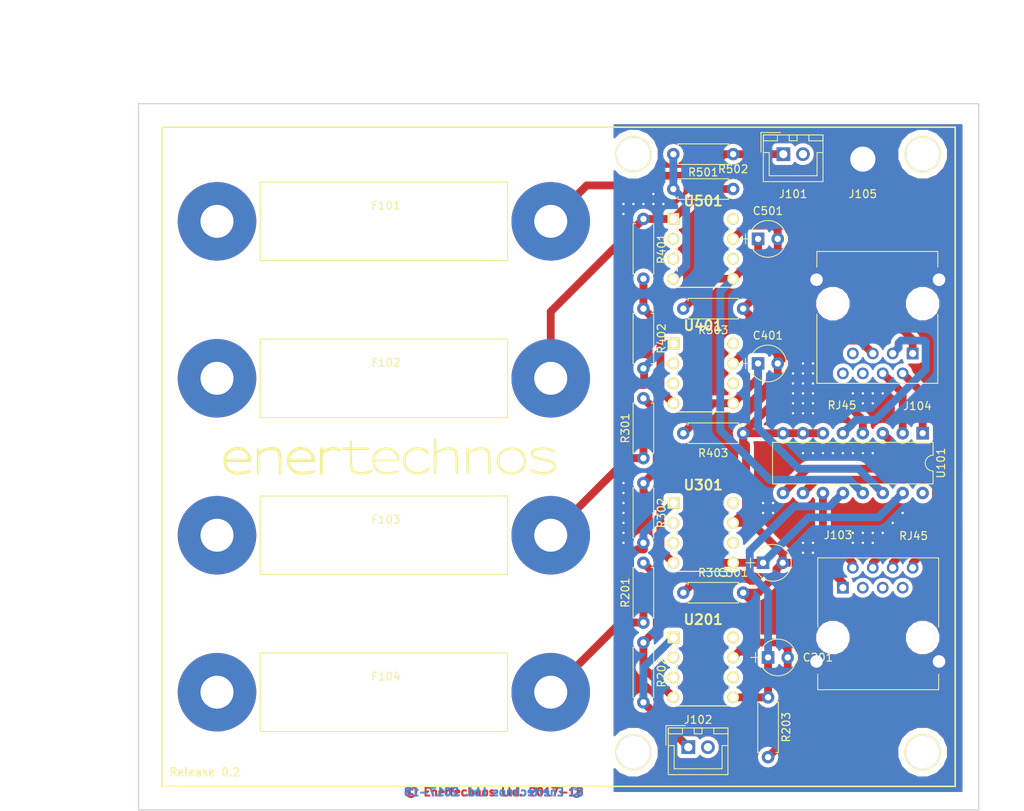
<source format=kicad_pcb>
(kicad_pcb (version 4) (host pcbnew 4.0.7)

  (general
    (links 123)
    (no_connects 0)
    (area 32.150001 72.3 157.075001 175.415)
    (thickness 1.6)
    (drawings 19)
    (tracks 193)
    (zones 0)
    (modules 97)
    (nets 24)
  )

  (page A4)
  (title_block
    (title "Fuse Board")
    (date 2018-01-04)
    (rev "Release 0.1a")
    (company "Enertechnos Ltd.")
    (comment 1 "APPROVED for Prototype")
  )

  (layers
    (0 F.Cu signal)
    (31 B.Cu signal)
    (32 B.Adhes user)
    (33 F.Adhes user)
    (34 B.Paste user)
    (35 F.Paste user)
    (36 B.SilkS user)
    (37 F.SilkS user)
    (38 B.Mask user)
    (39 F.Mask user)
    (40 Dwgs.User user)
    (41 Cmts.User user)
    (42 Eco1.User user)
    (43 Eco2.User user)
    (44 Edge.Cuts user)
    (45 Margin user)
    (46 B.CrtYd user)
    (47 F.CrtYd user)
    (48 B.Fab user)
    (49 F.Fab user)
  )

  (setup
    (last_trace_width 1)
    (trace_clearance 0.4)
    (zone_clearance 0.508)
    (zone_45_only no)
    (trace_min 0.2)
    (segment_width 0.2)
    (edge_width 0.15)
    (via_size 1.5)
    (via_drill 1)
    (via_min_size 0.4)
    (via_min_drill 0.3)
    (uvia_size 1)
    (uvia_drill 0.5)
    (uvias_allowed no)
    (uvia_min_size 0.2)
    (uvia_min_drill 0.1)
    (pcb_text_width 0.3)
    (pcb_text_size 1.5 1.5)
    (mod_edge_width 0.15)
    (mod_text_size 1 1)
    (mod_text_width 0.15)
    (pad_size 6 6)
    (pad_drill 3.2)
    (pad_to_mask_clearance 0.2)
    (aux_axis_origin 50 175)
    (visible_elements 7FFFEF7F)
    (pcbplotparams
      (layerselection 0x010e0_80000001)
      (usegerberextensions false)
      (excludeedgelayer true)
      (linewidth 0.100000)
      (plotframeref false)
      (viasonmask false)
      (mode 1)
      (useauxorigin true)
      (hpglpennumber 1)
      (hpglpenspeed 20)
      (hpglpendiameter 15)
      (hpglpenoverlay 2)
      (psnegative false)
      (psa4output false)
      (plotreference true)
      (plotvalue true)
      (plotinvisibletext false)
      (padsonsilk false)
      (subtractmaskfromsilk false)
      (outputformat 1)
      (mirror false)
      (drillshape 0)
      (scaleselection 1)
      (outputdirectory Plot/))
  )

  (net 0 "")
  (net 1 /VoltMeter1/+VE)
  (net 2 /VoltMeter2/+VE)
  (net 3 /VoltMeter3/+VE)
  (net 4 ARD_GND)
  (net 5 /VoltMeter4/+VE)
  (net 6 "Net-(R201-Pad2)")
  (net 7 "Net-(R301-Pad2)")
  (net 8 "Net-(R401-Pad2)")
  (net 9 "Net-(R501-Pad2)")
  (net 10 A)
  (net 11 B)
  (net 12 C)
  (net 13 COM)
  (net 14 V5)
  (net 15 V7)
  (net 16 V8)
  (net 17 V4)
  (net 18 V6)
  (net 19 V1)
  (net 20 V2)
  (net 21 V3)
  (net 22 /VoltMeter4/-VE)
  (net 23 Earth)

  (net_class Default "This is the default net class."
    (clearance 0.4)
    (trace_width 1)
    (via_dia 1.5)
    (via_drill 1)
    (uvia_dia 1)
    (uvia_drill 0.5)
    (add_net /VoltMeter1/+VE)
    (add_net /VoltMeter2/+VE)
    (add_net /VoltMeter3/+VE)
    (add_net /VoltMeter4/+VE)
    (add_net /VoltMeter4/-VE)
    (add_net A)
    (add_net ARD_GND)
    (add_net B)
    (add_net C)
    (add_net COM)
    (add_net Earth)
    (add_net "Net-(R201-Pad2)")
    (add_net "Net-(R301-Pad2)")
    (add_net "Net-(R401-Pad2)")
    (add_net "Net-(R501-Pad2)")
    (add_net V1)
    (add_net V2)
    (add_net V3)
    (add_net V4)
    (add_net V5)
    (add_net V6)
    (add_net V7)
    (add_net V8)
  )

  (module PartsLibraries:MicroVia (layer F.Cu) (tedit 5AC632A5) (tstamp 5AC63D77)
    (at 116.84 97.79)
    (fp_text reference REF** (at 0 -2.54) (layer F.SilkS) hide
      (effects (font (size 1 1) (thickness 0.15)))
    )
    (fp_text value MicroVia (at 0 2.54) (layer F.Fab) hide
      (effects (font (size 1 1) (thickness 0.15)))
    )
    (pad 1 thru_hole circle (at 0 0) (size 0.6 0.6) (drill 0.3) (layers *.Cu)
      (net 23 Earth) (zone_connect 2))
  )

  (module PartsLibraries:MicroVia (layer F.Cu) (tedit 5AC632A5) (tstamp 5AC63D73)
    (at 111.76 99.06)
    (fp_text reference REF** (at 0 -2.54) (layer F.SilkS) hide
      (effects (font (size 1 1) (thickness 0.15)))
    )
    (fp_text value MicroVia (at 0 2.54) (layer F.Fab) hide
      (effects (font (size 1 1) (thickness 0.15)))
    )
    (pad 1 thru_hole circle (at 0 0) (size 0.6 0.6) (drill 0.3) (layers *.Cu)
      (net 23 Earth) (zone_connect 2))
  )

  (module PartsLibraries:MicroVia (layer F.Cu) (tedit 5AC632A5) (tstamp 5AC63D65)
    (at 111.76 97.79)
    (fp_text reference REF** (at 0 -2.54) (layer F.SilkS) hide
      (effects (font (size 1 1) (thickness 0.15)))
    )
    (fp_text value MicroVia (at 0 2.54) (layer F.Fab) hide
      (effects (font (size 1 1) (thickness 0.15)))
    )
    (pad 1 thru_hole circle (at 0 0) (size 0.6 0.6) (drill 0.3) (layers *.Cu)
      (net 23 Earth) (zone_connect 2))
  )

  (module PartsLibraries:MicroVia (layer F.Cu) (tedit 5AC632A5) (tstamp 5AC63D61)
    (at 113.03 97.79)
    (fp_text reference REF** (at 0 -2.54) (layer F.SilkS) hide
      (effects (font (size 1 1) (thickness 0.15)))
    )
    (fp_text value MicroVia (at 0 2.54) (layer F.Fab) hide
      (effects (font (size 1 1) (thickness 0.15)))
    )
    (pad 1 thru_hole circle (at 0 0) (size 0.6 0.6) (drill 0.3) (layers *.Cu)
      (net 23 Earth) (zone_connect 2))
  )

  (module PartsLibraries:MicroVia (layer F.Cu) (tedit 5AC632A5) (tstamp 5AC63D59)
    (at 115.57 96.52)
    (fp_text reference REF** (at 0 -2.54) (layer F.SilkS) hide
      (effects (font (size 1 1) (thickness 0.15)))
    )
    (fp_text value MicroVia (at 0 2.54) (layer F.Fab) hide
      (effects (font (size 1 1) (thickness 0.15)))
    )
    (pad 1 thru_hole circle (at 0 0) (size 0.6 0.6) (drill 0.3) (layers *.Cu)
      (net 23 Earth) (zone_connect 2))
  )

  (module PartsLibraries:MicroVia (layer F.Cu) (tedit 5AC632A5) (tstamp 5AC63D55)
    (at 114.3 97.79)
    (fp_text reference REF** (at 0 -2.54) (layer F.SilkS) hide
      (effects (font (size 1 1) (thickness 0.15)))
    )
    (fp_text value MicroVia (at 0 2.54) (layer F.Fab) hide
      (effects (font (size 1 1) (thickness 0.15)))
    )
    (pad 1 thru_hole circle (at 0 0) (size 0.6 0.6) (drill 0.3) (layers *.Cu)
      (net 23 Earth) (zone_connect 2))
  )

  (module PartsLibraries:MicroVia (layer F.Cu) (tedit 5AC632A5) (tstamp 5AC63D51)
    (at 115.57 97.79)
    (fp_text reference REF** (at 0 -2.54) (layer F.SilkS) hide
      (effects (font (size 1 1) (thickness 0.15)))
    )
    (fp_text value MicroVia (at 0 2.54) (layer F.Fab) hide
      (effects (font (size 1 1) (thickness 0.15)))
    )
    (pad 1 thru_hole circle (at 0 0) (size 0.6 0.6) (drill 0.3) (layers *.Cu)
      (net 23 Earth) (zone_connect 2))
  )

  (module PartsLibraries:MicroVia (layer F.Cu) (tedit 5AC632A5) (tstamp 5AC63D3F)
    (at 140.97 121.92)
    (fp_text reference REF** (at 0 -2.54) (layer F.SilkS) hide
      (effects (font (size 1 1) (thickness 0.15)))
    )
    (fp_text value MicroVia (at 0 2.54) (layer F.Fab) hide
      (effects (font (size 1 1) (thickness 0.15)))
    )
    (pad 1 thru_hole circle (at 0 0) (size 0.6 0.6) (drill 0.3) (layers *.Cu)
      (net 23 Earth) (zone_connect 2))
  )

  (module PartsLibraries:MicroVia (layer F.Cu) (tedit 5AC632A5) (tstamp 5AC63D3B)
    (at 142.24 123.19)
    (fp_text reference REF** (at 0 -2.54) (layer F.SilkS) hide
      (effects (font (size 1 1) (thickness 0.15)))
    )
    (fp_text value MicroVia (at 0 2.54) (layer F.Fab) hide
      (effects (font (size 1 1) (thickness 0.15)))
    )
    (pad 1 thru_hole circle (at 0 0) (size 0.6 0.6) (drill 0.3) (layers *.Cu)
      (net 23 Earth) (zone_connect 2))
  )

  (module PartsLibraries:MicroVia (layer F.Cu) (tedit 5AC632A5) (tstamp 5AC63D37)
    (at 143.51 123.19)
    (fp_text reference REF** (at 0 -2.54) (layer F.SilkS) hide
      (effects (font (size 1 1) (thickness 0.15)))
    )
    (fp_text value MicroVia (at 0 2.54) (layer F.Fab) hide
      (effects (font (size 1 1) (thickness 0.15)))
    )
    (pad 1 thru_hole circle (at 0 0) (size 0.6 0.6) (drill 0.3) (layers *.Cu)
      (net 23 Earth) (zone_connect 2))
  )

  (module PartsLibraries:MicroVia (layer F.Cu) (tedit 5AC632A5) (tstamp 5AC63D33)
    (at 144.78 121.92)
    (fp_text reference REF** (at 0 -2.54) (layer F.SilkS) hide
      (effects (font (size 1 1) (thickness 0.15)))
    )
    (fp_text value MicroVia (at 0 2.54) (layer F.Fab) hide
      (effects (font (size 1 1) (thickness 0.15)))
    )
    (pad 1 thru_hole circle (at 0 0) (size 0.6 0.6) (drill 0.3) (layers *.Cu)
      (net 23 Earth) (zone_connect 2))
  )

  (module PartsLibraries:MicroVia (layer F.Cu) (tedit 5AC632A5) (tstamp 5AC63D2F)
    (at 142.24 121.92)
    (fp_text reference REF** (at 0 -2.54) (layer F.SilkS) hide
      (effects (font (size 1 1) (thickness 0.15)))
    )
    (fp_text value MicroVia (at 0 2.54) (layer F.Fab) hide
      (effects (font (size 1 1) (thickness 0.15)))
    )
    (pad 1 thru_hole circle (at 0 0) (size 0.6 0.6) (drill 0.3) (layers *.Cu)
      (net 23 Earth) (zone_connect 2))
  )

  (module PartsLibraries:MicroVia (layer F.Cu) (tedit 5AC632A5) (tstamp 5AC63D2B)
    (at 143.51 121.92)
    (fp_text reference REF** (at 0 -2.54) (layer F.SilkS) hide
      (effects (font (size 1 1) (thickness 0.15)))
    )
    (fp_text value MicroVia (at 0 2.54) (layer F.Fab) hide
      (effects (font (size 1 1) (thickness 0.15)))
    )
    (pad 1 thru_hole circle (at 0 0) (size 0.6 0.6) (drill 0.3) (layers *.Cu)
      (net 23 Earth) (zone_connect 2))
  )

  (module PartsLibraries:MicroVia (layer F.Cu) (tedit 5AC632A5) (tstamp 5AC63D13)
    (at 111.76 137.16 90)
    (fp_text reference REF** (at 0 -2.54 90) (layer F.SilkS) hide
      (effects (font (size 1 1) (thickness 0.15)))
    )
    (fp_text value MicroVia (at 0 2.54 90) (layer F.Fab) hide
      (effects (font (size 1 1) (thickness 0.15)))
    )
    (pad 1 thru_hole circle (at 0 0 90) (size 0.6 0.6) (drill 0.3) (layers *.Cu)
      (net 23 Earth) (zone_connect 2))
  )

  (module PartsLibraries:MicroVia (layer F.Cu) (tedit 5AC632A5) (tstamp 5AC63D0F)
    (at 111.76 134.62 90)
    (fp_text reference REF** (at 0 -2.54 90) (layer F.SilkS) hide
      (effects (font (size 1 1) (thickness 0.15)))
    )
    (fp_text value MicroVia (at 0 2.54 90) (layer F.Fab) hide
      (effects (font (size 1 1) (thickness 0.15)))
    )
    (pad 1 thru_hole circle (at 0 0 90) (size 0.6 0.6) (drill 0.3) (layers *.Cu)
      (net 23 Earth) (zone_connect 2))
  )

  (module PartsLibraries:MicroVia (layer F.Cu) (tedit 5AC632A5) (tstamp 5AC63D0B)
    (at 111.76 135.89 90)
    (fp_text reference REF** (at 0 -2.54 90) (layer F.SilkS) hide
      (effects (font (size 1 1) (thickness 0.15)))
    )
    (fp_text value MicroVia (at 0 2.54 90) (layer F.Fab) hide
      (effects (font (size 1 1) (thickness 0.15)))
    )
    (pad 1 thru_hole circle (at 0 0 90) (size 0.6 0.6) (drill 0.3) (layers *.Cu)
      (net 23 Earth) (zone_connect 2))
  )

  (module PartsLibraries:MicroVia (layer F.Cu) (tedit 5AC632A5) (tstamp 5AC63D07)
    (at 111.76 138.43 90)
    (fp_text reference REF** (at 0 -2.54 90) (layer F.SilkS) hide
      (effects (font (size 1 1) (thickness 0.15)))
    )
    (fp_text value MicroVia (at 0 2.54 90) (layer F.Fab) hide
      (effects (font (size 1 1) (thickness 0.15)))
    )
    (pad 1 thru_hole circle (at 0 0 90) (size 0.6 0.6) (drill 0.3) (layers *.Cu)
      (net 23 Earth) (zone_connect 2))
  )

  (module PartsLibraries:MicroVia (layer F.Cu) (tedit 5AC632A5) (tstamp 5AC63D03)
    (at 111.76 133.35 90)
    (fp_text reference REF** (at 0 -2.54 90) (layer F.SilkS) hide
      (effects (font (size 1 1) (thickness 0.15)))
    )
    (fp_text value MicroVia (at 0 2.54 90) (layer F.Fab) hide
      (effects (font (size 1 1) (thickness 0.15)))
    )
    (pad 1 thru_hole circle (at 0 0 90) (size 0.6 0.6) (drill 0.3) (layers *.Cu)
      (net 23 Earth) (zone_connect 2))
  )

  (module PartsLibraries:MicroVia (layer F.Cu) (tedit 5AC632A5) (tstamp 5AC63CFF)
    (at 111.76 139.7 90)
    (fp_text reference REF** (at 0 -2.54 90) (layer F.SilkS) hide
      (effects (font (size 1 1) (thickness 0.15)))
    )
    (fp_text value MicroVia (at 0 2.54 90) (layer F.Fab) hide
      (effects (font (size 1 1) (thickness 0.15)))
    )
    (pad 1 thru_hole circle (at 0 0 90) (size 0.6 0.6) (drill 0.3) (layers *.Cu)
      (net 23 Earth) (zone_connect 2))
  )

  (module PartsLibraries:MicroVia (layer F.Cu) (tedit 5AC632A5) (tstamp 5AC63CF7)
    (at 111.76 140.97 90)
    (fp_text reference REF** (at 0 -2.54 90) (layer F.SilkS) hide
      (effects (font (size 1 1) (thickness 0.15)))
    )
    (fp_text value MicroVia (at 0 2.54 90) (layer F.Fab) hide
      (effects (font (size 1 1) (thickness 0.15)))
    )
    (pad 1 thru_hole circle (at 0 0 90) (size 0.6 0.6) (drill 0.3) (layers *.Cu)
      (net 23 Earth) (zone_connect 2))
  )

  (module PartsLibraries:MicroVia (layer F.Cu) (tedit 5AC632A5) (tstamp 5AC63CF0)
    (at 143.51 129.54)
    (fp_text reference REF** (at 0 -2.54) (layer F.SilkS) hide
      (effects (font (size 1 1) (thickness 0.15)))
    )
    (fp_text value MicroVia (at 0 2.54) (layer F.Fab) hide
      (effects (font (size 1 1) (thickness 0.15)))
    )
    (pad 1 thru_hole circle (at 0 0) (size 0.6 0.6) (drill 0.3) (layers *.Cu)
      (net 23 Earth) (zone_connect 2))
  )

  (module PartsLibraries:MicroVia (layer F.Cu) (tedit 5AC632A5) (tstamp 5AC63CEC)
    (at 142.24 129.54)
    (fp_text reference REF** (at 0 -2.54) (layer F.SilkS) hide
      (effects (font (size 1 1) (thickness 0.15)))
    )
    (fp_text value MicroVia (at 0 2.54) (layer F.Fab) hide
      (effects (font (size 1 1) (thickness 0.15)))
    )
    (pad 1 thru_hole circle (at 0 0) (size 0.6 0.6) (drill 0.3) (layers *.Cu)
      (net 23 Earth) (zone_connect 2))
  )

  (module PartsLibraries:MicroVia (layer F.Cu) (tedit 5AC632A5) (tstamp 5AC63CE8)
    (at 140.97 129.54)
    (fp_text reference REF** (at 0 -2.54) (layer F.SilkS) hide
      (effects (font (size 1 1) (thickness 0.15)))
    )
    (fp_text value MicroVia (at 0 2.54) (layer F.Fab) hide
      (effects (font (size 1 1) (thickness 0.15)))
    )
    (pad 1 thru_hole circle (at 0 0) (size 0.6 0.6) (drill 0.3) (layers *.Cu)
      (net 23 Earth) (zone_connect 2))
  )

  (module PartsLibraries:MicroVia (layer F.Cu) (tedit 5AC632A5) (tstamp 5AC63CE4)
    (at 139.7 129.54)
    (fp_text reference REF** (at 0 -2.54) (layer F.SilkS) hide
      (effects (font (size 1 1) (thickness 0.15)))
    )
    (fp_text value MicroVia (at 0 2.54) (layer F.Fab) hide
      (effects (font (size 1 1) (thickness 0.15)))
    )
    (pad 1 thru_hole circle (at 0 0) (size 0.6 0.6) (drill 0.3) (layers *.Cu)
      (net 23 Earth) (zone_connect 2))
  )

  (module PartsLibraries:MicroVia (layer F.Cu) (tedit 5AC632A5) (tstamp 5AC63C79)
    (at 135.89 129.54)
    (fp_text reference REF** (at 0 -2.54) (layer F.SilkS) hide
      (effects (font (size 1 1) (thickness 0.15)))
    )
    (fp_text value MicroVia (at 0 2.54) (layer F.Fab) hide
      (effects (font (size 1 1) (thickness 0.15)))
    )
    (pad 1 thru_hole circle (at 0 0) (size 0.6 0.6) (drill 0.3) (layers *.Cu)
      (net 23 Earth) (zone_connect 2))
  )

  (module PartsLibraries:MicroVia (layer F.Cu) (tedit 5AC632A5) (tstamp 5AC63C75)
    (at 137.16 129.54)
    (fp_text reference REF** (at 0 -2.54) (layer F.SilkS) hide
      (effects (font (size 1 1) (thickness 0.15)))
    )
    (fp_text value MicroVia (at 0 2.54) (layer F.Fab) hide
      (effects (font (size 1 1) (thickness 0.15)))
    )
    (pad 1 thru_hole circle (at 0 0) (size 0.6 0.6) (drill 0.3) (layers *.Cu)
      (net 23 Earth) (zone_connect 2))
  )

  (module PartsLibraries:MicroVia (layer F.Cu) (tedit 5AC632A5) (tstamp 5AC63C71)
    (at 138.43 129.54)
    (fp_text reference REF** (at 0 -2.54) (layer F.SilkS) hide
      (effects (font (size 1 1) (thickness 0.15)))
    )
    (fp_text value MicroVia (at 0 2.54) (layer F.Fab) hide
      (effects (font (size 1 1) (thickness 0.15)))
    )
    (pad 1 thru_hole circle (at 0 0) (size 0.6 0.6) (drill 0.3) (layers *.Cu)
      (net 23 Earth) (zone_connect 2))
  )

  (module PartsLibraries:MicroVia (layer F.Cu) (tedit 5AC632A5) (tstamp 5AC63C6D)
    (at 134.62 129.54)
    (fp_text reference REF** (at 0 -2.54) (layer F.SilkS) hide
      (effects (font (size 1 1) (thickness 0.15)))
    )
    (fp_text value MicroVia (at 0 2.54) (layer F.Fab) hide
      (effects (font (size 1 1) (thickness 0.15)))
    )
    (pad 1 thru_hole circle (at 0 0) (size 0.6 0.6) (drill 0.3) (layers *.Cu)
      (net 23 Earth) (zone_connect 2))
  )

  (module PartsLibraries:MicroVia (layer F.Cu) (tedit 5AC632A5) (tstamp 5AC63C69)
    (at 130.81 135.89)
    (fp_text reference REF** (at 0 -2.54) (layer F.SilkS) hide
      (effects (font (size 1 1) (thickness 0.15)))
    )
    (fp_text value MicroVia (at 0 2.54) (layer F.Fab) hide
      (effects (font (size 1 1) (thickness 0.15)))
    )
    (pad 1 thru_hole circle (at 0 0) (size 0.6 0.6) (drill 0.3) (layers *.Cu)
      (net 23 Earth) (zone_connect 2))
  )

  (module PartsLibraries:MicroVia (layer F.Cu) (tedit 5AC632A5) (tstamp 5AC63C65)
    (at 129.54 137.16)
    (fp_text reference REF** (at 0 -2.54) (layer F.SilkS) hide
      (effects (font (size 1 1) (thickness 0.15)))
    )
    (fp_text value MicroVia (at 0 2.54) (layer F.Fab) hide
      (effects (font (size 1 1) (thickness 0.15)))
    )
    (pad 1 thru_hole circle (at 0 0) (size 0.6 0.6) (drill 0.3) (layers *.Cu)
      (net 23 Earth) (zone_connect 2))
  )

  (module PartsLibraries:MicroVia (layer F.Cu) (tedit 5AC632A5) (tstamp 5AC63C61)
    (at 130.81 137.16)
    (fp_text reference REF** (at 0 -2.54) (layer F.SilkS) hide
      (effects (font (size 1 1) (thickness 0.15)))
    )
    (fp_text value MicroVia (at 0 2.54) (layer F.Fab) hide
      (effects (font (size 1 1) (thickness 0.15)))
    )
    (pad 1 thru_hole circle (at 0 0) (size 0.6 0.6) (drill 0.3) (layers *.Cu)
      (net 23 Earth) (zone_connect 2))
  )

  (module PartsLibraries:MicroVia (layer F.Cu) (tedit 5AC632A5) (tstamp 5AC63C5D)
    (at 129.54 135.89)
    (fp_text reference REF** (at 0 -2.54) (layer F.SilkS) hide
      (effects (font (size 1 1) (thickness 0.15)))
    )
    (fp_text value MicroVia (at 0 2.54) (layer F.Fab) hide
      (effects (font (size 1 1) (thickness 0.15)))
    )
    (pad 1 thru_hole circle (at 0 0) (size 0.6 0.6) (drill 0.3) (layers *.Cu)
      (net 23 Earth) (zone_connect 2))
  )

  (module PartsLibraries:MicroVia (layer F.Cu) (tedit 5AC632A5) (tstamp 5AC63C59)
    (at 135.89 140.97)
    (fp_text reference REF** (at 0 -2.54) (layer F.SilkS) hide
      (effects (font (size 1 1) (thickness 0.15)))
    )
    (fp_text value MicroVia (at 0 2.54) (layer F.Fab) hide
      (effects (font (size 1 1) (thickness 0.15)))
    )
    (pad 1 thru_hole circle (at 0 0) (size 0.6 0.6) (drill 0.3) (layers *.Cu)
      (net 23 Earth) (zone_connect 2))
  )

  (module PartsLibraries:MicroVia (layer F.Cu) (tedit 5AC632A5) (tstamp 5AC63C55)
    (at 134.62 142.24)
    (fp_text reference REF** (at 0 -2.54) (layer F.SilkS) hide
      (effects (font (size 1 1) (thickness 0.15)))
    )
    (fp_text value MicroVia (at 0 2.54) (layer F.Fab) hide
      (effects (font (size 1 1) (thickness 0.15)))
    )
    (pad 1 thru_hole circle (at 0 0) (size 0.6 0.6) (drill 0.3) (layers *.Cu)
      (net 23 Earth) (zone_connect 2))
  )

  (module PartsLibraries:MicroVia (layer F.Cu) (tedit 5AC632A5) (tstamp 5AC63C51)
    (at 135.89 142.24)
    (fp_text reference REF** (at 0 -2.54) (layer F.SilkS) hide
      (effects (font (size 1 1) (thickness 0.15)))
    )
    (fp_text value MicroVia (at 0 2.54) (layer F.Fab) hide
      (effects (font (size 1 1) (thickness 0.15)))
    )
    (pad 1 thru_hole circle (at 0 0) (size 0.6 0.6) (drill 0.3) (layers *.Cu)
      (net 23 Earth) (zone_connect 2))
  )

  (module PartsLibraries:MicroVia (layer F.Cu) (tedit 5AC632A5) (tstamp 5AC63C4D)
    (at 134.62 140.97)
    (fp_text reference REF** (at 0 -2.54) (layer F.SilkS) hide
      (effects (font (size 1 1) (thickness 0.15)))
    )
    (fp_text value MicroVia (at 0 2.54) (layer F.Fab) hide
      (effects (font (size 1 1) (thickness 0.15)))
    )
    (pad 1 thru_hole circle (at 0 0) (size 0.6 0.6) (drill 0.3) (layers *.Cu)
      (net 23 Earth) (zone_connect 2))
  )

  (module PartsLibraries:MicroVia (layer F.Cu) (tedit 5AC632A5) (tstamp 5AC63C2E)
    (at 147.32 137.16)
    (fp_text reference REF** (at 0 -2.54) (layer F.SilkS) hide
      (effects (font (size 1 1) (thickness 0.15)))
    )
    (fp_text value MicroVia (at 0 2.54) (layer F.Fab) hide
      (effects (font (size 1 1) (thickness 0.15)))
    )
    (pad 1 thru_hole circle (at 0 0) (size 0.6 0.6) (drill 0.3) (layers *.Cu)
      (net 23 Earth) (zone_connect 2))
  )

  (module PartsLibraries:MicroVia (layer F.Cu) (tedit 5AC632A5) (tstamp 5AC63C2A)
    (at 146.05 138.43)
    (fp_text reference REF** (at 0 -2.54) (layer F.SilkS) hide
      (effects (font (size 1 1) (thickness 0.15)))
    )
    (fp_text value MicroVia (at 0 2.54) (layer F.Fab) hide
      (effects (font (size 1 1) (thickness 0.15)))
    )
    (pad 1 thru_hole circle (at 0 0) (size 0.6 0.6) (drill 0.3) (layers *.Cu)
      (net 23 Earth) (zone_connect 2))
  )

  (module PartsLibraries:MicroVia (layer F.Cu) (tedit 5AC632A5) (tstamp 5AC63C26)
    (at 144.78 139.7)
    (fp_text reference REF** (at 0 -2.54) (layer F.SilkS) hide
      (effects (font (size 1 1) (thickness 0.15)))
    )
    (fp_text value MicroVia (at 0 2.54) (layer F.Fab) hide
      (effects (font (size 1 1) (thickness 0.15)))
    )
    (pad 1 thru_hole circle (at 0 0) (size 0.6 0.6) (drill 0.3) (layers *.Cu)
      (net 23 Earth) (zone_connect 2))
  )

  (module PartsLibraries:MicroVia (layer F.Cu) (tedit 5AC632A5) (tstamp 5AC63C22)
    (at 143.51 139.7)
    (fp_text reference REF** (at 0 -2.54) (layer F.SilkS) hide
      (effects (font (size 1 1) (thickness 0.15)))
    )
    (fp_text value MicroVia (at 0 2.54) (layer F.Fab) hide
      (effects (font (size 1 1) (thickness 0.15)))
    )
    (pad 1 thru_hole circle (at 0 0) (size 0.6 0.6) (drill 0.3) (layers *.Cu)
      (net 23 Earth) (zone_connect 2))
  )

  (module PartsLibraries:MicroVia (layer F.Cu) (tedit 5AC632A5) (tstamp 5AC63C1E)
    (at 140.97 139.7)
    (fp_text reference REF** (at 0 -2.54) (layer F.SilkS) hide
      (effects (font (size 1 1) (thickness 0.15)))
    )
    (fp_text value MicroVia (at 0 2.54) (layer F.Fab) hide
      (effects (font (size 1 1) (thickness 0.15)))
    )
    (pad 1 thru_hole circle (at 0 0) (size 0.6 0.6) (drill 0.3) (layers *.Cu)
      (net 23 Earth) (zone_connect 2))
  )

  (module PartsLibraries:MicroVia (layer F.Cu) (tedit 5AC632A5) (tstamp 5AC63C1A)
    (at 142.24 140.97)
    (fp_text reference REF** (at 0 -2.54) (layer F.SilkS) hide
      (effects (font (size 1 1) (thickness 0.15)))
    )
    (fp_text value MicroVia (at 0 2.54) (layer F.Fab) hide
      (effects (font (size 1 1) (thickness 0.15)))
    )
    (pad 1 thru_hole circle (at 0 0) (size 0.6 0.6) (drill 0.3) (layers *.Cu)
      (net 23 Earth) (zone_connect 2))
  )

  (module PartsLibraries:MicroVia (layer F.Cu) (tedit 5AC632A5) (tstamp 5AC63C16)
    (at 140.97 140.97)
    (fp_text reference REF** (at 0 -2.54) (layer F.SilkS) hide
      (effects (font (size 1 1) (thickness 0.15)))
    )
    (fp_text value MicroVia (at 0 2.54) (layer F.Fab) hide
      (effects (font (size 1 1) (thickness 0.15)))
    )
    (pad 1 thru_hole circle (at 0 0) (size 0.6 0.6) (drill 0.3) (layers *.Cu)
      (net 23 Earth) (zone_connect 2))
  )

  (module PartsLibraries:MicroVia (layer F.Cu) (tedit 5AC632A5) (tstamp 5AC63C12)
    (at 143.51 140.97)
    (fp_text reference REF** (at 0 -2.54) (layer F.SilkS) hide
      (effects (font (size 1 1) (thickness 0.15)))
    )
    (fp_text value MicroVia (at 0 2.54) (layer F.Fab) hide
      (effects (font (size 1 1) (thickness 0.15)))
    )
    (pad 1 thru_hole circle (at 0 0) (size 0.6 0.6) (drill 0.3) (layers *.Cu)
      (net 23 Earth) (zone_connect 2))
  )

  (module PartsLibraries:MicroVia (layer F.Cu) (tedit 5AC632A5) (tstamp 5AC63C0E)
    (at 142.24 139.7)
    (fp_text reference REF** (at 0 -2.54) (layer F.SilkS) hide
      (effects (font (size 1 1) (thickness 0.15)))
    )
    (fp_text value MicroVia (at 0 2.54) (layer F.Fab) hide
      (effects (font (size 1 1) (thickness 0.15)))
    )
    (pad 1 thru_hole circle (at 0 0) (size 0.6 0.6) (drill 0.3) (layers *.Cu)
      (net 23 Earth) (zone_connect 2))
  )

  (module PartsLibraries:MicroVia (layer F.Cu) (tedit 5AC632A5) (tstamp 5AC63C07)
    (at 135.89 124.46)
    (fp_text reference REF** (at 0 -2.54) (layer F.SilkS) hide
      (effects (font (size 1 1) (thickness 0.15)))
    )
    (fp_text value MicroVia (at 0 2.54) (layer F.Fab) hide
      (effects (font (size 1 1) (thickness 0.15)))
    )
    (pad 1 thru_hole circle (at 0 0) (size 0.6 0.6) (drill 0.3) (layers *.Cu)
      (net 23 Earth) (zone_connect 2))
  )

  (module PartsLibraries:MicroVia (layer F.Cu) (tedit 5AC632A5) (tstamp 5AC63C03)
    (at 133.35 124.46)
    (fp_text reference REF** (at 0 -2.54) (layer F.SilkS) hide
      (effects (font (size 1 1) (thickness 0.15)))
    )
    (fp_text value MicroVia (at 0 2.54) (layer F.Fab) hide
      (effects (font (size 1 1) (thickness 0.15)))
    )
    (pad 1 thru_hole circle (at 0 0) (size 0.6 0.6) (drill 0.3) (layers *.Cu)
      (net 23 Earth) (zone_connect 2))
  )

  (module PartsLibraries:MicroVia (layer F.Cu) (tedit 5AC632A5) (tstamp 5AC63BFF)
    (at 134.62 124.46)
    (fp_text reference REF** (at 0 -2.54) (layer F.SilkS) hide
      (effects (font (size 1 1) (thickness 0.15)))
    )
    (fp_text value MicroVia (at 0 2.54) (layer F.Fab) hide
      (effects (font (size 1 1) (thickness 0.15)))
    )
    (pad 1 thru_hole circle (at 0 0) (size 0.6 0.6) (drill 0.3) (layers *.Cu)
      (net 23 Earth) (zone_connect 2))
  )

  (module PartsLibraries:MicroVia (layer F.Cu) (tedit 5AC632A5) (tstamp 5AC63BFB)
    (at 135.89 123.19)
    (fp_text reference REF** (at 0 -2.54) (layer F.SilkS) hide
      (effects (font (size 1 1) (thickness 0.15)))
    )
    (fp_text value MicroVia (at 0 2.54) (layer F.Fab) hide
      (effects (font (size 1 1) (thickness 0.15)))
    )
    (pad 1 thru_hole circle (at 0 0) (size 0.6 0.6) (drill 0.3) (layers *.Cu)
      (net 23 Earth) (zone_connect 2))
  )

  (module PartsLibraries:MicroVia (layer F.Cu) (tedit 5AC632A5) (tstamp 5AC63BF7)
    (at 133.35 121.92)
    (fp_text reference REF** (at 0 -2.54) (layer F.SilkS) hide
      (effects (font (size 1 1) (thickness 0.15)))
    )
    (fp_text value MicroVia (at 0 2.54) (layer F.Fab) hide
      (effects (font (size 1 1) (thickness 0.15)))
    )
    (pad 1 thru_hole circle (at 0 0) (size 0.6 0.6) (drill 0.3) (layers *.Cu)
      (net 23 Earth) (zone_connect 2))
  )

  (module PartsLibraries:MicroVia (layer F.Cu) (tedit 5AC632A5) (tstamp 5AC63BF3)
    (at 133.35 123.19)
    (fp_text reference REF** (at 0 -2.54) (layer F.SilkS) hide
      (effects (font (size 1 1) (thickness 0.15)))
    )
    (fp_text value MicroVia (at 0 2.54) (layer F.Fab) hide
      (effects (font (size 1 1) (thickness 0.15)))
    )
    (pad 1 thru_hole circle (at 0 0) (size 0.6 0.6) (drill 0.3) (layers *.Cu)
      (net 23 Earth) (zone_connect 2))
  )

  (module PartsLibraries:MicroVia (layer F.Cu) (tedit 5AC632A5) (tstamp 5AC63BEF)
    (at 134.62 121.92)
    (fp_text reference REF** (at 0 -2.54) (layer F.SilkS) hide
      (effects (font (size 1 1) (thickness 0.15)))
    )
    (fp_text value MicroVia (at 0 2.54) (layer F.Fab) hide
      (effects (font (size 1 1) (thickness 0.15)))
    )
    (pad 1 thru_hole circle (at 0 0) (size 0.6 0.6) (drill 0.3) (layers *.Cu)
      (net 23 Earth) (zone_connect 2))
  )

  (module PartsLibraries:MicroVia (layer F.Cu) (tedit 5AC632A5) (tstamp 5AC63BEB)
    (at 134.62 123.19)
    (fp_text reference REF** (at 0 -2.54) (layer F.SilkS) hide
      (effects (font (size 1 1) (thickness 0.15)))
    )
    (fp_text value MicroVia (at 0 2.54) (layer F.Fab) hide
      (effects (font (size 1 1) (thickness 0.15)))
    )
    (pad 1 thru_hole circle (at 0 0) (size 0.6 0.6) (drill 0.3) (layers *.Cu)
      (net 23 Earth) (zone_connect 2))
  )

  (module PartsLibraries:MicroVia (layer F.Cu) (tedit 5AC632A5) (tstamp 5AC63BE7)
    (at 135.89 121.92)
    (fp_text reference REF** (at 0 -2.54) (layer F.SilkS) hide
      (effects (font (size 1 1) (thickness 0.15)))
    )
    (fp_text value MicroVia (at 0 2.54) (layer F.Fab) hide
      (effects (font (size 1 1) (thickness 0.15)))
    )
    (pad 1 thru_hole circle (at 0 0) (size 0.6 0.6) (drill 0.3) (layers *.Cu)
      (net 23 Earth) (zone_connect 2))
  )

  (module PartsLibraries:MicroVia (layer F.Cu) (tedit 5AC632A5) (tstamp 5AC63BB4)
    (at 135.89 120.65)
    (fp_text reference REF** (at 0 -2.54) (layer F.SilkS) hide
      (effects (font (size 1 1) (thickness 0.15)))
    )
    (fp_text value MicroVia (at 0 2.54) (layer F.Fab) hide
      (effects (font (size 1 1) (thickness 0.15)))
    )
    (pad 1 thru_hole circle (at 0 0) (size 0.6 0.6) (drill 0.3) (layers *.Cu)
      (net 23 Earth) (zone_connect 2))
  )

  (module PartsLibraries:MicroVia (layer F.Cu) (tedit 5AC632A5) (tstamp 5AC63BB0)
    (at 134.62 120.65)
    (fp_text reference REF** (at 0 -2.54) (layer F.SilkS) hide
      (effects (font (size 1 1) (thickness 0.15)))
    )
    (fp_text value MicroVia (at 0 2.54) (layer F.Fab) hide
      (effects (font (size 1 1) (thickness 0.15)))
    )
    (pad 1 thru_hole circle (at 0 0) (size 0.6 0.6) (drill 0.3) (layers *.Cu)
      (net 23 Earth) (zone_connect 2))
  )

  (module PartsLibraries:MicroVia (layer F.Cu) (tedit 5AC632A5) (tstamp 5AC63BAC)
    (at 133.35 120.65)
    (fp_text reference REF** (at 0 -2.54) (layer F.SilkS) hide
      (effects (font (size 1 1) (thickness 0.15)))
    )
    (fp_text value MicroVia (at 0 2.54) (layer F.Fab) hide
      (effects (font (size 1 1) (thickness 0.15)))
    )
    (pad 1 thru_hole circle (at 0 0) (size 0.6 0.6) (drill 0.3) (layers *.Cu)
      (net 23 Earth) (zone_connect 2))
  )

  (module PartsLibraries:MicroVia (layer F.Cu) (tedit 5AC632A5) (tstamp 5AC63BA8)
    (at 135.89 119.38)
    (fp_text reference REF** (at 0 -2.54) (layer F.SilkS) hide
      (effects (font (size 1 1) (thickness 0.15)))
    )
    (fp_text value MicroVia (at 0 2.54) (layer F.Fab) hide
      (effects (font (size 1 1) (thickness 0.15)))
    )
    (pad 1 thru_hole circle (at 0 0) (size 0.6 0.6) (drill 0.3) (layers *.Cu)
      (net 23 Earth) (zone_connect 2))
  )

  (module PartsLibraries:MicroVia (layer F.Cu) (tedit 5AC632A5) (tstamp 5AC63BA4)
    (at 134.62 119.38)
    (fp_text reference REF** (at 0 -2.54) (layer F.SilkS) hide
      (effects (font (size 1 1) (thickness 0.15)))
    )
    (fp_text value MicroVia (at 0 2.54) (layer F.Fab) hide
      (effects (font (size 1 1) (thickness 0.15)))
    )
    (pad 1 thru_hole circle (at 0 0) (size 0.6 0.6) (drill 0.3) (layers *.Cu)
      (net 23 Earth) (zone_connect 2))
  )

  (module PartsLibraries:MicroVia (layer F.Cu) (tedit 5AC632A5) (tstamp 5AC63BA0)
    (at 133.35 119.38)
    (fp_text reference REF** (at 0 -2.54) (layer F.SilkS) hide
      (effects (font (size 1 1) (thickness 0.15)))
    )
    (fp_text value MicroVia (at 0 2.54) (layer F.Fab) hide
      (effects (font (size 1 1) (thickness 0.15)))
    )
    (pad 1 thru_hole circle (at 0 0) (size 0.6 0.6) (drill 0.3) (layers *.Cu)
      (net 23 Earth) (zone_connect 2))
  )

  (module PartsLibraries:MicroVia (layer F.Cu) (tedit 5AC632A5) (tstamp 5AC63B9C)
    (at 135.89 118.11)
    (fp_text reference REF** (at 0 -2.54) (layer F.SilkS) hide
      (effects (font (size 1 1) (thickness 0.15)))
    )
    (fp_text value MicroVia (at 0 2.54) (layer F.Fab) hide
      (effects (font (size 1 1) (thickness 0.15)))
    )
    (pad 1 thru_hole circle (at 0 0) (size 0.6 0.6) (drill 0.3) (layers *.Cu)
      (net 23 Earth) (zone_connect 2))
  )

  (module PartsLibraries:MicroVia (layer F.Cu) (tedit 5AC632A5) (tstamp 5AC63B98)
    (at 134.62 118.11)
    (fp_text reference REF** (at 0 -2.54) (layer F.SilkS) hide
      (effects (font (size 1 1) (thickness 0.15)))
    )
    (fp_text value MicroVia (at 0 2.54) (layer F.Fab) hide
      (effects (font (size 1 1) (thickness 0.15)))
    )
    (pad 1 thru_hole circle (at 0 0) (size 0.6 0.6) (drill 0.3) (layers *.Cu)
      (net 23 Earth) (zone_connect 2))
  )

  (module Resistors_THT:R_Axial_DIN0207_L6.3mm_D2.5mm_P7.62mm_Horizontal placed (layer F.Cu) (tedit 5874F706) (tstamp 5A300473)
    (at 118.11 95.885)
    (descr "Resistor, Axial_DIN0207 series, Axial, Horizontal, pin pitch=7.62mm, 0.25W = 1/4W, length*diameter=6.3*2.5mm^2, http://cdn-reichelt.de/documents/datenblatt/B400/1_4W%23YAG.pdf")
    (tags "Resistor Axial_DIN0207 series Axial Horizontal pin pitch 7.62mm 0.25W = 1/4W length 6.3mm diameter 2.5mm")
    (path /59C5216A/59C4F970)
    (fp_text reference R502 (at 7.62 -2.54) (layer F.SilkS)
      (effects (font (size 1 1) (thickness 0.15)))
    )
    (fp_text value 10M (at 3.81 2.31) (layer F.Fab)
      (effects (font (size 1 1) (thickness 0.15)))
    )
    (fp_line (start 0.66 -1.25) (end 0.66 1.25) (layer F.Fab) (width 0.1))
    (fp_line (start 0.66 1.25) (end 6.96 1.25) (layer F.Fab) (width 0.1))
    (fp_line (start 6.96 1.25) (end 6.96 -1.25) (layer F.Fab) (width 0.1))
    (fp_line (start 6.96 -1.25) (end 0.66 -1.25) (layer F.Fab) (width 0.1))
    (fp_line (start 0 0) (end 0.66 0) (layer F.Fab) (width 0.1))
    (fp_line (start 7.62 0) (end 6.96 0) (layer F.Fab) (width 0.1))
    (fp_line (start 0.6 -0.98) (end 0.6 -1.31) (layer F.SilkS) (width 0.12))
    (fp_line (start 0.6 -1.31) (end 7.02 -1.31) (layer F.SilkS) (width 0.12))
    (fp_line (start 7.02 -1.31) (end 7.02 -0.98) (layer F.SilkS) (width 0.12))
    (fp_line (start 0.6 0.98) (end 0.6 1.31) (layer F.SilkS) (width 0.12))
    (fp_line (start 0.6 1.31) (end 7.02 1.31) (layer F.SilkS) (width 0.12))
    (fp_line (start 7.02 1.31) (end 7.02 0.98) (layer F.SilkS) (width 0.12))
    (fp_line (start -1.05 -1.6) (end -1.05 1.6) (layer F.CrtYd) (width 0.05))
    (fp_line (start -1.05 1.6) (end 8.7 1.6) (layer F.CrtYd) (width 0.05))
    (fp_line (start 8.7 1.6) (end 8.7 -1.6) (layer F.CrtYd) (width 0.05))
    (fp_line (start 8.7 -1.6) (end -1.05 -1.6) (layer F.CrtYd) (width 0.05))
    (pad 1 thru_hole circle (at 0 0) (size 1.6 1.6) (drill 0.8) (layers *.Cu *.Mask)
      (net 9 "Net-(R501-Pad2)"))
    (pad 2 thru_hole oval (at 7.62 0) (size 1.6 1.6) (drill 0.8) (layers *.Cu *.Mask)
      (net 2 /VoltMeter2/+VE))
    (model ${KISYS3DMOD}/Resistors_THT.3dshapes/R_Axial_DIN0207_L6.3mm_D2.5mm_P7.62mm_Horizontal.wrl
      (at (xyz 0 0 0))
      (scale (xyz 0.393701 0.393701 0.393701))
      (rotate (xyz 0 0 0))
    )
  )

  (module Resistors_THT:R_Axial_DIN0207_L6.3mm_D2.5mm_P7.62mm_Horizontal placed (layer F.Cu) (tedit 5874F706) (tstamp 5A300405)
    (at 114.3 130.175 90)
    (descr "Resistor, Axial_DIN0207 series, Axial, Horizontal, pin pitch=7.62mm, 0.25W = 1/4W, length*diameter=6.3*2.5mm^2, http://cdn-reichelt.de/documents/datenblatt/B400/1_4W%23YAG.pdf")
    (tags "Resistor Axial_DIN0207 series Axial Horizontal pin pitch 7.62mm 0.25W = 1/4W length 6.3mm diameter 2.5mm")
    (path /59C51A28/5A2FE363)
    (fp_text reference R301 (at 3.81 -2.31 90) (layer F.SilkS)
      (effects (font (size 1 1) (thickness 0.15)))
    )
    (fp_text value 10K (at 3.81 2.31 90) (layer F.Fab)
      (effects (font (size 1 1) (thickness 0.15)))
    )
    (fp_line (start 0.66 -1.25) (end 0.66 1.25) (layer F.Fab) (width 0.1))
    (fp_line (start 0.66 1.25) (end 6.96 1.25) (layer F.Fab) (width 0.1))
    (fp_line (start 6.96 1.25) (end 6.96 -1.25) (layer F.Fab) (width 0.1))
    (fp_line (start 6.96 -1.25) (end 0.66 -1.25) (layer F.Fab) (width 0.1))
    (fp_line (start 0 0) (end 0.66 0) (layer F.Fab) (width 0.1))
    (fp_line (start 7.62 0) (end 6.96 0) (layer F.Fab) (width 0.1))
    (fp_line (start 0.6 -0.98) (end 0.6 -1.31) (layer F.SilkS) (width 0.12))
    (fp_line (start 0.6 -1.31) (end 7.02 -1.31) (layer F.SilkS) (width 0.12))
    (fp_line (start 7.02 -1.31) (end 7.02 -0.98) (layer F.SilkS) (width 0.12))
    (fp_line (start 0.6 0.98) (end 0.6 1.31) (layer F.SilkS) (width 0.12))
    (fp_line (start 0.6 1.31) (end 7.02 1.31) (layer F.SilkS) (width 0.12))
    (fp_line (start 7.02 1.31) (end 7.02 0.98) (layer F.SilkS) (width 0.12))
    (fp_line (start -1.05 -1.6) (end -1.05 1.6) (layer F.CrtYd) (width 0.05))
    (fp_line (start -1.05 1.6) (end 8.7 1.6) (layer F.CrtYd) (width 0.05))
    (fp_line (start 8.7 1.6) (end 8.7 -1.6) (layer F.CrtYd) (width 0.05))
    (fp_line (start 8.7 -1.6) (end -1.05 -1.6) (layer F.CrtYd) (width 0.05))
    (pad 1 thru_hole circle (at 0 0 90) (size 1.6 1.6) (drill 0.8) (layers *.Cu *.Mask)
      (net 3 /VoltMeter3/+VE))
    (pad 2 thru_hole oval (at 7.62 0 90) (size 1.6 1.6) (drill 0.8) (layers *.Cu *.Mask)
      (net 7 "Net-(R301-Pad2)"))
    (model ${KISYS3DMOD}/Resistors_THT.3dshapes/R_Axial_DIN0207_L6.3mm_D2.5mm_P7.62mm_Horizontal.wrl
      (at (xyz 0 0 0))
      (scale (xyz 0.393701 0.393701 0.393701))
      (rotate (xyz 0 0 0))
    )
  )

  (module PartsLibraries:MountingHole (layer F.Cu) (tedit 594AA37F) (tstamp 5AC62D67)
    (at 149.86 167.64)
    (descr "module 1 pin (ou trou mecanique de percage)")
    (tags DEV)
    (fp_text reference "" (at 0 -3.048) (layer F.SilkS)
      (effects (font (size 1 1) (thickness 0.15)))
    )
    (fp_text value Mount (at 0 3) (layer F.Fab)
      (effects (font (size 1 1) (thickness 0.15)))
    )
    (fp_circle (center 0 0) (end 2 0.8) (layer F.Fab) (width 0.1))
    (fp_circle (center 0 0) (end 2.6 0) (layer F.CrtYd) (width 0.05))
    (fp_circle (center 0 0) (end 0 -2.286) (layer F.SilkS) (width 0.12))
    (pad 1 thru_hole circle (at 0 0) (size 4.2 4.2) (drill 4.2) (layers *.Cu *.Mask)
      (clearance 1))
  )

  (module PartsLibraries:MountingHole (layer F.Cu) (tedit 594AA37F) (tstamp 5AC62D60)
    (at 149.86 91.44)
    (descr "module 1 pin (ou trou mecanique de percage)")
    (tags DEV)
    (fp_text reference "" (at 0 -3.048) (layer F.SilkS)
      (effects (font (size 1 1) (thickness 0.15)))
    )
    (fp_text value Mount (at 0 3) (layer F.Fab)
      (effects (font (size 1 1) (thickness 0.15)))
    )
    (fp_circle (center 0 0) (end 2 0.8) (layer F.Fab) (width 0.1))
    (fp_circle (center 0 0) (end 2.6 0) (layer F.CrtYd) (width 0.05))
    (fp_circle (center 0 0) (end 0 -2.286) (layer F.SilkS) (width 0.12))
    (pad 1 thru_hole circle (at 0 0) (size 4.2 4.2) (drill 4.2) (layers *.Cu *.Mask)
      (clearance 1))
  )

  (module PartsLibraries:MountingHole (layer F.Cu) (tedit 594AA37F) (tstamp 5A3A299B)
    (at 113.03 91.44)
    (descr "module 1 pin (ou trou mecanique de percage)")
    (tags DEV)
    (fp_text reference "" (at 0 -3.048) (layer F.SilkS)
      (effects (font (size 1 1) (thickness 0.15)))
    )
    (fp_text value Mount (at 0 3) (layer F.Fab)
      (effects (font (size 1 1) (thickness 0.15)))
    )
    (fp_circle (center 0 0) (end 2 0.8) (layer F.Fab) (width 0.1))
    (fp_circle (center 0 0) (end 2.6 0) (layer F.CrtYd) (width 0.05))
    (fp_circle (center 0 0) (end 0 -2.286) (layer F.SilkS) (width 0.12))
    (pad 1 thru_hole circle (at 0 0) (size 4.2 4.2) (drill 4.2) (layers *.Cu *.Mask)
      (clearance 1))
  )

  (module PartsLibraries:MountingHole (layer F.Cu) (tedit 594AA37F) (tstamp 5A3A31D4)
    (at 113.03 167.64)
    (descr "module 1 pin (ou trou mecanique de percage)")
    (tags DEV)
    (fp_text reference "" (at 0 -3.048) (layer F.SilkS)
      (effects (font (size 1 1) (thickness 0.15)))
    )
    (fp_text value Mount (at 0 3) (layer F.Fab)
      (effects (font (size 1 1) (thickness 0.15)))
    )
    (fp_circle (center 0 0) (end 2 0.8) (layer F.Fab) (width 0.1))
    (fp_circle (center 0 0) (end 2.6 0) (layer F.CrtYd) (width 0.05))
    (fp_circle (center 0 0) (end 0 -2.286) (layer F.SilkS) (width 0.12))
    (pad 1 thru_hole circle (at 0 0) (size 4.2 4.2) (drill 4.2) (layers *.Cu *.Mask)
      (clearance 1))
  )

  (module Resistors_THT:R_Axial_DIN0207_L6.3mm_D2.5mm_P7.62mm_Horizontal placed (layer F.Cu) (tedit 5874F706) (tstamp 5A3003D9)
    (at 114.3 151.13 90)
    (descr "Resistor, Axial_DIN0207 series, Axial, Horizontal, pin pitch=7.62mm, 0.25W = 1/4W, length*diameter=6.3*2.5mm^2, http://cdn-reichelt.de/documents/datenblatt/B400/1_4W%23YAG.pdf")
    (tags "Resistor Axial_DIN0207 series Axial Horizontal pin pitch 7.62mm 0.25W = 1/4W length 6.3mm diameter 2.5mm")
    (path /59C4F642/5A2FE363)
    (fp_text reference R201 (at 3.81 -2.31 90) (layer F.SilkS)
      (effects (font (size 1 1) (thickness 0.15)))
    )
    (fp_text value 10K (at 3.81 2.31 90) (layer F.Fab)
      (effects (font (size 1 1) (thickness 0.15)))
    )
    (fp_line (start 0.66 -1.25) (end 0.66 1.25) (layer F.Fab) (width 0.1))
    (fp_line (start 0.66 1.25) (end 6.96 1.25) (layer F.Fab) (width 0.1))
    (fp_line (start 6.96 1.25) (end 6.96 -1.25) (layer F.Fab) (width 0.1))
    (fp_line (start 6.96 -1.25) (end 0.66 -1.25) (layer F.Fab) (width 0.1))
    (fp_line (start 0 0) (end 0.66 0) (layer F.Fab) (width 0.1))
    (fp_line (start 7.62 0) (end 6.96 0) (layer F.Fab) (width 0.1))
    (fp_line (start 0.6 -0.98) (end 0.6 -1.31) (layer F.SilkS) (width 0.12))
    (fp_line (start 0.6 -1.31) (end 7.02 -1.31) (layer F.SilkS) (width 0.12))
    (fp_line (start 7.02 -1.31) (end 7.02 -0.98) (layer F.SilkS) (width 0.12))
    (fp_line (start 0.6 0.98) (end 0.6 1.31) (layer F.SilkS) (width 0.12))
    (fp_line (start 0.6 1.31) (end 7.02 1.31) (layer F.SilkS) (width 0.12))
    (fp_line (start 7.02 1.31) (end 7.02 0.98) (layer F.SilkS) (width 0.12))
    (fp_line (start -1.05 -1.6) (end -1.05 1.6) (layer F.CrtYd) (width 0.05))
    (fp_line (start -1.05 1.6) (end 8.7 1.6) (layer F.CrtYd) (width 0.05))
    (fp_line (start 8.7 1.6) (end 8.7 -1.6) (layer F.CrtYd) (width 0.05))
    (fp_line (start 8.7 -1.6) (end -1.05 -1.6) (layer F.CrtYd) (width 0.05))
    (pad 1 thru_hole circle (at 0 0 90) (size 1.6 1.6) (drill 0.8) (layers *.Cu *.Mask)
      (net 5 /VoltMeter4/+VE))
    (pad 2 thru_hole oval (at 7.62 0 90) (size 1.6 1.6) (drill 0.8) (layers *.Cu *.Mask)
      (net 6 "Net-(R201-Pad2)"))
    (model ${KISYS3DMOD}/Resistors_THT.3dshapes/R_Axial_DIN0207_L6.3mm_D2.5mm_P7.62mm_Horizontal.wrl
      (at (xyz 0 0 0))
      (scale (xyz 0.393701 0.393701 0.393701))
      (rotate (xyz 0 0 0))
    )
  )

  (module Resistors_THT:R_Axial_DIN0207_L6.3mm_D2.5mm_P7.62mm_Horizontal placed (layer F.Cu) (tedit 5874F706) (tstamp 5A3003EF)
    (at 114.3 153.67 270)
    (descr "Resistor, Axial_DIN0207 series, Axial, Horizontal, pin pitch=7.62mm, 0.25W = 1/4W, length*diameter=6.3*2.5mm^2, http://cdn-reichelt.de/documents/datenblatt/B400/1_4W%23YAG.pdf")
    (tags "Resistor Axial_DIN0207 series Axial Horizontal pin pitch 7.62mm 0.25W = 1/4W length 6.3mm diameter 2.5mm")
    (path /59C4F642/59C4F970)
    (fp_text reference R202 (at 3.81 -2.31 270) (layer F.SilkS)
      (effects (font (size 1 1) (thickness 0.15)))
    )
    (fp_text value 10M (at 3.81 2.31 270) (layer F.Fab)
      (effects (font (size 1 1) (thickness 0.15)))
    )
    (fp_line (start 0.66 -1.25) (end 0.66 1.25) (layer F.Fab) (width 0.1))
    (fp_line (start 0.66 1.25) (end 6.96 1.25) (layer F.Fab) (width 0.1))
    (fp_line (start 6.96 1.25) (end 6.96 -1.25) (layer F.Fab) (width 0.1))
    (fp_line (start 6.96 -1.25) (end 0.66 -1.25) (layer F.Fab) (width 0.1))
    (fp_line (start 0 0) (end 0.66 0) (layer F.Fab) (width 0.1))
    (fp_line (start 7.62 0) (end 6.96 0) (layer F.Fab) (width 0.1))
    (fp_line (start 0.6 -0.98) (end 0.6 -1.31) (layer F.SilkS) (width 0.12))
    (fp_line (start 0.6 -1.31) (end 7.02 -1.31) (layer F.SilkS) (width 0.12))
    (fp_line (start 7.02 -1.31) (end 7.02 -0.98) (layer F.SilkS) (width 0.12))
    (fp_line (start 0.6 0.98) (end 0.6 1.31) (layer F.SilkS) (width 0.12))
    (fp_line (start 0.6 1.31) (end 7.02 1.31) (layer F.SilkS) (width 0.12))
    (fp_line (start 7.02 1.31) (end 7.02 0.98) (layer F.SilkS) (width 0.12))
    (fp_line (start -1.05 -1.6) (end -1.05 1.6) (layer F.CrtYd) (width 0.05))
    (fp_line (start -1.05 1.6) (end 8.7 1.6) (layer F.CrtYd) (width 0.05))
    (fp_line (start 8.7 1.6) (end 8.7 -1.6) (layer F.CrtYd) (width 0.05))
    (fp_line (start 8.7 -1.6) (end -1.05 -1.6) (layer F.CrtYd) (width 0.05))
    (pad 1 thru_hole circle (at 0 0 270) (size 1.6 1.6) (drill 0.8) (layers *.Cu *.Mask)
      (net 6 "Net-(R201-Pad2)"))
    (pad 2 thru_hole oval (at 7.62 0 270) (size 1.6 1.6) (drill 0.8) (layers *.Cu *.Mask)
      (net 22 /VoltMeter4/-VE))
    (model ${KISYS3DMOD}/Resistors_THT.3dshapes/R_Axial_DIN0207_L6.3mm_D2.5mm_P7.62mm_Horizontal.wrl
      (at (xyz 0 0 0))
      (scale (xyz 0.393701 0.393701 0.393701))
      (rotate (xyz 0 0 0))
    )
  )

  (module Resistors_THT:R_Axial_DIN0207_L6.3mm_D2.5mm_P7.62mm_Horizontal placed (layer F.Cu) (tedit 5874F706) (tstamp 5A30041B)
    (at 114.3 133.35 270)
    (descr "Resistor, Axial_DIN0207 series, Axial, Horizontal, pin pitch=7.62mm, 0.25W = 1/4W, length*diameter=6.3*2.5mm^2, http://cdn-reichelt.de/documents/datenblatt/B400/1_4W%23YAG.pdf")
    (tags "Resistor Axial_DIN0207 series Axial Horizontal pin pitch 7.62mm 0.25W = 1/4W length 6.3mm diameter 2.5mm")
    (path /59C51A28/59C4F970)
    (fp_text reference R302 (at 3.81 -2.31 270) (layer F.SilkS)
      (effects (font (size 1 1) (thickness 0.15)))
    )
    (fp_text value 10M (at 3.81 2.31 270) (layer F.Fab)
      (effects (font (size 1 1) (thickness 0.15)))
    )
    (fp_line (start 0.66 -1.25) (end 0.66 1.25) (layer F.Fab) (width 0.1))
    (fp_line (start 0.66 1.25) (end 6.96 1.25) (layer F.Fab) (width 0.1))
    (fp_line (start 6.96 1.25) (end 6.96 -1.25) (layer F.Fab) (width 0.1))
    (fp_line (start 6.96 -1.25) (end 0.66 -1.25) (layer F.Fab) (width 0.1))
    (fp_line (start 0 0) (end 0.66 0) (layer F.Fab) (width 0.1))
    (fp_line (start 7.62 0) (end 6.96 0) (layer F.Fab) (width 0.1))
    (fp_line (start 0.6 -0.98) (end 0.6 -1.31) (layer F.SilkS) (width 0.12))
    (fp_line (start 0.6 -1.31) (end 7.02 -1.31) (layer F.SilkS) (width 0.12))
    (fp_line (start 7.02 -1.31) (end 7.02 -0.98) (layer F.SilkS) (width 0.12))
    (fp_line (start 0.6 0.98) (end 0.6 1.31) (layer F.SilkS) (width 0.12))
    (fp_line (start 0.6 1.31) (end 7.02 1.31) (layer F.SilkS) (width 0.12))
    (fp_line (start 7.02 1.31) (end 7.02 0.98) (layer F.SilkS) (width 0.12))
    (fp_line (start -1.05 -1.6) (end -1.05 1.6) (layer F.CrtYd) (width 0.05))
    (fp_line (start -1.05 1.6) (end 8.7 1.6) (layer F.CrtYd) (width 0.05))
    (fp_line (start 8.7 1.6) (end 8.7 -1.6) (layer F.CrtYd) (width 0.05))
    (fp_line (start 8.7 -1.6) (end -1.05 -1.6) (layer F.CrtYd) (width 0.05))
    (pad 1 thru_hole circle (at 0 0 270) (size 1.6 1.6) (drill 0.8) (layers *.Cu *.Mask)
      (net 7 "Net-(R301-Pad2)"))
    (pad 2 thru_hole oval (at 7.62 0 270) (size 1.6 1.6) (drill 0.8) (layers *.Cu *.Mask)
      (net 5 /VoltMeter4/+VE))
    (model ${KISYS3DMOD}/Resistors_THT.3dshapes/R_Axial_DIN0207_L6.3mm_D2.5mm_P7.62mm_Horizontal.wrl
      (at (xyz 0 0 0))
      (scale (xyz 0.393701 0.393701 0.393701))
      (rotate (xyz 0 0 0))
    )
  )

  (module Resistors_THT:R_Axial_DIN0207_L6.3mm_D2.5mm_P7.62mm_Horizontal placed (layer F.Cu) (tedit 5874F706) (tstamp 5A300431)
    (at 114.3 99.695 270)
    (descr "Resistor, Axial_DIN0207 series, Axial, Horizontal, pin pitch=7.62mm, 0.25W = 1/4W, length*diameter=6.3*2.5mm^2, http://cdn-reichelt.de/documents/datenblatt/B400/1_4W%23YAG.pdf")
    (tags "Resistor Axial_DIN0207 series Axial Horizontal pin pitch 7.62mm 0.25W = 1/4W length 6.3mm diameter 2.5mm")
    (path /59C51FF6/5A2FE363)
    (fp_text reference R401 (at 3.81 -2.31 270) (layer F.SilkS)
      (effects (font (size 1 1) (thickness 0.15)))
    )
    (fp_text value 10K (at 3.81 2.31 270) (layer F.Fab)
      (effects (font (size 1 1) (thickness 0.15)))
    )
    (fp_line (start 0.66 -1.25) (end 0.66 1.25) (layer F.Fab) (width 0.1))
    (fp_line (start 0.66 1.25) (end 6.96 1.25) (layer F.Fab) (width 0.1))
    (fp_line (start 6.96 1.25) (end 6.96 -1.25) (layer F.Fab) (width 0.1))
    (fp_line (start 6.96 -1.25) (end 0.66 -1.25) (layer F.Fab) (width 0.1))
    (fp_line (start 0 0) (end 0.66 0) (layer F.Fab) (width 0.1))
    (fp_line (start 7.62 0) (end 6.96 0) (layer F.Fab) (width 0.1))
    (fp_line (start 0.6 -0.98) (end 0.6 -1.31) (layer F.SilkS) (width 0.12))
    (fp_line (start 0.6 -1.31) (end 7.02 -1.31) (layer F.SilkS) (width 0.12))
    (fp_line (start 7.02 -1.31) (end 7.02 -0.98) (layer F.SilkS) (width 0.12))
    (fp_line (start 0.6 0.98) (end 0.6 1.31) (layer F.SilkS) (width 0.12))
    (fp_line (start 0.6 1.31) (end 7.02 1.31) (layer F.SilkS) (width 0.12))
    (fp_line (start 7.02 1.31) (end 7.02 0.98) (layer F.SilkS) (width 0.12))
    (fp_line (start -1.05 -1.6) (end -1.05 1.6) (layer F.CrtYd) (width 0.05))
    (fp_line (start -1.05 1.6) (end 8.7 1.6) (layer F.CrtYd) (width 0.05))
    (fp_line (start 8.7 1.6) (end 8.7 -1.6) (layer F.CrtYd) (width 0.05))
    (fp_line (start 8.7 -1.6) (end -1.05 -1.6) (layer F.CrtYd) (width 0.05))
    (pad 1 thru_hole circle (at 0 0 270) (size 1.6 1.6) (drill 0.8) (layers *.Cu *.Mask)
      (net 2 /VoltMeter2/+VE))
    (pad 2 thru_hole oval (at 7.62 0 270) (size 1.6 1.6) (drill 0.8) (layers *.Cu *.Mask)
      (net 8 "Net-(R401-Pad2)"))
    (model ${KISYS3DMOD}/Resistors_THT.3dshapes/R_Axial_DIN0207_L6.3mm_D2.5mm_P7.62mm_Horizontal.wrl
      (at (xyz 0 0 0))
      (scale (xyz 0.393701 0.393701 0.393701))
      (rotate (xyz 0 0 0))
    )
  )

  (module Resistors_THT:R_Axial_DIN0207_L6.3mm_D2.5mm_P7.62mm_Horizontal placed (layer F.Cu) (tedit 5874F706) (tstamp 5A300447)
    (at 114.3 111.125 270)
    (descr "Resistor, Axial_DIN0207 series, Axial, Horizontal, pin pitch=7.62mm, 0.25W = 1/4W, length*diameter=6.3*2.5mm^2, http://cdn-reichelt.de/documents/datenblatt/B400/1_4W%23YAG.pdf")
    (tags "Resistor Axial_DIN0207 series Axial Horizontal pin pitch 7.62mm 0.25W = 1/4W length 6.3mm diameter 2.5mm")
    (path /59C51FF6/59C4F970)
    (fp_text reference R402 (at 3.81 -2.31 270) (layer F.SilkS)
      (effects (font (size 1 1) (thickness 0.15)))
    )
    (fp_text value 10M (at 3.81 2.31 270) (layer F.Fab)
      (effects (font (size 1 1) (thickness 0.15)))
    )
    (fp_line (start 0.66 -1.25) (end 0.66 1.25) (layer F.Fab) (width 0.1))
    (fp_line (start 0.66 1.25) (end 6.96 1.25) (layer F.Fab) (width 0.1))
    (fp_line (start 6.96 1.25) (end 6.96 -1.25) (layer F.Fab) (width 0.1))
    (fp_line (start 6.96 -1.25) (end 0.66 -1.25) (layer F.Fab) (width 0.1))
    (fp_line (start 0 0) (end 0.66 0) (layer F.Fab) (width 0.1))
    (fp_line (start 7.62 0) (end 6.96 0) (layer F.Fab) (width 0.1))
    (fp_line (start 0.6 -0.98) (end 0.6 -1.31) (layer F.SilkS) (width 0.12))
    (fp_line (start 0.6 -1.31) (end 7.02 -1.31) (layer F.SilkS) (width 0.12))
    (fp_line (start 7.02 -1.31) (end 7.02 -0.98) (layer F.SilkS) (width 0.12))
    (fp_line (start 0.6 0.98) (end 0.6 1.31) (layer F.SilkS) (width 0.12))
    (fp_line (start 0.6 1.31) (end 7.02 1.31) (layer F.SilkS) (width 0.12))
    (fp_line (start 7.02 1.31) (end 7.02 0.98) (layer F.SilkS) (width 0.12))
    (fp_line (start -1.05 -1.6) (end -1.05 1.6) (layer F.CrtYd) (width 0.05))
    (fp_line (start -1.05 1.6) (end 8.7 1.6) (layer F.CrtYd) (width 0.05))
    (fp_line (start 8.7 1.6) (end 8.7 -1.6) (layer F.CrtYd) (width 0.05))
    (fp_line (start 8.7 -1.6) (end -1.05 -1.6) (layer F.CrtYd) (width 0.05))
    (pad 1 thru_hole circle (at 0 0 270) (size 1.6 1.6) (drill 0.8) (layers *.Cu *.Mask)
      (net 8 "Net-(R401-Pad2)"))
    (pad 2 thru_hole oval (at 7.62 0 270) (size 1.6 1.6) (drill 0.8) (layers *.Cu *.Mask)
      (net 3 /VoltMeter3/+VE))
    (model ${KISYS3DMOD}/Resistors_THT.3dshapes/R_Axial_DIN0207_L6.3mm_D2.5mm_P7.62mm_Horizontal.wrl
      (at (xyz 0 0 0))
      (scale (xyz 0.393701 0.393701 0.393701))
      (rotate (xyz 0 0 0))
    )
  )

  (module Resistors_THT:R_Axial_DIN0207_L6.3mm_D2.5mm_P7.62mm_Horizontal placed (layer F.Cu) (tedit 5874F706) (tstamp 5A30045D)
    (at 125.73 91.44 180)
    (descr "Resistor, Axial_DIN0207 series, Axial, Horizontal, pin pitch=7.62mm, 0.25W = 1/4W, length*diameter=6.3*2.5mm^2, http://cdn-reichelt.de/documents/datenblatt/B400/1_4W%23YAG.pdf")
    (tags "Resistor Axial_DIN0207 series Axial Horizontal pin pitch 7.62mm 0.25W = 1/4W length 6.3mm diameter 2.5mm")
    (path /59C5216A/5A2FE363)
    (fp_text reference R501 (at 3.81 -2.31 180) (layer F.SilkS)
      (effects (font (size 1 1) (thickness 0.15)))
    )
    (fp_text value 10K (at 3.81 2.31 180) (layer F.Fab)
      (effects (font (size 1 1) (thickness 0.15)))
    )
    (fp_line (start 0.66 -1.25) (end 0.66 1.25) (layer F.Fab) (width 0.1))
    (fp_line (start 0.66 1.25) (end 6.96 1.25) (layer F.Fab) (width 0.1))
    (fp_line (start 6.96 1.25) (end 6.96 -1.25) (layer F.Fab) (width 0.1))
    (fp_line (start 6.96 -1.25) (end 0.66 -1.25) (layer F.Fab) (width 0.1))
    (fp_line (start 0 0) (end 0.66 0) (layer F.Fab) (width 0.1))
    (fp_line (start 7.62 0) (end 6.96 0) (layer F.Fab) (width 0.1))
    (fp_line (start 0.6 -0.98) (end 0.6 -1.31) (layer F.SilkS) (width 0.12))
    (fp_line (start 0.6 -1.31) (end 7.02 -1.31) (layer F.SilkS) (width 0.12))
    (fp_line (start 7.02 -1.31) (end 7.02 -0.98) (layer F.SilkS) (width 0.12))
    (fp_line (start 0.6 0.98) (end 0.6 1.31) (layer F.SilkS) (width 0.12))
    (fp_line (start 0.6 1.31) (end 7.02 1.31) (layer F.SilkS) (width 0.12))
    (fp_line (start 7.02 1.31) (end 7.02 0.98) (layer F.SilkS) (width 0.12))
    (fp_line (start -1.05 -1.6) (end -1.05 1.6) (layer F.CrtYd) (width 0.05))
    (fp_line (start -1.05 1.6) (end 8.7 1.6) (layer F.CrtYd) (width 0.05))
    (fp_line (start 8.7 1.6) (end 8.7 -1.6) (layer F.CrtYd) (width 0.05))
    (fp_line (start 8.7 -1.6) (end -1.05 -1.6) (layer F.CrtYd) (width 0.05))
    (pad 1 thru_hole circle (at 0 0 180) (size 1.6 1.6) (drill 0.8) (layers *.Cu *.Mask)
      (net 1 /VoltMeter1/+VE))
    (pad 2 thru_hole oval (at 7.62 0 180) (size 1.6 1.6) (drill 0.8) (layers *.Cu *.Mask)
      (net 9 "Net-(R501-Pad2)"))
    (model ${KISYS3DMOD}/Resistors_THT.3dshapes/R_Axial_DIN0207_L6.3mm_D2.5mm_P7.62mm_Horizontal.wrl
      (at (xyz 0 0 0))
      (scale (xyz 0.393701 0.393701 0.393701))
      (rotate (xyz 0 0 0))
    )
  )

  (module Capacitors_THT:CP_Radial_Tantal_D4.5mm_P2.50mm (layer F.Cu) (tedit 597C781B) (tstamp 5A4D156D)
    (at 130.175 155.575)
    (descr "CP, Radial_Tantal series, Radial, pin pitch=2.50mm, , diameter=4.5mm, Tantal Electrolytic Capacitor, http://cdn-reichelt.de/documents/datenblatt/B300/TANTAL-TB-Serie%23.pdf")
    (tags "CP Radial_Tantal series Radial pin pitch 2.50mm  diameter 4.5mm Tantal Electrolytic Capacitor")
    (path /59C4F642/5A3A7FE3)
    (fp_text reference C201 (at 6.35 0) (layer F.SilkS)
      (effects (font (size 1 1) (thickness 0.15)))
    )
    (fp_text value C (at 1.25 3.56) (layer F.Fab)
      (effects (font (size 1 1) (thickness 0.15)))
    )
    (fp_arc (start 1.25 0) (end -0.770693 -1.18) (angle 119.4) (layer F.SilkS) (width 0.12))
    (fp_arc (start 1.25 0) (end -0.770693 1.18) (angle -119.4) (layer F.SilkS) (width 0.12))
    (fp_arc (start 1.25 0) (end 3.270693 -1.18) (angle 60.6) (layer F.SilkS) (width 0.12))
    (fp_circle (center 1.25 0) (end 3.5 0) (layer F.Fab) (width 0.1))
    (fp_line (start -2.2 0) (end -1 0) (layer F.Fab) (width 0.1))
    (fp_line (start -1.6 -0.65) (end -1.6 0.65) (layer F.Fab) (width 0.1))
    (fp_line (start -2.2 0) (end -1 0) (layer F.SilkS) (width 0.12))
    (fp_line (start -1.6 -0.65) (end -1.6 0.65) (layer F.SilkS) (width 0.12))
    (fp_line (start -1.35 -2.6) (end -1.35 2.6) (layer F.CrtYd) (width 0.05))
    (fp_line (start -1.35 2.6) (end 3.85 2.6) (layer F.CrtYd) (width 0.05))
    (fp_line (start 3.85 2.6) (end 3.85 -2.6) (layer F.CrtYd) (width 0.05))
    (fp_line (start 3.85 -2.6) (end -1.35 -2.6) (layer F.CrtYd) (width 0.05))
    (fp_text user %R (at 1.25 0) (layer F.Fab)
      (effects (font (size 1 1) (thickness 0.15)))
    )
    (pad 1 thru_hole rect (at 0 0) (size 1.6 1.6) (drill 0.8) (layers *.Cu *.Mask)
      (net 17 V4))
    (pad 2 thru_hole circle (at 2.5 0) (size 1.6 1.6) (drill 0.8) (layers *.Cu *.Mask)
      (net 4 ARD_GND))
    (model ${KISYS3DMOD}/Capacitors_THT.3dshapes/CP_Radial_Tantal_D4.5mm_P2.50mm.wrl
      (at (xyz 0 0 0))
      (scale (xyz 1 1 1))
      (rotate (xyz 0 0 0))
    )
  )

  (module Capacitors_THT:CP_Radial_Tantal_D4.5mm_P2.50mm (layer F.Cu) (tedit 597C781B) (tstamp 5A4D1580)
    (at 129.54 143.51)
    (descr "CP, Radial_Tantal series, Radial, pin pitch=2.50mm, , diameter=4.5mm, Tantal Electrolytic Capacitor, http://cdn-reichelt.de/documents/datenblatt/B300/TANTAL-TB-Serie%23.pdf")
    (tags "CP Radial_Tantal series Radial pin pitch 2.50mm  diameter 4.5mm Tantal Electrolytic Capacitor")
    (path /59C51A28/5A3A7FE3)
    (fp_text reference C301 (at -3.81 1.27) (layer F.SilkS)
      (effects (font (size 1 1) (thickness 0.15)))
    )
    (fp_text value C (at 1.25 3.56) (layer F.Fab)
      (effects (font (size 1 1) (thickness 0.15)))
    )
    (fp_arc (start 1.25 0) (end -0.770693 -1.18) (angle 119.4) (layer F.SilkS) (width 0.12))
    (fp_arc (start 1.25 0) (end -0.770693 1.18) (angle -119.4) (layer F.SilkS) (width 0.12))
    (fp_arc (start 1.25 0) (end 3.270693 -1.18) (angle 60.6) (layer F.SilkS) (width 0.12))
    (fp_circle (center 1.25 0) (end 3.5 0) (layer F.Fab) (width 0.1))
    (fp_line (start -2.2 0) (end -1 0) (layer F.Fab) (width 0.1))
    (fp_line (start -1.6 -0.65) (end -1.6 0.65) (layer F.Fab) (width 0.1))
    (fp_line (start -2.2 0) (end -1 0) (layer F.SilkS) (width 0.12))
    (fp_line (start -1.6 -0.65) (end -1.6 0.65) (layer F.SilkS) (width 0.12))
    (fp_line (start -1.35 -2.6) (end -1.35 2.6) (layer F.CrtYd) (width 0.05))
    (fp_line (start -1.35 2.6) (end 3.85 2.6) (layer F.CrtYd) (width 0.05))
    (fp_line (start 3.85 2.6) (end 3.85 -2.6) (layer F.CrtYd) (width 0.05))
    (fp_line (start 3.85 -2.6) (end -1.35 -2.6) (layer F.CrtYd) (width 0.05))
    (fp_text user %R (at 1.25 0) (layer F.Fab)
      (effects (font (size 1 1) (thickness 0.15)))
    )
    (pad 1 thru_hole rect (at 0 0) (size 1.6 1.6) (drill 0.8) (layers *.Cu *.Mask)
      (net 21 V3))
    (pad 2 thru_hole circle (at 2.5 0) (size 1.6 1.6) (drill 0.8) (layers *.Cu *.Mask)
      (net 4 ARD_GND))
    (model ${KISYS3DMOD}/Capacitors_THT.3dshapes/CP_Radial_Tantal_D4.5mm_P2.50mm.wrl
      (at (xyz 0 0 0))
      (scale (xyz 1 1 1))
      (rotate (xyz 0 0 0))
    )
  )

  (module Capacitors_THT:CP_Radial_Tantal_D4.5mm_P2.50mm (layer F.Cu) (tedit 597C781B) (tstamp 5A4D1593)
    (at 128.905 118.11)
    (descr "CP, Radial_Tantal series, Radial, pin pitch=2.50mm, , diameter=4.5mm, Tantal Electrolytic Capacitor, http://cdn-reichelt.de/documents/datenblatt/B300/TANTAL-TB-Serie%23.pdf")
    (tags "CP Radial_Tantal series Radial pin pitch 2.50mm  diameter 4.5mm Tantal Electrolytic Capacitor")
    (path /59C51FF6/5A3A7FE3)
    (fp_text reference C401 (at 1.25 -3.56) (layer F.SilkS)
      (effects (font (size 1 1) (thickness 0.15)))
    )
    (fp_text value C (at 1.25 3.56) (layer F.Fab)
      (effects (font (size 1 1) (thickness 0.15)))
    )
    (fp_arc (start 1.25 0) (end -0.770693 -1.18) (angle 119.4) (layer F.SilkS) (width 0.12))
    (fp_arc (start 1.25 0) (end -0.770693 1.18) (angle -119.4) (layer F.SilkS) (width 0.12))
    (fp_arc (start 1.25 0) (end 3.270693 -1.18) (angle 60.6) (layer F.SilkS) (width 0.12))
    (fp_circle (center 1.25 0) (end 3.5 0) (layer F.Fab) (width 0.1))
    (fp_line (start -2.2 0) (end -1 0) (layer F.Fab) (width 0.1))
    (fp_line (start -1.6 -0.65) (end -1.6 0.65) (layer F.Fab) (width 0.1))
    (fp_line (start -2.2 0) (end -1 0) (layer F.SilkS) (width 0.12))
    (fp_line (start -1.6 -0.65) (end -1.6 0.65) (layer F.SilkS) (width 0.12))
    (fp_line (start -1.35 -2.6) (end -1.35 2.6) (layer F.CrtYd) (width 0.05))
    (fp_line (start -1.35 2.6) (end 3.85 2.6) (layer F.CrtYd) (width 0.05))
    (fp_line (start 3.85 2.6) (end 3.85 -2.6) (layer F.CrtYd) (width 0.05))
    (fp_line (start 3.85 -2.6) (end -1.35 -2.6) (layer F.CrtYd) (width 0.05))
    (fp_text user %R (at 1.25 0) (layer F.Fab)
      (effects (font (size 1 1) (thickness 0.15)))
    )
    (pad 1 thru_hole rect (at 0 0) (size 1.6 1.6) (drill 0.8) (layers *.Cu *.Mask)
      (net 20 V2))
    (pad 2 thru_hole circle (at 2.5 0) (size 1.6 1.6) (drill 0.8) (layers *.Cu *.Mask)
      (net 4 ARD_GND))
    (model ${KISYS3DMOD}/Capacitors_THT.3dshapes/CP_Radial_Tantal_D4.5mm_P2.50mm.wrl
      (at (xyz 0 0 0))
      (scale (xyz 1 1 1))
      (rotate (xyz 0 0 0))
    )
  )

  (module Capacitors_THT:CP_Radial_Tantal_D4.5mm_P2.50mm (layer F.Cu) (tedit 597C781B) (tstamp 5A4D15A6)
    (at 128.905 102.235)
    (descr "CP, Radial_Tantal series, Radial, pin pitch=2.50mm, , diameter=4.5mm, Tantal Electrolytic Capacitor, http://cdn-reichelt.de/documents/datenblatt/B300/TANTAL-TB-Serie%23.pdf")
    (tags "CP Radial_Tantal series Radial pin pitch 2.50mm  diameter 4.5mm Tantal Electrolytic Capacitor")
    (path /59C5216A/5A3A7FE3)
    (fp_text reference C501 (at 1.25 -3.56) (layer F.SilkS)
      (effects (font (size 1 1) (thickness 0.15)))
    )
    (fp_text value C (at 1.25 3.56) (layer F.Fab)
      (effects (font (size 1 1) (thickness 0.15)))
    )
    (fp_arc (start 1.25 0) (end -0.770693 -1.18) (angle 119.4) (layer F.SilkS) (width 0.12))
    (fp_arc (start 1.25 0) (end -0.770693 1.18) (angle -119.4) (layer F.SilkS) (width 0.12))
    (fp_arc (start 1.25 0) (end 3.270693 -1.18) (angle 60.6) (layer F.SilkS) (width 0.12))
    (fp_circle (center 1.25 0) (end 3.5 0) (layer F.Fab) (width 0.1))
    (fp_line (start -2.2 0) (end -1 0) (layer F.Fab) (width 0.1))
    (fp_line (start -1.6 -0.65) (end -1.6 0.65) (layer F.Fab) (width 0.1))
    (fp_line (start -2.2 0) (end -1 0) (layer F.SilkS) (width 0.12))
    (fp_line (start -1.6 -0.65) (end -1.6 0.65) (layer F.SilkS) (width 0.12))
    (fp_line (start -1.35 -2.6) (end -1.35 2.6) (layer F.CrtYd) (width 0.05))
    (fp_line (start -1.35 2.6) (end 3.85 2.6) (layer F.CrtYd) (width 0.05))
    (fp_line (start 3.85 2.6) (end 3.85 -2.6) (layer F.CrtYd) (width 0.05))
    (fp_line (start 3.85 -2.6) (end -1.35 -2.6) (layer F.CrtYd) (width 0.05))
    (fp_text user %R (at 1.25 0) (layer F.Fab)
      (effects (font (size 1 1) (thickness 0.15)))
    )
    (pad 1 thru_hole rect (at 0 0) (size 1.6 1.6) (drill 0.8) (layers *.Cu *.Mask)
      (net 19 V1))
    (pad 2 thru_hole circle (at 2.5 0) (size 1.6 1.6) (drill 0.8) (layers *.Cu *.Mask)
      (net 4 ARD_GND))
    (model ${KISYS3DMOD}/Capacitors_THT.3dshapes/CP_Radial_Tantal_D4.5mm_P2.50mm.wrl
      (at (xyz 0 0 0))
      (scale (xyz 1 1 1))
      (rotate (xyz 0 0 0))
    )
  )

  (module Connectors_JST:JST_XH_B02B-XH-A_02x2.50mm_Straight (layer F.Cu) (tedit 58EAE7F0) (tstamp 5A4D161B)
    (at 132.12 91.44)
    (descr "JST XH series connector, B02B-XH-A, top entry type, through hole")
    (tags "connector jst xh tht top vertical 2.50mm")
    (path /5A4D601D)
    (fp_text reference J101 (at 1.25 5.08) (layer F.SilkS)
      (effects (font (size 1 1) (thickness 0.15)))
    )
    (fp_text value FB_IN (at 1.25 4.5) (layer F.Fab)
      (effects (font (size 1 1) (thickness 0.15)))
    )
    (fp_line (start -2.45 -2.35) (end -2.45 3.4) (layer F.Fab) (width 0.1))
    (fp_line (start -2.45 3.4) (end 4.95 3.4) (layer F.Fab) (width 0.1))
    (fp_line (start 4.95 3.4) (end 4.95 -2.35) (layer F.Fab) (width 0.1))
    (fp_line (start 4.95 -2.35) (end -2.45 -2.35) (layer F.Fab) (width 0.1))
    (fp_line (start -2.95 -2.85) (end -2.95 3.9) (layer F.CrtYd) (width 0.05))
    (fp_line (start -2.95 3.9) (end 5.45 3.9) (layer F.CrtYd) (width 0.05))
    (fp_line (start 5.45 3.9) (end 5.45 -2.85) (layer F.CrtYd) (width 0.05))
    (fp_line (start 5.45 -2.85) (end -2.95 -2.85) (layer F.CrtYd) (width 0.05))
    (fp_line (start -2.55 -2.45) (end -2.55 3.5) (layer F.SilkS) (width 0.12))
    (fp_line (start -2.55 3.5) (end 5.05 3.5) (layer F.SilkS) (width 0.12))
    (fp_line (start 5.05 3.5) (end 5.05 -2.45) (layer F.SilkS) (width 0.12))
    (fp_line (start 5.05 -2.45) (end -2.55 -2.45) (layer F.SilkS) (width 0.12))
    (fp_line (start 0.75 -2.45) (end 0.75 -1.7) (layer F.SilkS) (width 0.12))
    (fp_line (start 0.75 -1.7) (end 1.75 -1.7) (layer F.SilkS) (width 0.12))
    (fp_line (start 1.75 -1.7) (end 1.75 -2.45) (layer F.SilkS) (width 0.12))
    (fp_line (start 1.75 -2.45) (end 0.75 -2.45) (layer F.SilkS) (width 0.12))
    (fp_line (start -2.55 -2.45) (end -2.55 -1.7) (layer F.SilkS) (width 0.12))
    (fp_line (start -2.55 -1.7) (end -0.75 -1.7) (layer F.SilkS) (width 0.12))
    (fp_line (start -0.75 -1.7) (end -0.75 -2.45) (layer F.SilkS) (width 0.12))
    (fp_line (start -0.75 -2.45) (end -2.55 -2.45) (layer F.SilkS) (width 0.12))
    (fp_line (start 3.25 -2.45) (end 3.25 -1.7) (layer F.SilkS) (width 0.12))
    (fp_line (start 3.25 -1.7) (end 5.05 -1.7) (layer F.SilkS) (width 0.12))
    (fp_line (start 5.05 -1.7) (end 5.05 -2.45) (layer F.SilkS) (width 0.12))
    (fp_line (start 5.05 -2.45) (end 3.25 -2.45) (layer F.SilkS) (width 0.12))
    (fp_line (start -2.55 -0.2) (end -1.8 -0.2) (layer F.SilkS) (width 0.12))
    (fp_line (start -1.8 -0.2) (end -1.8 2.75) (layer F.SilkS) (width 0.12))
    (fp_line (start -1.8 2.75) (end 1.25 2.75) (layer F.SilkS) (width 0.12))
    (fp_line (start 5.05 -0.2) (end 4.3 -0.2) (layer F.SilkS) (width 0.12))
    (fp_line (start 4.3 -0.2) (end 4.3 2.75) (layer F.SilkS) (width 0.12))
    (fp_line (start 4.3 2.75) (end 1.25 2.75) (layer F.SilkS) (width 0.12))
    (fp_line (start -0.35 -2.75) (end -2.85 -2.75) (layer F.SilkS) (width 0.12))
    (fp_line (start -2.85 -2.75) (end -2.85 -0.25) (layer F.SilkS) (width 0.12))
    (fp_line (start -0.35 -2.75) (end -2.85 -2.75) (layer F.Fab) (width 0.1))
    (fp_line (start -2.85 -2.75) (end -2.85 -0.25) (layer F.Fab) (width 0.1))
    (fp_text user %R (at 1.25 2.5) (layer F.Fab)
      (effects (font (size 1 1) (thickness 0.15)))
    )
    (pad 1 thru_hole rect (at 0 0) (size 1.75 1.75) (drill 1.05) (layers *.Cu *.Mask)
      (net 1 /VoltMeter1/+VE))
    (pad 2 thru_hole circle (at 2.5 0) (size 1.75 1.75) (drill 1.05) (layers *.Cu *.Mask))
    (model Connectors_JST.3dshapes/JST_XH_B02B-XH-A_02x2.50mm_Straight.wrl
      (at (xyz 0 0 0))
      (scale (xyz 1 1 1))
      (rotate (xyz 0 0 0))
    )
  )

  (module Resistors_THT:R_Axial_DIN0207_L6.3mm_D2.5mm_P7.62mm_Horizontal (layer F.Cu) (tedit 5874F706) (tstamp 5A4D1631)
    (at 130.175 160.655 270)
    (descr "Resistor, Axial_DIN0207 series, Axial, Horizontal, pin pitch=7.62mm, 0.25W = 1/4W, length*diameter=6.3*2.5mm^2, http://cdn-reichelt.de/documents/datenblatt/B400/1_4W%23YAG.pdf")
    (tags "Resistor Axial_DIN0207 series Axial Horizontal pin pitch 7.62mm 0.25W = 1/4W length 6.3mm diameter 2.5mm")
    (path /59C4F642/5A3A8016)
    (fp_text reference R203 (at 3.81 -2.31 270) (layer F.SilkS)
      (effects (font (size 1 1) (thickness 0.15)))
    )
    (fp_text value R (at 3.81 2.31 270) (layer F.Fab)
      (effects (font (size 1 1) (thickness 0.15)))
    )
    (fp_line (start 0.66 -1.25) (end 0.66 1.25) (layer F.Fab) (width 0.1))
    (fp_line (start 0.66 1.25) (end 6.96 1.25) (layer F.Fab) (width 0.1))
    (fp_line (start 6.96 1.25) (end 6.96 -1.25) (layer F.Fab) (width 0.1))
    (fp_line (start 6.96 -1.25) (end 0.66 -1.25) (layer F.Fab) (width 0.1))
    (fp_line (start 0 0) (end 0.66 0) (layer F.Fab) (width 0.1))
    (fp_line (start 7.62 0) (end 6.96 0) (layer F.Fab) (width 0.1))
    (fp_line (start 0.6 -0.98) (end 0.6 -1.31) (layer F.SilkS) (width 0.12))
    (fp_line (start 0.6 -1.31) (end 7.02 -1.31) (layer F.SilkS) (width 0.12))
    (fp_line (start 7.02 -1.31) (end 7.02 -0.98) (layer F.SilkS) (width 0.12))
    (fp_line (start 0.6 0.98) (end 0.6 1.31) (layer F.SilkS) (width 0.12))
    (fp_line (start 0.6 1.31) (end 7.02 1.31) (layer F.SilkS) (width 0.12))
    (fp_line (start 7.02 1.31) (end 7.02 0.98) (layer F.SilkS) (width 0.12))
    (fp_line (start -1.05 -1.6) (end -1.05 1.6) (layer F.CrtYd) (width 0.05))
    (fp_line (start -1.05 1.6) (end 8.7 1.6) (layer F.CrtYd) (width 0.05))
    (fp_line (start 8.7 1.6) (end 8.7 -1.6) (layer F.CrtYd) (width 0.05))
    (fp_line (start 8.7 -1.6) (end -1.05 -1.6) (layer F.CrtYd) (width 0.05))
    (pad 1 thru_hole circle (at 0 0 270) (size 1.6 1.6) (drill 0.8) (layers *.Cu *.Mask)
      (net 17 V4))
    (pad 2 thru_hole oval (at 7.62 0 270) (size 1.6 1.6) (drill 0.8) (layers *.Cu *.Mask)
      (net 4 ARD_GND))
    (model ${KISYS3DMOD}/Resistors_THT.3dshapes/R_Axial_DIN0207_L6.3mm_D2.5mm_P7.62mm_Horizontal.wrl
      (at (xyz 0 0 0))
      (scale (xyz 0.393701 0.393701 0.393701))
      (rotate (xyz 0 0 0))
    )
  )

  (module Resistors_THT:R_Axial_DIN0207_L6.3mm_D2.5mm_P7.62mm_Horizontal (layer F.Cu) (tedit 5874F706) (tstamp 5A4D1647)
    (at 119.38 147.32)
    (descr "Resistor, Axial_DIN0207 series, Axial, Horizontal, pin pitch=7.62mm, 0.25W = 1/4W, length*diameter=6.3*2.5mm^2, http://cdn-reichelt.de/documents/datenblatt/B400/1_4W%23YAG.pdf")
    (tags "Resistor Axial_DIN0207 series Axial Horizontal pin pitch 7.62mm 0.25W = 1/4W length 6.3mm diameter 2.5mm")
    (path /59C51A28/5A3A8016)
    (fp_text reference R303 (at 3.81 -2.54) (layer F.SilkS)
      (effects (font (size 1 1) (thickness 0.15)))
    )
    (fp_text value R (at 3.81 2.31) (layer F.Fab)
      (effects (font (size 1 1) (thickness 0.15)))
    )
    (fp_line (start 0.66 -1.25) (end 0.66 1.25) (layer F.Fab) (width 0.1))
    (fp_line (start 0.66 1.25) (end 6.96 1.25) (layer F.Fab) (width 0.1))
    (fp_line (start 6.96 1.25) (end 6.96 -1.25) (layer F.Fab) (width 0.1))
    (fp_line (start 6.96 -1.25) (end 0.66 -1.25) (layer F.Fab) (width 0.1))
    (fp_line (start 0 0) (end 0.66 0) (layer F.Fab) (width 0.1))
    (fp_line (start 7.62 0) (end 6.96 0) (layer F.Fab) (width 0.1))
    (fp_line (start 0.6 -0.98) (end 0.6 -1.31) (layer F.SilkS) (width 0.12))
    (fp_line (start 0.6 -1.31) (end 7.02 -1.31) (layer F.SilkS) (width 0.12))
    (fp_line (start 7.02 -1.31) (end 7.02 -0.98) (layer F.SilkS) (width 0.12))
    (fp_line (start 0.6 0.98) (end 0.6 1.31) (layer F.SilkS) (width 0.12))
    (fp_line (start 0.6 1.31) (end 7.02 1.31) (layer F.SilkS) (width 0.12))
    (fp_line (start 7.02 1.31) (end 7.02 0.98) (layer F.SilkS) (width 0.12))
    (fp_line (start -1.05 -1.6) (end -1.05 1.6) (layer F.CrtYd) (width 0.05))
    (fp_line (start -1.05 1.6) (end 8.7 1.6) (layer F.CrtYd) (width 0.05))
    (fp_line (start 8.7 1.6) (end 8.7 -1.6) (layer F.CrtYd) (width 0.05))
    (fp_line (start 8.7 -1.6) (end -1.05 -1.6) (layer F.CrtYd) (width 0.05))
    (pad 1 thru_hole circle (at 0 0) (size 1.6 1.6) (drill 0.8) (layers *.Cu *.Mask)
      (net 21 V3))
    (pad 2 thru_hole oval (at 7.62 0) (size 1.6 1.6) (drill 0.8) (layers *.Cu *.Mask)
      (net 4 ARD_GND))
    (model ${KISYS3DMOD}/Resistors_THT.3dshapes/R_Axial_DIN0207_L6.3mm_D2.5mm_P7.62mm_Horizontal.wrl
      (at (xyz 0 0 0))
      (scale (xyz 0.393701 0.393701 0.393701))
      (rotate (xyz 0 0 0))
    )
  )

  (module Resistors_THT:R_Axial_DIN0207_L6.3mm_D2.5mm_P7.62mm_Horizontal (layer F.Cu) (tedit 5874F706) (tstamp 5A4D165D)
    (at 119.38 127)
    (descr "Resistor, Axial_DIN0207 series, Axial, Horizontal, pin pitch=7.62mm, 0.25W = 1/4W, length*diameter=6.3*2.5mm^2, http://cdn-reichelt.de/documents/datenblatt/B400/1_4W%23YAG.pdf")
    (tags "Resistor Axial_DIN0207 series Axial Horizontal pin pitch 7.62mm 0.25W = 1/4W length 6.3mm diameter 2.5mm")
    (path /59C51FF6/5A3A8016)
    (fp_text reference R403 (at 3.81 2.54) (layer F.SilkS)
      (effects (font (size 1 1) (thickness 0.15)))
    )
    (fp_text value R (at 3.81 2.31) (layer F.Fab)
      (effects (font (size 1 1) (thickness 0.15)))
    )
    (fp_line (start 0.66 -1.25) (end 0.66 1.25) (layer F.Fab) (width 0.1))
    (fp_line (start 0.66 1.25) (end 6.96 1.25) (layer F.Fab) (width 0.1))
    (fp_line (start 6.96 1.25) (end 6.96 -1.25) (layer F.Fab) (width 0.1))
    (fp_line (start 6.96 -1.25) (end 0.66 -1.25) (layer F.Fab) (width 0.1))
    (fp_line (start 0 0) (end 0.66 0) (layer F.Fab) (width 0.1))
    (fp_line (start 7.62 0) (end 6.96 0) (layer F.Fab) (width 0.1))
    (fp_line (start 0.6 -0.98) (end 0.6 -1.31) (layer F.SilkS) (width 0.12))
    (fp_line (start 0.6 -1.31) (end 7.02 -1.31) (layer F.SilkS) (width 0.12))
    (fp_line (start 7.02 -1.31) (end 7.02 -0.98) (layer F.SilkS) (width 0.12))
    (fp_line (start 0.6 0.98) (end 0.6 1.31) (layer F.SilkS) (width 0.12))
    (fp_line (start 0.6 1.31) (end 7.02 1.31) (layer F.SilkS) (width 0.12))
    (fp_line (start 7.02 1.31) (end 7.02 0.98) (layer F.SilkS) (width 0.12))
    (fp_line (start -1.05 -1.6) (end -1.05 1.6) (layer F.CrtYd) (width 0.05))
    (fp_line (start -1.05 1.6) (end 8.7 1.6) (layer F.CrtYd) (width 0.05))
    (fp_line (start 8.7 1.6) (end 8.7 -1.6) (layer F.CrtYd) (width 0.05))
    (fp_line (start 8.7 -1.6) (end -1.05 -1.6) (layer F.CrtYd) (width 0.05))
    (pad 1 thru_hole circle (at 0 0) (size 1.6 1.6) (drill 0.8) (layers *.Cu *.Mask)
      (net 20 V2))
    (pad 2 thru_hole oval (at 7.62 0) (size 1.6 1.6) (drill 0.8) (layers *.Cu *.Mask)
      (net 4 ARD_GND))
    (model ${KISYS3DMOD}/Resistors_THT.3dshapes/R_Axial_DIN0207_L6.3mm_D2.5mm_P7.62mm_Horizontal.wrl
      (at (xyz 0 0 0))
      (scale (xyz 0.393701 0.393701 0.393701))
      (rotate (xyz 0 0 0))
    )
  )

  (module Resistors_THT:R_Axial_DIN0207_L6.3mm_D2.5mm_P7.62mm_Horizontal (layer F.Cu) (tedit 5874F706) (tstamp 5A4D1673)
    (at 119.38 111.125)
    (descr "Resistor, Axial_DIN0207 series, Axial, Horizontal, pin pitch=7.62mm, 0.25W = 1/4W, length*diameter=6.3*2.5mm^2, http://cdn-reichelt.de/documents/datenblatt/B400/1_4W%23YAG.pdf")
    (tags "Resistor Axial_DIN0207 series Axial Horizontal pin pitch 7.62mm 0.25W = 1/4W length 6.3mm diameter 2.5mm")
    (path /59C5216A/5A3A8016)
    (fp_text reference R503 (at 3.81 2.735) (layer F.SilkS)
      (effects (font (size 1 1) (thickness 0.15)))
    )
    (fp_text value R (at 3.81 2.31) (layer F.Fab)
      (effects (font (size 1 1) (thickness 0.15)))
    )
    (fp_line (start 0.66 -1.25) (end 0.66 1.25) (layer F.Fab) (width 0.1))
    (fp_line (start 0.66 1.25) (end 6.96 1.25) (layer F.Fab) (width 0.1))
    (fp_line (start 6.96 1.25) (end 6.96 -1.25) (layer F.Fab) (width 0.1))
    (fp_line (start 6.96 -1.25) (end 0.66 -1.25) (layer F.Fab) (width 0.1))
    (fp_line (start 0 0) (end 0.66 0) (layer F.Fab) (width 0.1))
    (fp_line (start 7.62 0) (end 6.96 0) (layer F.Fab) (width 0.1))
    (fp_line (start 0.6 -0.98) (end 0.6 -1.31) (layer F.SilkS) (width 0.12))
    (fp_line (start 0.6 -1.31) (end 7.02 -1.31) (layer F.SilkS) (width 0.12))
    (fp_line (start 7.02 -1.31) (end 7.02 -0.98) (layer F.SilkS) (width 0.12))
    (fp_line (start 0.6 0.98) (end 0.6 1.31) (layer F.SilkS) (width 0.12))
    (fp_line (start 0.6 1.31) (end 7.02 1.31) (layer F.SilkS) (width 0.12))
    (fp_line (start 7.02 1.31) (end 7.02 0.98) (layer F.SilkS) (width 0.12))
    (fp_line (start -1.05 -1.6) (end -1.05 1.6) (layer F.CrtYd) (width 0.05))
    (fp_line (start -1.05 1.6) (end 8.7 1.6) (layer F.CrtYd) (width 0.05))
    (fp_line (start 8.7 1.6) (end 8.7 -1.6) (layer F.CrtYd) (width 0.05))
    (fp_line (start 8.7 -1.6) (end -1.05 -1.6) (layer F.CrtYd) (width 0.05))
    (pad 1 thru_hole circle (at 0 0) (size 1.6 1.6) (drill 0.8) (layers *.Cu *.Mask)
      (net 19 V1))
    (pad 2 thru_hole oval (at 7.62 0) (size 1.6 1.6) (drill 0.8) (layers *.Cu *.Mask)
      (net 4 ARD_GND))
    (model ${KISYS3DMOD}/Resistors_THT.3dshapes/R_Axial_DIN0207_L6.3mm_D2.5mm_P7.62mm_Horizontal.wrl
      (at (xyz 0 0 0))
      (scale (xyz 0.393701 0.393701 0.393701))
      (rotate (xyz 0 0 0))
    )
  )

  (module PartsLibraries:Fuse_NITD32 locked (layer F.Cu) (tedit 5A4E3DDB) (tstamp 5A4E43D3)
    (at 102.5 100 180)
    (path /5A311AB6)
    (fp_text reference F101 (at 21 2 180) (layer F.SilkS)
      (effects (font (size 1 1) (thickness 0.15)))
    )
    (fp_text value Fuse (at 21 -2 180) (layer F.Fab)
      (effects (font (size 1 1) (thickness 0.15)))
    )
    (fp_line (start 37 -5) (end 5.5 -5) (layer F.SilkS) (width 0.15))
    (fp_line (start 37 5) (end 37 -5) (layer F.SilkS) (width 0.15))
    (fp_line (start 5.5 5) (end 37 5) (layer F.SilkS) (width 0.15))
    (fp_line (start 5.5 -5) (end 5.5 5) (layer F.SilkS) (width 0.15))
    (pad 1 thru_hole circle (at 0 0 180) (size 10 10) (drill 4.2) (layers *.Cu *.Mask)
      (net 1 /VoltMeter1/+VE))
    (pad 2 thru_hole circle (at 42.5 0 180) (size 10 10) (drill 4.2) (layers *.Cu *.Mask))
  )

  (module PartsLibraries:Fuse_NITD32 (layer F.Cu) (tedit 5A4E3DDB) (tstamp 5A4E43DC)
    (at 102.5 120 180)
    (path /5A314BDF)
    (fp_text reference F102 (at 21 2 180) (layer F.SilkS)
      (effects (font (size 1 1) (thickness 0.15)))
    )
    (fp_text value Fuse (at 21 -2 180) (layer F.Fab)
      (effects (font (size 1 1) (thickness 0.15)))
    )
    (fp_line (start 37 -5) (end 5.5 -5) (layer F.SilkS) (width 0.15))
    (fp_line (start 37 5) (end 37 -5) (layer F.SilkS) (width 0.15))
    (fp_line (start 5.5 5) (end 37 5) (layer F.SilkS) (width 0.15))
    (fp_line (start 5.5 -5) (end 5.5 5) (layer F.SilkS) (width 0.15))
    (pad 1 thru_hole circle (at 0 0 180) (size 10 10) (drill 4.2) (layers *.Cu *.Mask)
      (net 2 /VoltMeter2/+VE))
    (pad 2 thru_hole circle (at 42.5 0 180) (size 10 10) (drill 4.2) (layers *.Cu *.Mask))
  )

  (module PartsLibraries:Fuse_NITD32 (layer F.Cu) (tedit 5A4E3DDB) (tstamp 5A4E43E5)
    (at 102.5 140 180)
    (path /5A31508D)
    (fp_text reference F103 (at 21 2 180) (layer F.SilkS)
      (effects (font (size 1 1) (thickness 0.15)))
    )
    (fp_text value Fuse (at 21 -2 180) (layer F.Fab)
      (effects (font (size 1 1) (thickness 0.15)))
    )
    (fp_line (start 37 -5) (end 5.5 -5) (layer F.SilkS) (width 0.15))
    (fp_line (start 37 5) (end 37 -5) (layer F.SilkS) (width 0.15))
    (fp_line (start 5.5 5) (end 37 5) (layer F.SilkS) (width 0.15))
    (fp_line (start 5.5 -5) (end 5.5 5) (layer F.SilkS) (width 0.15))
    (pad 1 thru_hole circle (at 0 0 180) (size 10 10) (drill 4.2) (layers *.Cu *.Mask)
      (net 3 /VoltMeter3/+VE))
    (pad 2 thru_hole circle (at 42.5 0 180) (size 10 10) (drill 4.2) (layers *.Cu *.Mask))
  )

  (module PartsLibraries:Fuse_NITD32 locked (layer F.Cu) (tedit 5A4E3DDB) (tstamp 5A4E43EE)
    (at 102.5 160 180)
    (path /5A316DCF)
    (fp_text reference F104 (at 21 2 180) (layer F.SilkS)
      (effects (font (size 1 1) (thickness 0.15)))
    )
    (fp_text value Fuse (at 21 -2 180) (layer F.Fab)
      (effects (font (size 1 1) (thickness 0.15)))
    )
    (fp_line (start 37 -5) (end 5.5 -5) (layer F.SilkS) (width 0.15))
    (fp_line (start 37 5) (end 37 -5) (layer F.SilkS) (width 0.15))
    (fp_line (start 5.5 5) (end 37 5) (layer F.SilkS) (width 0.15))
    (fp_line (start 5.5 -5) (end 5.5 5) (layer F.SilkS) (width 0.15))
    (pad 1 thru_hole circle (at 0 0 180) (size 10 10) (drill 4.2) (layers *.Cu *.Mask)
      (net 5 /VoltMeter4/+VE))
    (pad 2 thru_hole circle (at 42.5 0 180) (size 10 10) (drill 4.2) (layers *.Cu *.Mask))
  )

  (module Housings_DIP:DIP-16_W7.62mm (layer F.Cu) (tedit 59C78D6B) (tstamp 5A4E441B)
    (at 149.86 127 270)
    (descr "16-lead though-hole mounted DIP package, row spacing 7.62 mm (300 mils)")
    (tags "THT DIP DIL PDIP 2.54mm 7.62mm 300mil")
    (path /5A31B088)
    (fp_text reference U101 (at 3.81 -2.33 270) (layer F.SilkS)
      (effects (font (size 1 1) (thickness 0.15)))
    )
    (fp_text value TC4051BP (at 3.81 20.11 270) (layer F.Fab)
      (effects (font (size 1 1) (thickness 0.15)))
    )
    (fp_arc (start 3.81 -1.33) (end 2.81 -1.33) (angle -180) (layer F.SilkS) (width 0.12))
    (fp_line (start 1.635 -1.27) (end 6.985 -1.27) (layer F.Fab) (width 0.1))
    (fp_line (start 6.985 -1.27) (end 6.985 19.05) (layer F.Fab) (width 0.1))
    (fp_line (start 6.985 19.05) (end 0.635 19.05) (layer F.Fab) (width 0.1))
    (fp_line (start 0.635 19.05) (end 0.635 -0.27) (layer F.Fab) (width 0.1))
    (fp_line (start 0.635 -0.27) (end 1.635 -1.27) (layer F.Fab) (width 0.1))
    (fp_line (start 2.81 -1.33) (end 1.16 -1.33) (layer F.SilkS) (width 0.12))
    (fp_line (start 1.16 -1.33) (end 1.16 19.11) (layer F.SilkS) (width 0.12))
    (fp_line (start 1.16 19.11) (end 6.46 19.11) (layer F.SilkS) (width 0.12))
    (fp_line (start 6.46 19.11) (end 6.46 -1.33) (layer F.SilkS) (width 0.12))
    (fp_line (start 6.46 -1.33) (end 4.81 -1.33) (layer F.SilkS) (width 0.12))
    (fp_line (start -1.1 -1.55) (end -1.1 19.3) (layer F.CrtYd) (width 0.05))
    (fp_line (start -1.1 19.3) (end 8.7 19.3) (layer F.CrtYd) (width 0.05))
    (fp_line (start 8.7 19.3) (end 8.7 -1.55) (layer F.CrtYd) (width 0.05))
    (fp_line (start 8.7 -1.55) (end -1.1 -1.55) (layer F.CrtYd) (width 0.05))
    (fp_text user %R (at 3.81 8.89 270) (layer F.Fab)
      (effects (font (size 1 1) (thickness 0.15)))
    )
    (pad 1 thru_hole rect (at 0 0 270) (size 1.6 1.6) (drill 0.8) (layers *.Cu *.Mask)
      (net 14 V5))
    (pad 9 thru_hole oval (at 7.62 17.78 270) (size 1.6 1.6) (drill 0.8) (layers *.Cu *.Mask)
      (net 12 C))
    (pad 2 thru_hole oval (at 0 2.54 270) (size 1.6 1.6) (drill 0.8) (layers *.Cu *.Mask)
      (net 15 V7))
    (pad 10 thru_hole oval (at 7.62 15.24 270) (size 1.6 1.6) (drill 0.8) (layers *.Cu *.Mask)
      (net 11 B))
    (pad 3 thru_hole oval (at 0 5.08 270) (size 1.6 1.6) (drill 0.8) (layers *.Cu *.Mask)
      (net 13 COM))
    (pad 11 thru_hole oval (at 7.62 12.7 270) (size 1.6 1.6) (drill 0.8) (layers *.Cu *.Mask)
      (net 10 A))
    (pad 4 thru_hole oval (at 0 7.62 270) (size 1.6 1.6) (drill 0.8) (layers *.Cu *.Mask)
      (net 16 V8))
    (pad 12 thru_hole oval (at 7.62 10.16 270) (size 1.6 1.6) (drill 0.8) (layers *.Cu *.Mask)
      (net 17 V4))
    (pad 5 thru_hole oval (at 0 10.16 270) (size 1.6 1.6) (drill 0.8) (layers *.Cu *.Mask)
      (net 18 V6))
    (pad 13 thru_hole oval (at 7.62 7.62 270) (size 1.6 1.6) (drill 0.8) (layers *.Cu *.Mask)
      (net 19 V1))
    (pad 6 thru_hole oval (at 0 12.7 270) (size 1.6 1.6) (drill 0.8) (layers *.Cu *.Mask)
      (net 4 ARD_GND))
    (pad 14 thru_hole oval (at 7.62 5.08 270) (size 1.6 1.6) (drill 0.8) (layers *.Cu *.Mask)
      (net 20 V2))
    (pad 7 thru_hole oval (at 0 15.24 270) (size 1.6 1.6) (drill 0.8) (layers *.Cu *.Mask)
      (net 4 ARD_GND))
    (pad 15 thru_hole oval (at 7.62 2.54 270) (size 1.6 1.6) (drill 0.8) (layers *.Cu *.Mask)
      (net 21 V3))
    (pad 8 thru_hole oval (at 0 17.78 270) (size 1.6 1.6) (drill 0.8) (layers *.Cu *.Mask)
      (net 4 ARD_GND))
    (pad 16 thru_hole oval (at 7.62 0 270) (size 1.6 1.6) (drill 0.8) (layers *.Cu *.Mask))
    (model ${KISYS3DMOD}/Housings_DIP.3dshapes/DIP-16_W7.62mm.wrl
      (at (xyz 0 0 0))
      (scale (xyz 1 1 1))
      (rotate (xyz 0 0 0))
    )
  )

  (module Connectors_JST:JST_XH_B02B-XH-A_02x2.50mm_Straight (layer F.Cu) (tedit 58EAE7F0) (tstamp 5A7DC955)
    (at 120.015 167.005)
    (descr "JST XH series connector, B02B-XH-A, top entry type, through hole")
    (tags "connector jst xh tht top vertical 2.50mm")
    (path /5A3187AF)
    (fp_text reference J102 (at 1.25 -3.5) (layer F.SilkS)
      (effects (font (size 1 1) (thickness 0.15)))
    )
    (fp_text value FB_OUT (at 1.25 4.5) (layer F.Fab)
      (effects (font (size 1 1) (thickness 0.15)))
    )
    (fp_line (start -2.45 -2.35) (end -2.45 3.4) (layer F.Fab) (width 0.1))
    (fp_line (start -2.45 3.4) (end 4.95 3.4) (layer F.Fab) (width 0.1))
    (fp_line (start 4.95 3.4) (end 4.95 -2.35) (layer F.Fab) (width 0.1))
    (fp_line (start 4.95 -2.35) (end -2.45 -2.35) (layer F.Fab) (width 0.1))
    (fp_line (start -2.95 -2.85) (end -2.95 3.9) (layer F.CrtYd) (width 0.05))
    (fp_line (start -2.95 3.9) (end 5.45 3.9) (layer F.CrtYd) (width 0.05))
    (fp_line (start 5.45 3.9) (end 5.45 -2.85) (layer F.CrtYd) (width 0.05))
    (fp_line (start 5.45 -2.85) (end -2.95 -2.85) (layer F.CrtYd) (width 0.05))
    (fp_line (start -2.55 -2.45) (end -2.55 3.5) (layer F.SilkS) (width 0.12))
    (fp_line (start -2.55 3.5) (end 5.05 3.5) (layer F.SilkS) (width 0.12))
    (fp_line (start 5.05 3.5) (end 5.05 -2.45) (layer F.SilkS) (width 0.12))
    (fp_line (start 5.05 -2.45) (end -2.55 -2.45) (layer F.SilkS) (width 0.12))
    (fp_line (start 0.75 -2.45) (end 0.75 -1.7) (layer F.SilkS) (width 0.12))
    (fp_line (start 0.75 -1.7) (end 1.75 -1.7) (layer F.SilkS) (width 0.12))
    (fp_line (start 1.75 -1.7) (end 1.75 -2.45) (layer F.SilkS) (width 0.12))
    (fp_line (start 1.75 -2.45) (end 0.75 -2.45) (layer F.SilkS) (width 0.12))
    (fp_line (start -2.55 -2.45) (end -2.55 -1.7) (layer F.SilkS) (width 0.12))
    (fp_line (start -2.55 -1.7) (end -0.75 -1.7) (layer F.SilkS) (width 0.12))
    (fp_line (start -0.75 -1.7) (end -0.75 -2.45) (layer F.SilkS) (width 0.12))
    (fp_line (start -0.75 -2.45) (end -2.55 -2.45) (layer F.SilkS) (width 0.12))
    (fp_line (start 3.25 -2.45) (end 3.25 -1.7) (layer F.SilkS) (width 0.12))
    (fp_line (start 3.25 -1.7) (end 5.05 -1.7) (layer F.SilkS) (width 0.12))
    (fp_line (start 5.05 -1.7) (end 5.05 -2.45) (layer F.SilkS) (width 0.12))
    (fp_line (start 5.05 -2.45) (end 3.25 -2.45) (layer F.SilkS) (width 0.12))
    (fp_line (start -2.55 -0.2) (end -1.8 -0.2) (layer F.SilkS) (width 0.12))
    (fp_line (start -1.8 -0.2) (end -1.8 2.75) (layer F.SilkS) (width 0.12))
    (fp_line (start -1.8 2.75) (end 1.25 2.75) (layer F.SilkS) (width 0.12))
    (fp_line (start 5.05 -0.2) (end 4.3 -0.2) (layer F.SilkS) (width 0.12))
    (fp_line (start 4.3 -0.2) (end 4.3 2.75) (layer F.SilkS) (width 0.12))
    (fp_line (start 4.3 2.75) (end 1.25 2.75) (layer F.SilkS) (width 0.12))
    (fp_line (start -0.35 -2.75) (end -2.85 -2.75) (layer F.SilkS) (width 0.12))
    (fp_line (start -2.85 -2.75) (end -2.85 -0.25) (layer F.SilkS) (width 0.12))
    (fp_line (start -0.35 -2.75) (end -2.85 -2.75) (layer F.Fab) (width 0.1))
    (fp_line (start -2.85 -2.75) (end -2.85 -0.25) (layer F.Fab) (width 0.1))
    (fp_text user %R (at 1.25 2.5) (layer F.Fab)
      (effects (font (size 1 1) (thickness 0.15)))
    )
    (pad 1 thru_hole rect (at 0 0) (size 1.75 1.75) (drill 1.05) (layers *.Cu *.Mask)
      (net 22 /VoltMeter4/-VE))
    (pad 2 thru_hole circle (at 2.5 0) (size 1.75 1.75) (drill 1.05) (layers *.Cu *.Mask))
    (model Connectors_JST.3dshapes/JST_XH_B02B-XH-A_02x2.50mm_Straight.wrl
      (at (xyz 0 0 0))
      (scale (xyz 1 1 1))
      (rotate (xyz 0 0 0))
    )
  )

  (module PartsLibraries:EL_Logo_Inv (layer F.Cu) (tedit 0) (tstamp 5A7DEE8F)
    (at 82 130)
    (fp_text reference G*** (at 0 0) (layer F.SilkS) hide
      (effects (font (thickness 0.3)))
    )
    (fp_text value LOGO (at 0.75 0) (layer F.SilkS) hide
      (effects (font (thickness 0.3)))
    )
    (fp_poly (pts (xy -18.701504 -1.149541) (xy -18.371343 -0.982841) (xy -18.076027 -0.708343) (xy -17.827689 -0.334111)
      (xy -17.661616 0.075536) (xy -17.611494 0.402166) (xy -17.610666 0.677333) (xy -20.816179 0.677333)
      (xy -20.740354 0.941721) (xy -20.544952 1.369882) (xy -20.238595 1.67537) (xy -19.819798 1.858534)
      (xy -19.287077 1.919723) (xy -18.638948 1.859286) (xy -17.873925 1.677572) (xy -17.758833 1.642913)
      (xy -17.645242 1.648029) (xy -17.610831 1.783207) (xy -17.610666 1.800764) (xy -17.627955 1.91201)
      (xy -17.703341 1.99161) (xy -17.872107 2.060382) (xy -18.169536 2.139147) (xy -18.194281 2.145137)
      (xy -18.834293 2.258061) (xy -19.432172 2.284065) (xy -19.951375 2.223856) (xy -20.305753 2.104328)
      (xy -20.702519 1.828249) (xy -20.972368 1.450728) (xy -21.121445 0.961377) (xy -21.152517 0.673254)
      (xy -21.149043 0.254) (xy -20.823809 0.254) (xy -18.057482 0.254) (xy -18.099008 0.036768)
      (xy -18.219786 -0.23124) (xy -18.452236 -0.499678) (xy -18.745868 -0.720216) (xy -19.009736 -0.834963)
      (xy -19.471697 -0.87845) (xy -19.918364 -0.777599) (xy -20.312003 -0.551131) (xy -20.614876 -0.217765)
      (xy -20.735598 0.021166) (xy -20.823809 0.254) (xy -21.149043 0.254) (xy -21.148278 0.161746)
      (xy -21.060439 -0.237172) (xy -20.874931 -0.565311) (xy -20.658742 -0.794193) (xy -20.227252 -1.077947)
      (xy -19.728363 -1.234135) (xy -19.205354 -1.25919) (xy -18.701504 -1.149541)) (layer F.SilkS) (width 0.01))
    (fp_poly (pts (xy -14.393338 -1.15731) (xy -14.38218 -1.152122) (xy -14.184995 -1.044277) (xy -14.037764 -0.917187)
      (xy -13.933336 -0.745854) (xy -13.864561 -0.505285) (xy -13.824292 -0.170483) (xy -13.805376 0.283548)
      (xy -13.800666 0.880896) (xy -13.801593 1.398147) (xy -13.806295 1.769998) (xy -13.817656 2.02038)
      (xy -13.83856 2.173225) (xy -13.871892 2.252464) (xy -13.920536 2.282028) (xy -13.97 2.286)
      (xy -14.037523 2.277064) (xy -14.08425 2.232756) (xy -14.114009 2.126822) (xy -14.13063 1.933008)
      (xy -14.137942 1.625062) (xy -14.139775 1.17673) (xy -14.139805 1.121833) (xy -14.147405 0.516127)
      (xy -14.172797 0.056508) (xy -14.220704 -0.279764) (xy -14.295848 -0.515432) (xy -14.402954 -0.673235)
      (xy -14.532397 -0.768457) (xy -14.861187 -0.86167) (xy -15.272416 -0.853887) (xy -15.715121 -0.748405)
      (xy -15.886871 -0.680805) (xy -16.147451 -0.562952) (xy -16.334671 -0.456426) (xy -16.460654 -0.33194)
      (xy -16.537524 -0.160207) (xy -16.577402 0.088058) (xy -16.592412 0.442144) (xy -16.594677 0.931337)
      (xy -16.594666 1.029122) (xy -16.595797 1.51431) (xy -16.601459 1.855452) (xy -16.61506 2.077831)
      (xy -16.640005 2.206731) (xy -16.679702 2.267436) (xy -16.737555 2.28523) (xy -16.764 2.286)
      (xy -16.820904 2.279462) (xy -16.863392 2.245481) (xy -16.893564 2.162502) (xy -16.913525 2.008971)
      (xy -16.925377 1.763333) (xy -16.931223 1.404035) (xy -16.933166 0.909523) (xy -16.933333 0.550333)
      (xy -16.932695 -0.032939) (xy -16.92938 -0.468433) (xy -16.921285 -0.777703) (xy -16.906306 -0.982302)
      (xy -16.882341 -1.103786) (xy -16.847288 -1.163708) (xy -16.799043 -1.183622) (xy -16.764 -1.185334)
      (xy -16.631535 -1.1361) (xy -16.594666 -0.972241) (xy -16.594666 -0.759148) (xy -16.151816 -0.983557)
      (xy -15.696398 -1.158533) (xy -15.215969 -1.249202) (xy -14.763845 -1.250488) (xy -14.393338 -1.15731)) (layer F.SilkS) (width 0.01))
    (fp_poly (pts (xy -11.137428 -1.24931) (xy -10.588627 -1.130337) (xy -10.137011 -0.876578) (xy -9.795145 -0.499922)
      (xy -9.575599 -0.012258) (xy -9.513097 0.287396) (xy -9.45965 0.677333) (xy -12.718357 0.677333)
      (xy -12.661216 0.905002) (xy -12.477929 1.32522) (xy -12.172419 1.635756) (xy -11.754401 1.833067)
      (xy -11.233594 1.913609) (xy -10.619714 1.873839) (xy -10.2235 1.793917) (xy -9.919192 1.726391)
      (xy -9.689857 1.689949) (xy -9.574128 1.690237) (xy -9.567333 1.698052) (xy -9.539912 1.830039)
      (xy -9.521578 1.883386) (xy -9.564818 1.975729) (xy -9.744458 2.062704) (xy -10.027571 2.140185)
      (xy -10.381228 2.204042) (xy -10.772501 2.250148) (xy -11.168463 2.274373) (xy -11.536184 2.272591)
      (xy -11.842737 2.240672) (xy -12.010376 2.195411) (xy -12.452869 1.932319) (xy -12.791471 1.555027)
      (xy -13.011395 1.093329) (xy -13.097855 0.577019) (xy -13.06189 0.208293) (xy -12.7 0.208293)
      (xy -12.619993 0.223527) (xy -12.398607 0.236608) (xy -12.063788 0.24662) (xy -11.643486 0.252645)
      (xy -11.307404 0.254) (xy -9.914808 0.254) (xy -10.0043 -0.002717) (xy -10.222965 -0.401204)
      (xy -10.545224 -0.681607) (xy -10.946285 -0.836255) (xy -11.401357 -0.857475) (xy -11.885646 -0.737596)
      (xy -12.085336 -0.646688) (xy -12.261408 -0.506352) (xy -12.449527 -0.285983) (xy -12.607793 -0.043864)
      (xy -12.694302 0.16172) (xy -12.7 0.208293) (xy -13.06189 0.208293) (xy -13.051164 0.098333)
      (xy -12.863705 -0.401083) (xy -12.54632 -0.793584) (xy -12.125592 -1.071972) (xy -11.837588 -1.198475)
      (xy -11.589847 -1.256116) (xy -11.297273 -1.260167) (xy -11.137428 -1.24931)) (layer F.SilkS) (width 0.01))
    (fp_poly (pts (xy -6.553794 -1.133588) (xy -6.551929 -1.132705) (xy -6.303105 -0.993248) (xy -6.205092 -0.872902)
      (xy -6.244197 -0.750638) (xy -6.278404 -0.712644) (xy -6.374717 -0.65024) (xy -6.504159 -0.662309)
      (xy -6.720064 -0.75519) (xy -6.74678 -0.768333) (xy -6.996371 -0.873925) (xy -7.201427 -0.896704)
      (xy -7.458769 -0.847092) (xy -7.464524 -0.845587) (xy -7.784711 -0.731074) (xy -8.100831 -0.572848)
      (xy -8.149166 -0.542821) (xy -8.466666 -0.336265) (xy -8.466666 2.286) (xy -8.89 2.286)
      (xy -8.89 -1.185334) (xy -8.678333 -1.185334) (xy -8.511599 -1.144932) (xy -8.466666 -1.019896)
      (xy -8.457311 -0.931578) (xy -8.404987 -0.906504) (xy -8.273303 -0.948071) (xy -8.025871 -1.059677)
      (xy -8.022166 -1.061402) (xy -7.503155 -1.230682) (xy -7.003107 -1.255258) (xy -6.553794 -1.133588)) (layer F.SilkS) (width 0.01))
    (fp_poly (pts (xy -4.876411 -2.074861) (xy -4.83698 -1.928164) (xy -4.826 -1.651) (xy -4.826 -1.185334)
      (xy -3.725333 -1.185334) (xy -3.275992 -1.183898) (xy -2.968992 -1.176821) (xy -2.777348 -1.159953)
      (xy -2.674075 -1.129141) (xy -2.632186 -1.080235) (xy -2.624666 -1.016) (xy -2.633957 -0.947043)
      (xy -2.679767 -0.899867) (xy -2.789002 -0.870356) (xy -2.988571 -0.854397) (xy -3.30538 -0.847873)
      (xy -3.731893 -0.846667) (xy -4.83912 -0.846667) (xy -4.811393 0.287718) (xy -4.79231 0.810748)
      (xy -4.757748 1.192574) (xy -4.697522 1.46124) (xy -4.60145 1.644793) (xy -4.459347 1.771278)
      (xy -4.26103 1.868741) (xy -4.233333 1.879677) (xy -3.895391 1.951039) (xy -3.475098 1.955765)
      (xy -3.043947 1.897964) (xy -2.694954 1.791284) (xy -2.458612 1.695789) (xy -2.330856 1.670688)
      (xy -2.267892 1.712523) (xy -2.247586 1.755982) (xy -2.271015 1.897507) (xy -2.431464 2.026148)
      (xy -2.696704 2.134422) (xy -3.034509 2.214846) (xy -3.412649 2.259936) (xy -3.798898 2.262211)
      (xy -4.161027 2.214187) (xy -4.191 2.207223) (xy -4.501096 2.110645) (xy -4.731349 1.976064)
      (xy -4.892967 1.779489) (xy -4.997159 1.496931) (xy -5.055133 1.104401) (xy -5.078097 0.577907)
      (xy -5.08 0.304436) (xy -5.08 -0.846667) (xy -5.588 -0.846667) (xy -5.871728 -0.852846)
      (xy -6.02504 -0.879987) (xy -6.086661 -0.941) (xy -6.096 -1.016) (xy -6.077464 -1.110577)
      (xy -5.99604 -1.161681) (xy -5.813002 -1.182221) (xy -5.588 -1.185334) (xy -5.08 -1.185334)
      (xy -5.08 -1.651) (xy -5.068598 -1.931825) (xy -5.02859 -2.076406) (xy -4.953 -2.116667)
      (xy -4.876411 -2.074861)) (layer F.SilkS) (width 0.01))
    (fp_poly (pts (xy -0.093144 -1.175694) (xy 0.243098 -1.080118) (xy 0.554682 -0.887901) (xy 0.709348 -0.759703)
      (xy 1.003579 -0.395635) (xy 1.142087 -0.061331) (xy 1.210424 0.162978) (xy 1.25028 0.32932)
      (xy 1.24214 0.446315) (xy 1.166489 0.522582) (xy 1.003812 0.56674) (xy 0.734593 0.587408)
      (xy 0.339319 0.593204) (xy -0.201527 0.592749) (xy -0.338666 0.592666) (xy -0.915739 0.593037)
      (xy -1.343021 0.598279) (xy -1.640049 0.614586) (xy -1.826361 0.64815) (xy -1.921493 0.705165)
      (xy -1.944984 0.791824) (xy -1.916369 0.914321) (xy -1.857027 1.073988) (xy -1.63735 1.441354)
      (xy -1.300088 1.747945) (xy -1.148901 1.838446) (xy -0.871752 1.920789) (xy -0.483625 1.955328)
      (xy -0.035875 1.942444) (xy 0.420142 1.882517) (xy 0.673396 1.824945) (xy 0.968178 1.751933)
      (xy 1.129384 1.736649) (xy 1.183945 1.782869) (xy 1.159289 1.893082) (xy 1.044628 1.987572)
      (xy 0.800743 2.076047) (xy 0.467745 2.152778) (xy 0.085743 2.212031) (xy -0.305153 2.248076)
      (xy -0.664832 2.255182) (xy -0.953186 2.227616) (xy -1.035977 2.206773) (xy -1.524684 1.968942)
      (xy -1.894842 1.619647) (xy -2.136455 1.177387) (xy -2.239528 0.66066) (xy -2.213967 0.338666)
      (xy -1.96569 0.338666) (xy 0.949691 0.338666) (xy 0.891587 0.105833) (xy 0.744487 -0.224578)
      (xy 0.498046 -0.538054) (xy 0.20713 -0.769357) (xy 0.118559 -0.813317) (xy -0.331682 -0.921366)
      (xy -0.785499 -0.891061) (xy -1.208049 -0.738289) (xy -1.564485 -0.47894) (xy -1.819963 -0.128901)
      (xy -1.908549 0.110997) (xy -1.96569 0.338666) (xy -2.213967 0.338666) (xy -2.194065 0.087963)
      (xy -2.190372 0.070437) (xy -2.008373 -0.408684) (xy -1.699217 -0.786076) (xy -1.279969 -1.048744)
      (xy -0.767694 -1.183694) (xy -0.522988 -1.19922) (xy -0.093144 -1.175694)) (layer F.SilkS) (width 0.01))
    (fp_poly (pts (xy 4.07908 -1.177756) (xy 4.242728 -1.142615) (xy 4.465791 -1.041961) (xy 4.697355 -0.889031)
      (xy 4.888349 -0.722396) (xy 4.989701 -0.58063) (xy 4.995334 -0.551022) (xy 4.944992 -0.404507)
      (xy 4.811802 -0.388074) (xy 4.622512 -0.502726) (xy 4.586287 -0.535699) (xy 4.191358 -0.801532)
      (xy 3.733711 -0.924027) (xy 3.246568 -0.899377) (xy 2.79573 -0.740834) (xy 2.387123 -0.448967)
      (xy 2.121201 -0.07193) (xy 2.005521 0.374291) (xy 2.042626 0.852005) (xy 2.218597 1.316144)
      (xy 2.509578 1.656168) (xy 2.914715 1.871452) (xy 3.433156 1.961369) (xy 3.558969 1.964266)
      (xy 3.970562 1.934905) (xy 4.290355 1.829254) (xy 4.588351 1.620962) (xy 4.672779 1.54499)
      (xy 4.892535 1.396391) (xy 5.046056 1.388503) (xy 5.123383 1.438655) (xy 5.102919 1.5212)
      (xy 4.97228 1.674834) (xy 4.945277 1.703393) (xy 4.72554 1.903758) (xy 4.500256 2.064889)
      (xy 4.46378 2.0853) (xy 4.192972 2.174333) (xy 3.823045 2.230928) (xy 3.421905 2.250526)
      (xy 3.057455 2.228564) (xy 2.878667 2.191764) (xy 2.408008 1.967673) (xy 2.045413 1.622206)
      (xy 1.804502 1.174536) (xy 1.698897 0.64384) (xy 1.695193 0.525793) (xy 1.769178 -0.011076)
      (xy 1.993236 -0.471369) (xy 2.363388 -0.8488) (xy 2.696303 -1.054812) (xy 2.962473 -1.138065)
      (xy 3.327217 -1.188893) (xy 3.722198 -1.203417) (xy 4.07908 -1.177756)) (layer F.SilkS) (width 0.01))
    (fp_poly (pts (xy 16.246908 -1.102118) (xy 16.67969 -0.891641) (xy 17.024874 -0.57034) (xy 17.082238 -0.490087)
      (xy 17.255007 -0.105048) (xy 17.343691 0.36306) (xy 17.340872 0.846324) (xy 17.266931 1.200694)
      (xy 17.052838 1.594151) (xy 16.714477 1.910148) (xy 16.283895 2.136331) (xy 15.793141 2.260345)
      (xy 15.274264 2.269837) (xy 14.779229 2.159667) (xy 14.350031 1.959204) (xy 14.038379 1.689491)
      (xy 13.81567 1.34971) (xy 13.705387 1.104872) (xy 13.653226 0.870546) (xy 13.647143 0.574644)
      (xy 13.650544 0.510471) (xy 13.950462 0.510471) (xy 14.025395 1.010757) (xy 14.242427 1.425498)
      (xy 14.589908 1.740104) (xy 15.056188 1.939985) (xy 15.100994 1.951233) (xy 15.330465 2.001647)
      (xy 15.498231 2.015426) (xy 15.683587 1.991522) (xy 15.915636 1.940462) (xy 16.390602 1.75626)
      (xy 16.751348 1.453332) (xy 16.978254 1.063342) (xy 17.077476 0.599681) (xy 17.029047 0.164685)
      (xy 16.854356 -0.223015) (xy 16.574786 -0.544787) (xy 16.211726 -0.781999) (xy 15.78656 -0.916018)
      (xy 15.320675 -0.928212) (xy 14.838213 -0.801105) (xy 14.405931 -0.548496) (xy 14.118679 -0.209615)
      (xy 13.972366 0.221584) (xy 13.950462 0.510471) (xy 13.650544 0.510471) (xy 13.656538 0.397421)
      (xy 13.692254 0.049008) (xy 13.758611 -0.196475) (xy 13.87686 -0.40517) (xy 13.942193 -0.491579)
      (xy 14.310181 -0.835463) (xy 14.758165 -1.068443) (xy 15.252627 -1.190535) (xy 15.760048 -1.201755)
      (xy 16.246908 -1.102118)) (layer F.SilkS) (width 0.01))
    (fp_poly (pts (xy 20.045139 -1.16623) (xy 20.522367 -1.054586) (xy 20.853651 -0.863018) (xy 20.899835 -0.817993)
      (xy 21.019257 -0.669694) (xy 21.021468 -0.575436) (xy 20.965358 -0.516597) (xy 20.845681 -0.459361)
      (xy 20.782759 -0.512705) (xy 20.611826 -0.660414) (xy 20.318819 -0.788817) (xy 19.950942 -0.882894)
      (xy 19.555401 -0.927625) (xy 19.473334 -0.929343) (xy 18.988444 -0.892429) (xy 18.621608 -0.782724)
      (xy 18.387671 -0.60686) (xy 18.30401 -0.407008) (xy 18.322765 -0.24418) (xy 18.43345 -0.111209)
      (xy 18.655043 0.001323) (xy 19.006522 0.102835) (xy 19.506862 0.202745) (xy 19.546555 0.20968)
      (xy 20.035063 0.300946) (xy 20.390031 0.385956) (xy 20.646278 0.476595) (xy 20.838622 0.584752)
      (xy 20.976167 0.697731) (xy 21.12512 0.942259) (xy 21.171081 1.258824) (xy 21.11311 1.584341)
      (xy 20.992682 1.807016) (xy 20.732646 2.016416) (xy 20.350842 2.167458) (xy 19.886602 2.253945)
      (xy 19.379255 2.26968) (xy 18.868135 2.208465) (xy 18.698517 2.168494) (xy 18.323883 2.038792)
      (xy 18.047049 1.88526) (xy 17.887709 1.724315) (xy 17.865559 1.572377) (xy 17.907676 1.509213)
      (xy 17.999328 1.521939) (xy 18.195845 1.597683) (xy 18.427607 1.706768) (xy 18.724548 1.840502)
      (xy 18.994821 1.914036) (xy 19.314203 1.943608) (xy 19.548765 1.947016) (xy 19.946888 1.932859)
      (xy 20.228294 1.884745) (xy 20.443774 1.793518) (xy 20.462763 1.782214) (xy 20.740761 1.551643)
      (xy 20.872598 1.302311) (xy 20.854149 1.058101) (xy 20.681291 0.842897) (xy 20.631079 0.807535)
      (xy 20.477716 0.745784) (xy 20.197621 0.666644) (xy 19.831109 0.580454) (xy 19.432304 0.500107)
      (xy 18.98287 0.412194) (xy 18.666466 0.336259) (xy 18.448455 0.26059) (xy 18.294198 0.173474)
      (xy 18.18347 0.077829) (xy 17.992138 -0.213506) (xy 17.956655 -0.530755) (xy 18.03153 -0.757385)
      (xy 18.206453 -0.926119) (xy 18.514176 -1.063267) (xy 18.919396 -1.157614) (xy 19.38681 -1.197947)
      (xy 19.420033 -1.198448) (xy 20.045139 -1.16623)) (layer F.SilkS) (width 0.01))
    (fp_poly (pts (xy 5.836275 -2.273776) (xy 5.885992 -2.216088) (xy 5.913172 -2.081414) (xy 5.924499 -1.838231)
      (xy 5.926667 -1.487627) (xy 5.926667 -0.689254) (xy 6.2865 -0.88864) (xy 6.730863 -1.07377)
      (xy 7.227646 -1.184223) (xy 7.701374 -1.205876) (xy 7.872973 -1.185522) (xy 8.148845 -1.114458)
      (xy 8.359016 -1.001131) (xy 8.511951 -0.824424) (xy 8.616117 -0.563223) (xy 8.679981 -0.196413)
      (xy 8.712008 0.297123) (xy 8.720667 0.928613) (xy 8.719561 1.417313) (xy 8.714016 1.761811)
      (xy 8.700688 1.987235) (xy 8.676234 2.118714) (xy 8.637311 2.181375) (xy 8.580574 2.200348)
      (xy 8.551334 2.201333) (xy 8.48727 2.19325) (xy 8.441789 2.152536) (xy 8.411718 2.054491)
      (xy 8.393883 1.874413) (xy 8.385111 1.587605) (xy 8.382226 1.169365) (xy 8.382 0.883433)
      (xy 8.376939 0.417715) (xy 8.362986 0.003868) (xy 8.341987 -0.324792) (xy 8.315788 -0.534948)
      (xy 8.300569 -0.586621) (xy 8.106164 -0.781302) (xy 7.800657 -0.88919) (xy 7.418565 -0.909919)
      (xy 6.994401 -0.843124) (xy 6.562682 -0.688439) (xy 6.404132 -0.60671) (xy 5.969 -0.360993)
      (xy 5.945628 0.92017) (xy 5.935452 1.411065) (xy 5.923295 1.757629) (xy 5.905439 1.984858)
      (xy 5.878168 2.117745) (xy 5.837766 2.181284) (xy 5.780516 2.20047) (xy 5.755128 2.201333)
      (xy 5.704941 2.195513) (xy 5.665955 2.165409) (xy 5.636756 2.092059) (xy 5.615934 1.956498)
      (xy 5.602074 1.739763) (xy 5.593765 1.422889) (xy 5.589594 0.986913) (xy 5.588148 0.41287)
      (xy 5.588 -0.042334) (xy 5.588408 -0.715992) (xy 5.590586 -1.239288) (xy 5.595967 -1.631195)
      (xy 5.605981 -1.910684) (xy 5.622062 -2.096728) (xy 5.64564 -2.208297) (xy 5.678147 -2.264364)
      (xy 5.721016 -2.283901) (xy 5.757334 -2.286) (xy 5.836275 -2.273776)) (layer F.SilkS) (width 0.01))
    (fp_poly (pts (xy 12.241041 -1.107502) (xy 12.546528 -0.920472) (xy 12.635459 -0.818866) (xy 12.707654 -0.705847)
      (xy 12.76015 -0.580921) (xy 12.79691 -0.414662) (xy 12.821894 -0.17764) (xy 12.839067 0.159571)
      (xy 12.852389 0.626399) (xy 12.856868 0.8255) (xy 12.867227 1.33606) (xy 12.870895 1.701567)
      (xy 12.865265 1.946248) (xy 12.847726 2.094333) (xy 12.815669 2.170053) (xy 12.766484 2.197636)
      (xy 12.708702 2.201333) (xy 12.641414 2.194839) (xy 12.593646 2.158864) (xy 12.562056 2.068665)
      (xy 12.543304 1.8995) (xy 12.534052 1.626628) (xy 12.530958 1.225305) (xy 12.530667 0.882487)
      (xy 12.530667 -0.436359) (xy 12.271857 -0.69517) (xy 12.11325 -0.840145) (xy 11.970599 -0.911596)
      (xy 11.780528 -0.927438) (xy 11.515831 -0.908894) (xy 10.946904 -0.785485) (xy 10.568141 -0.622404)
      (xy 10.117667 -0.381) (xy 10.094295 0.910166) (xy 10.084166 1.403257) (xy 10.072094 1.751923)
      (xy 10.054408 1.981063) (xy 10.027432 2.115577) (xy 9.987494 2.180364) (xy 9.930919 2.200323)
      (xy 9.903795 2.201333) (xy 9.847015 2.194243) (xy 9.804795 2.158435) (xy 9.774982 2.072102)
      (xy 9.755426 1.913435) (xy 9.743973 1.660629) (xy 9.738471 1.291875) (xy 9.736768 0.785366)
      (xy 9.736667 0.508) (xy 9.737333 -0.067184) (xy 9.740786 -0.494856) (xy 9.749207 -0.796834)
      (xy 9.764779 -0.99494) (xy 9.789684 -1.110992) (xy 9.826104 -1.166811) (xy 9.87622 -1.184217)
      (xy 9.906 -1.185334) (xy 10.031094 -1.144246) (xy 10.074029 -0.99265) (xy 10.075334 -0.937294)
      (xy 10.075334 -0.689254) (xy 10.451004 -0.89922) (xy 10.91295 -1.097355) (xy 11.388864 -1.197246)
      (xy 11.843357 -1.200194) (xy 12.241041 -1.107502)) (layer F.SilkS) (width 0.01))
  )

  (module OAE_Parts:RJ45-shielded-Molex (layer F.Cu) (tedit 5AC4A305) (tstamp 5AC74BFF)
    (at 139.7 146.685)
    (tags RJ45)
    (path /59C3DA36)
    (fp_text reference J103 (at -0.6 -6.7) (layer F.SilkS)
      (effects (font (size 1 1) (thickness 0.15)))
    )
    (fp_text value RJ45 (at 9 -6.6) (layer F.SilkS)
      (effects (font (size 1 1) (thickness 0.15)))
    )
    (fp_line (start -3.2 13) (end 12.2 13) (layer F.SilkS) (width 0.12))
    (fp_line (start 12.2 -3.8) (end 12.2 5) (layer F.SilkS) (width 0.12))
    (fp_line (start 12.2 -3.8) (end -3.2 -3.8) (layer F.SilkS) (width 0.12))
    (fp_line (start -3.2 -3.8) (end -3.2 5) (layer F.SilkS) (width 0.12))
    (fp_line (start 12.2 11) (end 12.2 13) (layer F.SilkS) (width 0.12))
    (fp_line (start -3.2 11) (end -3.2 13) (layer F.SilkS) (width 0.12))
    (fp_line (start -3.6 -4.1) (end 12.5 -4.1) (layer F.CrtYd) (width 0.05))
    (fp_line (start -3.6 -4.1) (end -3.6 13.3) (layer F.CrtYd) (width 0.05))
    (fp_line (start 12.5 13.3) (end 12.5 -4.1) (layer F.CrtYd) (width 0.05))
    (fp_line (start 12.5 13.3) (end -3.6 13.3) (layer F.CrtYd) (width 0.05))
    (pad "" np_thru_hole circle (at 10.16 6.35) (size 3.25 3.25) (drill 3.25) (layers *.Cu *.SilkS *.Mask))
    (pad "" np_thru_hole circle (at -1.27 6.35) (size 3.25 3.25) (drill 3.25) (layers *.Cu *.SilkS *.Mask))
    (pad 1 thru_hole rect (at 0 0) (size 1.5 1.5) (drill 0.9) (layers *.Cu *.Mask)
      (net 4 ARD_GND))
    (pad 2 thru_hole circle (at 1.27 -2.54) (size 1.5 1.5) (drill 0.9) (layers *.Cu *.Mask)
      (net 10 A))
    (pad 3 thru_hole circle (at 2.54 0) (size 1.5 1.5) (drill 0.9) (layers *.Cu *.Mask))
    (pad 4 thru_hole circle (at 3.81 -2.54) (size 1.5 1.5) (drill 0.9) (layers *.Cu *.Mask)
      (net 11 B))
    (pad 5 thru_hole circle (at 5.08 0) (size 1.5 1.5) (drill 0.9) (layers *.Cu *.Mask))
    (pad 6 thru_hole circle (at 6.35 -2.54) (size 1.5 1.5) (drill 0.9) (layers *.Cu *.Mask)
      (net 12 C))
    (pad 7 thru_hole circle (at 7.62 0) (size 1.5 1.5) (drill 0.9) (layers *.Cu *.Mask))
    (pad 8 thru_hole circle (at 8.89 -2.54) (size 1.5 1.5) (drill 0.9) (layers *.Cu *.Mask)
      (net 13 COM))
    (pad 9 thru_hole circle (at -3.355 9.4) (size 2.2 2.2) (drill 1.6) (layers *.Cu *.Mask)
      (net 23 Earth) (zone_connect 2))
    (pad 9 thru_hole circle (at 12.245 9.4) (size 2.2 2.2) (drill 1.6) (layers *.Cu *.Mask)
      (net 23 Earth) (zone_connect 2))
    (model "C:/Development/mlihardware/3D/RJ45 Shielded Molex.wrl"
      (at (xyz 0 0 0))
      (scale (xyz 1 1 1))
      (rotate (xyz 0 0 0))
    )
  )

  (module OAE_Parts:RJ45-shielded-Molex (layer F.Cu) (tedit 5AC4A305) (tstamp 5AC74C18)
    (at 148.59 116.84 180)
    (tags RJ45)
    (path /5A7DB627)
    (fp_text reference J104 (at -0.6 -6.7 180) (layer F.SilkS)
      (effects (font (size 1 1) (thickness 0.15)))
    )
    (fp_text value RJ45 (at 9 -6.6 180) (layer F.SilkS)
      (effects (font (size 1 1) (thickness 0.15)))
    )
    (fp_line (start -3.2 13) (end 12.2 13) (layer F.SilkS) (width 0.12))
    (fp_line (start 12.2 -3.8) (end 12.2 5) (layer F.SilkS) (width 0.12))
    (fp_line (start 12.2 -3.8) (end -3.2 -3.8) (layer F.SilkS) (width 0.12))
    (fp_line (start -3.2 -3.8) (end -3.2 5) (layer F.SilkS) (width 0.12))
    (fp_line (start 12.2 11) (end 12.2 13) (layer F.SilkS) (width 0.12))
    (fp_line (start -3.2 11) (end -3.2 13) (layer F.SilkS) (width 0.12))
    (fp_line (start -3.6 -4.1) (end 12.5 -4.1) (layer F.CrtYd) (width 0.05))
    (fp_line (start -3.6 -4.1) (end -3.6 13.3) (layer F.CrtYd) (width 0.05))
    (fp_line (start 12.5 13.3) (end 12.5 -4.1) (layer F.CrtYd) (width 0.05))
    (fp_line (start 12.5 13.3) (end -3.6 13.3) (layer F.CrtYd) (width 0.05))
    (pad "" np_thru_hole circle (at 10.16 6.35 180) (size 3.25 3.25) (drill 3.25) (layers *.Cu *.SilkS *.Mask))
    (pad "" np_thru_hole circle (at -1.27 6.35 180) (size 3.25 3.25) (drill 3.25) (layers *.Cu *.SilkS *.Mask))
    (pad 1 thru_hole rect (at 0 0 180) (size 1.5 1.5) (drill 0.9) (layers *.Cu *.Mask)
      (net 4 ARD_GND))
    (pad 2 thru_hole circle (at 1.27 -2.54 180) (size 1.5 1.5) (drill 0.9) (layers *.Cu *.Mask)
      (net 14 V5))
    (pad 3 thru_hole circle (at 2.54 0 180) (size 1.5 1.5) (drill 0.9) (layers *.Cu *.Mask)
      (net 18 V6))
    (pad 4 thru_hole circle (at 3.81 -2.54 180) (size 1.5 1.5) (drill 0.9) (layers *.Cu *.Mask)
      (net 15 V7))
    (pad 5 thru_hole circle (at 5.08 0 180) (size 1.5 1.5) (drill 0.9) (layers *.Cu *.Mask)
      (net 16 V8))
    (pad 6 thru_hole circle (at 6.35 -2.54 180) (size 1.5 1.5) (drill 0.9) (layers *.Cu *.Mask))
    (pad 7 thru_hole circle (at 7.62 0 180) (size 1.5 1.5) (drill 0.9) (layers *.Cu *.Mask))
    (pad 8 thru_hole circle (at 8.89 -2.54 180) (size 1.5 1.5) (drill 0.9) (layers *.Cu *.Mask))
    (pad 9 thru_hole circle (at -3.355 9.4 180) (size 2.2 2.2) (drill 1.6) (layers *.Cu *.Mask)
      (net 23 Earth) (zone_connect 2))
    (pad 9 thru_hole circle (at 12.245 9.4 180) (size 2.2 2.2) (drill 1.6) (layers *.Cu *.Mask)
      (net 23 Earth) (zone_connect 2))
    (model "C:/Development/mlihardware/3D/RJ45 Shielded Molex.wrl"
      (at (xyz 0 0 0))
      (scale (xyz 1 1 1))
      (rotate (xyz 0 0 0))
    )
  )

  (module OAE_Parts:NKE0303SC (layer F.Cu) (tedit 5A7D67F2) (tstamp 5AC74C31)
    (at 118.11 153.035)
    (descr DIP254P762X432-8)
    (tags "Integrated Circuit")
    (path /59C4F642/5A7B1FC2)
    (fp_text reference U201 (at 3.81 -2.286) (layer F.SilkS)
      (effects (font (size 1.27 1.27) (thickness 0.254)))
    )
    (fp_text value " NKE0303SC" (at 3.556 9.906) (layer F.SilkS) hide
      (effects (font (size 1.27 1.27) (thickness 0.254)))
    )
    (fp_line (start 0.508 8.7122) (end 0.508 -1.0922) (layer Dwgs.User) (width 0.1524))
    (fp_line (start 0.508 -1.1938) (end 7.112 -1.1938) (layer Dwgs.User) (width 0.1524))
    (fp_line (start -0.4826 3.048) (end 0.508 3.048) (layer Dwgs.User) (width 0.1524))
    (fp_line (start -0.4826 2.032) (end -0.4826 3.048) (layer Dwgs.User) (width 0.1524))
    (fp_line (start 0.508 2.032) (end -0.4826 2.032) (layer Dwgs.User) (width 0.1524))
    (fp_line (start 0.508 3.048) (end 0.508 2.032) (layer Dwgs.User) (width 0.1524))
    (fp_line (start 7.112 1.5748) (end 7.112 0.9652) (layer F.SilkS) (width 0.1524))
    (fp_line (start 7.112 4.1148) (end 7.112 3.5052) (layer F.SilkS) (width 0.1524))
    (fp_line (start 0.508 6.0452) (end 0.508 6.6548) (layer F.SilkS) (width 0.1524))
    (fp_line (start 0.508 3.5052) (end 0.508 4.1148) (layer F.SilkS) (width 0.1524))
    (fp_line (start 0.508 8.7122) (end 7.112 8.7122) (layer F.SilkS) (width 0.1524))
    (fp_line (start 7.112 6.6548) (end 7.112 6.0452) (layer F.SilkS) (width 0.1524))
    (fp_line (start 0.508 1.0922) (end 0.508 1.5748) (layer F.SilkS) (width 0.1524))
    (fp_line (start 0.508 0.508) (end 0.508 -0.508) (layer Dwgs.User) (width 0.1524))
    (fp_line (start 0.508 -0.508) (end -0.4826 -0.508) (layer Dwgs.User) (width 0.1524))
    (fp_line (start -0.4826 -0.508) (end -0.4826 0.508) (layer Dwgs.User) (width 0.1524))
    (fp_line (start -0.4826 0.508) (end 0.508 0.508) (layer Dwgs.User) (width 0.1524))
    (fp_line (start 0.508 5.588) (end 0.508 4.572) (layer Dwgs.User) (width 0.1524))
    (fp_line (start 0.508 4.572) (end -0.4826 4.572) (layer Dwgs.User) (width 0.1524))
    (fp_line (start -0.4826 4.572) (end -0.4826 5.588) (layer Dwgs.User) (width 0.1524))
    (fp_line (start -0.4826 5.588) (end 0.508 5.588) (layer Dwgs.User) (width 0.1524))
    (fp_line (start 0.508 8.128) (end 0.508 7.112) (layer Dwgs.User) (width 0.1524))
    (fp_line (start 0.508 7.112) (end -0.4826 7.1374) (layer Dwgs.User) (width 0.1524))
    (fp_line (start -0.4826 7.1374) (end -0.4826 8.128) (layer Dwgs.User) (width 0.1524))
    (fp_line (start -0.4826 8.128) (end 0.508 8.128) (layer Dwgs.User) (width 0.1524))
    (fp_line (start 7.112 7.112) (end 7.112 8.128) (layer Dwgs.User) (width 0.1524))
    (fp_line (start 7.112 8.128) (end 8.1026 8.1026) (layer Dwgs.User) (width 0.1524))
    (fp_line (start 8.1026 8.1026) (end 8.1026 7.112) (layer Dwgs.User) (width 0.1524))
    (fp_line (start 8.1026 7.112) (end 7.112 7.112) (layer Dwgs.User) (width 0.1524))
    (fp_line (start 7.112 4.572) (end 7.112 5.588) (layer Dwgs.User) (width 0.1524))
    (fp_line (start 7.112 5.588) (end 8.1026 5.5626) (layer Dwgs.User) (width 0.1524))
    (fp_line (start 8.1026 5.5626) (end 8.1026 4.572) (layer Dwgs.User) (width 0.1524))
    (fp_line (start 8.1026 4.572) (end 7.112 4.572) (layer Dwgs.User) (width 0.1524))
    (fp_line (start 7.112 2.032) (end 7.112 3.048) (layer Dwgs.User) (width 0.1524))
    (fp_line (start 7.112 3.048) (end 8.1026 3.048) (layer Dwgs.User) (width 0.1524))
    (fp_line (start 8.1026 3.048) (end 8.1026 2.032) (layer Dwgs.User) (width 0.1524))
    (fp_line (start 8.1026 2.032) (end 7.112 2.032) (layer Dwgs.User) (width 0.1524))
    (fp_line (start 7.112 -0.508) (end 7.112 0.508) (layer Dwgs.User) (width 0.1524))
    (fp_line (start 7.112 0.508) (end 8.1026 0.508) (layer Dwgs.User) (width 0.1524))
    (fp_line (start 8.1026 0.508) (end 8.1026 -0.508) (layer Dwgs.User) (width 0.1524))
    (fp_line (start 8.1026 -0.508) (end 7.112 -0.508) (layer Dwgs.User) (width 0.1524))
    (fp_line (start 0.508 8.7122) (end 7.112 8.7122) (layer Dwgs.User) (width 0.1524))
    (fp_line (start 7.112 8.7122) (end 7.112 -1.0922) (layer Dwgs.User) (width 0.1524))
    (pad 1 thru_hole rect (at 0 0 90) (size 1.4859 1.4859) (drill 0.9906) (layers *.Cu *.Mask F.SilkS)
      (net 22 /VoltMeter4/-VE))
    (pad 2 thru_hole circle (at 0 2.54 90) (size 1.4859 1.4859) (drill 0.9906) (layers *.Cu *.Mask F.SilkS))
    (pad 3 thru_hole circle (at 0 5.08 90) (size 1.4859 1.4859) (drill 0.9906) (layers *.Cu *.Mask F.SilkS))
    (pad 4 thru_hole circle (at 0 7.62 90) (size 1.4859 1.4859) (drill 0.9906) (layers *.Cu *.Mask F.SilkS)
      (net 6 "Net-(R201-Pad2)"))
    (pad 5 thru_hole circle (at 7.62 7.62 90) (size 1.4859 1.4859) (drill 0.9906) (layers *.Cu *.Mask F.SilkS)
      (net 17 V4))
    (pad 6 thru_hole circle (at 7.62 5.08 90) (size 1.4859 1.4859) (drill 0.9906) (layers *.Cu *.Mask F.SilkS))
    (pad 7 thru_hole circle (at 7.62 2.54 90) (size 1.4859 1.4859) (drill 0.9906) (layers *.Cu *.Mask F.SilkS)
      (net 4 ARD_GND))
    (pad 8 thru_hole circle (at 7.62 0 90) (size 1.4859 1.4859) (drill 0.9906) (layers *.Cu *.Mask F.SilkS))
    (model Sockets_DIP.3dshapes/DIP-8__300.wrl
      (at (xyz 0.1542 -0.1542 0))
      (scale (xyz 1 1 1))
      (rotate (xyz 0 0 90))
    )
  )

  (module OAE_Parts:NKE0303SC (layer F.Cu) (tedit 5A7D67F2) (tstamp 5AC74C67)
    (at 118.11 135.89)
    (descr DIP254P762X432-8)
    (tags "Integrated Circuit")
    (path /59C51A28/5A7B1FC2)
    (fp_text reference U301 (at 3.81 -2.286) (layer F.SilkS)
      (effects (font (size 1.27 1.27) (thickness 0.254)))
    )
    (fp_text value " NKE0303SC" (at 3.556 9.906) (layer F.SilkS) hide
      (effects (font (size 1.27 1.27) (thickness 0.254)))
    )
    (fp_line (start 0.508 8.7122) (end 0.508 -1.0922) (layer Dwgs.User) (width 0.1524))
    (fp_line (start 0.508 -1.1938) (end 7.112 -1.1938) (layer Dwgs.User) (width 0.1524))
    (fp_line (start -0.4826 3.048) (end 0.508 3.048) (layer Dwgs.User) (width 0.1524))
    (fp_line (start -0.4826 2.032) (end -0.4826 3.048) (layer Dwgs.User) (width 0.1524))
    (fp_line (start 0.508 2.032) (end -0.4826 2.032) (layer Dwgs.User) (width 0.1524))
    (fp_line (start 0.508 3.048) (end 0.508 2.032) (layer Dwgs.User) (width 0.1524))
    (fp_line (start 7.112 1.5748) (end 7.112 0.9652) (layer F.SilkS) (width 0.1524))
    (fp_line (start 7.112 4.1148) (end 7.112 3.5052) (layer F.SilkS) (width 0.1524))
    (fp_line (start 0.508 6.0452) (end 0.508 6.6548) (layer F.SilkS) (width 0.1524))
    (fp_line (start 0.508 3.5052) (end 0.508 4.1148) (layer F.SilkS) (width 0.1524))
    (fp_line (start 0.508 8.7122) (end 7.112 8.7122) (layer F.SilkS) (width 0.1524))
    (fp_line (start 7.112 6.6548) (end 7.112 6.0452) (layer F.SilkS) (width 0.1524))
    (fp_line (start 0.508 1.0922) (end 0.508 1.5748) (layer F.SilkS) (width 0.1524))
    (fp_line (start 0.508 0.508) (end 0.508 -0.508) (layer Dwgs.User) (width 0.1524))
    (fp_line (start 0.508 -0.508) (end -0.4826 -0.508) (layer Dwgs.User) (width 0.1524))
    (fp_line (start -0.4826 -0.508) (end -0.4826 0.508) (layer Dwgs.User) (width 0.1524))
    (fp_line (start -0.4826 0.508) (end 0.508 0.508) (layer Dwgs.User) (width 0.1524))
    (fp_line (start 0.508 5.588) (end 0.508 4.572) (layer Dwgs.User) (width 0.1524))
    (fp_line (start 0.508 4.572) (end -0.4826 4.572) (layer Dwgs.User) (width 0.1524))
    (fp_line (start -0.4826 4.572) (end -0.4826 5.588) (layer Dwgs.User) (width 0.1524))
    (fp_line (start -0.4826 5.588) (end 0.508 5.588) (layer Dwgs.User) (width 0.1524))
    (fp_line (start 0.508 8.128) (end 0.508 7.112) (layer Dwgs.User) (width 0.1524))
    (fp_line (start 0.508 7.112) (end -0.4826 7.1374) (layer Dwgs.User) (width 0.1524))
    (fp_line (start -0.4826 7.1374) (end -0.4826 8.128) (layer Dwgs.User) (width 0.1524))
    (fp_line (start -0.4826 8.128) (end 0.508 8.128) (layer Dwgs.User) (width 0.1524))
    (fp_line (start 7.112 7.112) (end 7.112 8.128) (layer Dwgs.User) (width 0.1524))
    (fp_line (start 7.112 8.128) (end 8.1026 8.1026) (layer Dwgs.User) (width 0.1524))
    (fp_line (start 8.1026 8.1026) (end 8.1026 7.112) (layer Dwgs.User) (width 0.1524))
    (fp_line (start 8.1026 7.112) (end 7.112 7.112) (layer Dwgs.User) (width 0.1524))
    (fp_line (start 7.112 4.572) (end 7.112 5.588) (layer Dwgs.User) (width 0.1524))
    (fp_line (start 7.112 5.588) (end 8.1026 5.5626) (layer Dwgs.User) (width 0.1524))
    (fp_line (start 8.1026 5.5626) (end 8.1026 4.572) (layer Dwgs.User) (width 0.1524))
    (fp_line (start 8.1026 4.572) (end 7.112 4.572) (layer Dwgs.User) (width 0.1524))
    (fp_line (start 7.112 2.032) (end 7.112 3.048) (layer Dwgs.User) (width 0.1524))
    (fp_line (start 7.112 3.048) (end 8.1026 3.048) (layer Dwgs.User) (width 0.1524))
    (fp_line (start 8.1026 3.048) (end 8.1026 2.032) (layer Dwgs.User) (width 0.1524))
    (fp_line (start 8.1026 2.032) (end 7.112 2.032) (layer Dwgs.User) (width 0.1524))
    (fp_line (start 7.112 -0.508) (end 7.112 0.508) (layer Dwgs.User) (width 0.1524))
    (fp_line (start 7.112 0.508) (end 8.1026 0.508) (layer Dwgs.User) (width 0.1524))
    (fp_line (start 8.1026 0.508) (end 8.1026 -0.508) (layer Dwgs.User) (width 0.1524))
    (fp_line (start 8.1026 -0.508) (end 7.112 -0.508) (layer Dwgs.User) (width 0.1524))
    (fp_line (start 0.508 8.7122) (end 7.112 8.7122) (layer Dwgs.User) (width 0.1524))
    (fp_line (start 7.112 8.7122) (end 7.112 -1.0922) (layer Dwgs.User) (width 0.1524))
    (pad 1 thru_hole rect (at 0 0 90) (size 1.4859 1.4859) (drill 0.9906) (layers *.Cu *.Mask F.SilkS)
      (net 5 /VoltMeter4/+VE))
    (pad 2 thru_hole circle (at 0 2.54 90) (size 1.4859 1.4859) (drill 0.9906) (layers *.Cu *.Mask F.SilkS))
    (pad 3 thru_hole circle (at 0 5.08 90) (size 1.4859 1.4859) (drill 0.9906) (layers *.Cu *.Mask F.SilkS))
    (pad 4 thru_hole circle (at 0 7.62 90) (size 1.4859 1.4859) (drill 0.9906) (layers *.Cu *.Mask F.SilkS)
      (net 7 "Net-(R301-Pad2)"))
    (pad 5 thru_hole circle (at 7.62 7.62 90) (size 1.4859 1.4859) (drill 0.9906) (layers *.Cu *.Mask F.SilkS)
      (net 21 V3))
    (pad 6 thru_hole circle (at 7.62 5.08 90) (size 1.4859 1.4859) (drill 0.9906) (layers *.Cu *.Mask F.SilkS))
    (pad 7 thru_hole circle (at 7.62 2.54 90) (size 1.4859 1.4859) (drill 0.9906) (layers *.Cu *.Mask F.SilkS)
      (net 4 ARD_GND))
    (pad 8 thru_hole circle (at 7.62 0 90) (size 1.4859 1.4859) (drill 0.9906) (layers *.Cu *.Mask F.SilkS))
    (model Sockets_DIP.3dshapes/DIP-8__300.wrl
      (at (xyz 0.1542 -0.1542 0))
      (scale (xyz 1 1 1))
      (rotate (xyz 0 0 90))
    )
  )

  (module OAE_Parts:NKE0303SC (layer F.Cu) (tedit 5A7D67F2) (tstamp 5AC74C9D)
    (at 118.11 115.57)
    (descr DIP254P762X432-8)
    (tags "Integrated Circuit")
    (path /59C51FF6/5A7B1FC2)
    (fp_text reference U401 (at 3.81 -2.286) (layer F.SilkS)
      (effects (font (size 1.27 1.27) (thickness 0.254)))
    )
    (fp_text value " NKE0303SC" (at 3.556 9.906) (layer F.SilkS) hide
      (effects (font (size 1.27 1.27) (thickness 0.254)))
    )
    (fp_line (start 0.508 8.7122) (end 0.508 -1.0922) (layer Dwgs.User) (width 0.1524))
    (fp_line (start 0.508 -1.1938) (end 7.112 -1.1938) (layer Dwgs.User) (width 0.1524))
    (fp_line (start -0.4826 3.048) (end 0.508 3.048) (layer Dwgs.User) (width 0.1524))
    (fp_line (start -0.4826 2.032) (end -0.4826 3.048) (layer Dwgs.User) (width 0.1524))
    (fp_line (start 0.508 2.032) (end -0.4826 2.032) (layer Dwgs.User) (width 0.1524))
    (fp_line (start 0.508 3.048) (end 0.508 2.032) (layer Dwgs.User) (width 0.1524))
    (fp_line (start 7.112 1.5748) (end 7.112 0.9652) (layer F.SilkS) (width 0.1524))
    (fp_line (start 7.112 4.1148) (end 7.112 3.5052) (layer F.SilkS) (width 0.1524))
    (fp_line (start 0.508 6.0452) (end 0.508 6.6548) (layer F.SilkS) (width 0.1524))
    (fp_line (start 0.508 3.5052) (end 0.508 4.1148) (layer F.SilkS) (width 0.1524))
    (fp_line (start 0.508 8.7122) (end 7.112 8.7122) (layer F.SilkS) (width 0.1524))
    (fp_line (start 7.112 6.6548) (end 7.112 6.0452) (layer F.SilkS) (width 0.1524))
    (fp_line (start 0.508 1.0922) (end 0.508 1.5748) (layer F.SilkS) (width 0.1524))
    (fp_line (start 0.508 0.508) (end 0.508 -0.508) (layer Dwgs.User) (width 0.1524))
    (fp_line (start 0.508 -0.508) (end -0.4826 -0.508) (layer Dwgs.User) (width 0.1524))
    (fp_line (start -0.4826 -0.508) (end -0.4826 0.508) (layer Dwgs.User) (width 0.1524))
    (fp_line (start -0.4826 0.508) (end 0.508 0.508) (layer Dwgs.User) (width 0.1524))
    (fp_line (start 0.508 5.588) (end 0.508 4.572) (layer Dwgs.User) (width 0.1524))
    (fp_line (start 0.508 4.572) (end -0.4826 4.572) (layer Dwgs.User) (width 0.1524))
    (fp_line (start -0.4826 4.572) (end -0.4826 5.588) (layer Dwgs.User) (width 0.1524))
    (fp_line (start -0.4826 5.588) (end 0.508 5.588) (layer Dwgs.User) (width 0.1524))
    (fp_line (start 0.508 8.128) (end 0.508 7.112) (layer Dwgs.User) (width 0.1524))
    (fp_line (start 0.508 7.112) (end -0.4826 7.1374) (layer Dwgs.User) (width 0.1524))
    (fp_line (start -0.4826 7.1374) (end -0.4826 8.128) (layer Dwgs.User) (width 0.1524))
    (fp_line (start -0.4826 8.128) (end 0.508 8.128) (layer Dwgs.User) (width 0.1524))
    (fp_line (start 7.112 7.112) (end 7.112 8.128) (layer Dwgs.User) (width 0.1524))
    (fp_line (start 7.112 8.128) (end 8.1026 8.1026) (layer Dwgs.User) (width 0.1524))
    (fp_line (start 8.1026 8.1026) (end 8.1026 7.112) (layer Dwgs.User) (width 0.1524))
    (fp_line (start 8.1026 7.112) (end 7.112 7.112) (layer Dwgs.User) (width 0.1524))
    (fp_line (start 7.112 4.572) (end 7.112 5.588) (layer Dwgs.User) (width 0.1524))
    (fp_line (start 7.112 5.588) (end 8.1026 5.5626) (layer Dwgs.User) (width 0.1524))
    (fp_line (start 8.1026 5.5626) (end 8.1026 4.572) (layer Dwgs.User) (width 0.1524))
    (fp_line (start 8.1026 4.572) (end 7.112 4.572) (layer Dwgs.User) (width 0.1524))
    (fp_line (start 7.112 2.032) (end 7.112 3.048) (layer Dwgs.User) (width 0.1524))
    (fp_line (start 7.112 3.048) (end 8.1026 3.048) (layer Dwgs.User) (width 0.1524))
    (fp_line (start 8.1026 3.048) (end 8.1026 2.032) (layer Dwgs.User) (width 0.1524))
    (fp_line (start 8.1026 2.032) (end 7.112 2.032) (layer Dwgs.User) (width 0.1524))
    (fp_line (start 7.112 -0.508) (end 7.112 0.508) (layer Dwgs.User) (width 0.1524))
    (fp_line (start 7.112 0.508) (end 8.1026 0.508) (layer Dwgs.User) (width 0.1524))
    (fp_line (start 8.1026 0.508) (end 8.1026 -0.508) (layer Dwgs.User) (width 0.1524))
    (fp_line (start 8.1026 -0.508) (end 7.112 -0.508) (layer Dwgs.User) (width 0.1524))
    (fp_line (start 0.508 8.7122) (end 7.112 8.7122) (layer Dwgs.User) (width 0.1524))
    (fp_line (start 7.112 8.7122) (end 7.112 -1.0922) (layer Dwgs.User) (width 0.1524))
    (pad 1 thru_hole rect (at 0 0 90) (size 1.4859 1.4859) (drill 0.9906) (layers *.Cu *.Mask F.SilkS)
      (net 3 /VoltMeter3/+VE))
    (pad 2 thru_hole circle (at 0 2.54 90) (size 1.4859 1.4859) (drill 0.9906) (layers *.Cu *.Mask F.SilkS))
    (pad 3 thru_hole circle (at 0 5.08 90) (size 1.4859 1.4859) (drill 0.9906) (layers *.Cu *.Mask F.SilkS))
    (pad 4 thru_hole circle (at 0 7.62 90) (size 1.4859 1.4859) (drill 0.9906) (layers *.Cu *.Mask F.SilkS)
      (net 8 "Net-(R401-Pad2)"))
    (pad 5 thru_hole circle (at 7.62 7.62 90) (size 1.4859 1.4859) (drill 0.9906) (layers *.Cu *.Mask F.SilkS)
      (net 20 V2))
    (pad 6 thru_hole circle (at 7.62 5.08 90) (size 1.4859 1.4859) (drill 0.9906) (layers *.Cu *.Mask F.SilkS))
    (pad 7 thru_hole circle (at 7.62 2.54 90) (size 1.4859 1.4859) (drill 0.9906) (layers *.Cu *.Mask F.SilkS)
      (net 4 ARD_GND))
    (pad 8 thru_hole circle (at 7.62 0 90) (size 1.4859 1.4859) (drill 0.9906) (layers *.Cu *.Mask F.SilkS))
    (model Sockets_DIP.3dshapes/DIP-8__300.wrl
      (at (xyz 0.1542 -0.1542 0))
      (scale (xyz 1 1 1))
      (rotate (xyz 0 0 90))
    )
  )

  (module OAE_Parts:NKE0303SC (layer F.Cu) (tedit 5A7D67F2) (tstamp 5AC74CD3)
    (at 118.11 99.695)
    (descr DIP254P762X432-8)
    (tags "Integrated Circuit")
    (path /59C5216A/5A7B1FC2)
    (fp_text reference U501 (at 3.81 -2.286) (layer F.SilkS)
      (effects (font (size 1.27 1.27) (thickness 0.254)))
    )
    (fp_text value " NKE0303SC" (at 3.556 9.906) (layer F.SilkS) hide
      (effects (font (size 1.27 1.27) (thickness 0.254)))
    )
    (fp_line (start 0.508 8.7122) (end 0.508 -1.0922) (layer Dwgs.User) (width 0.1524))
    (fp_line (start 0.508 -1.1938) (end 7.112 -1.1938) (layer Dwgs.User) (width 0.1524))
    (fp_line (start -0.4826 3.048) (end 0.508 3.048) (layer Dwgs.User) (width 0.1524))
    (fp_line (start -0.4826 2.032) (end -0.4826 3.048) (layer Dwgs.User) (width 0.1524))
    (fp_line (start 0.508 2.032) (end -0.4826 2.032) (layer Dwgs.User) (width 0.1524))
    (fp_line (start 0.508 3.048) (end 0.508 2.032) (layer Dwgs.User) (width 0.1524))
    (fp_line (start 7.112 1.5748) (end 7.112 0.9652) (layer F.SilkS) (width 0.1524))
    (fp_line (start 7.112 4.1148) (end 7.112 3.5052) (layer F.SilkS) (width 0.1524))
    (fp_line (start 0.508 6.0452) (end 0.508 6.6548) (layer F.SilkS) (width 0.1524))
    (fp_line (start 0.508 3.5052) (end 0.508 4.1148) (layer F.SilkS) (width 0.1524))
    (fp_line (start 0.508 8.7122) (end 7.112 8.7122) (layer F.SilkS) (width 0.1524))
    (fp_line (start 7.112 6.6548) (end 7.112 6.0452) (layer F.SilkS) (width 0.1524))
    (fp_line (start 0.508 1.0922) (end 0.508 1.5748) (layer F.SilkS) (width 0.1524))
    (fp_line (start 0.508 0.508) (end 0.508 -0.508) (layer Dwgs.User) (width 0.1524))
    (fp_line (start 0.508 -0.508) (end -0.4826 -0.508) (layer Dwgs.User) (width 0.1524))
    (fp_line (start -0.4826 -0.508) (end -0.4826 0.508) (layer Dwgs.User) (width 0.1524))
    (fp_line (start -0.4826 0.508) (end 0.508 0.508) (layer Dwgs.User) (width 0.1524))
    (fp_line (start 0.508 5.588) (end 0.508 4.572) (layer Dwgs.User) (width 0.1524))
    (fp_line (start 0.508 4.572) (end -0.4826 4.572) (layer Dwgs.User) (width 0.1524))
    (fp_line (start -0.4826 4.572) (end -0.4826 5.588) (layer Dwgs.User) (width 0.1524))
    (fp_line (start -0.4826 5.588) (end 0.508 5.588) (layer Dwgs.User) (width 0.1524))
    (fp_line (start 0.508 8.128) (end 0.508 7.112) (layer Dwgs.User) (width 0.1524))
    (fp_line (start 0.508 7.112) (end -0.4826 7.1374) (layer Dwgs.User) (width 0.1524))
    (fp_line (start -0.4826 7.1374) (end -0.4826 8.128) (layer Dwgs.User) (width 0.1524))
    (fp_line (start -0.4826 8.128) (end 0.508 8.128) (layer Dwgs.User) (width 0.1524))
    (fp_line (start 7.112 7.112) (end 7.112 8.128) (layer Dwgs.User) (width 0.1524))
    (fp_line (start 7.112 8.128) (end 8.1026 8.1026) (layer Dwgs.User) (width 0.1524))
    (fp_line (start 8.1026 8.1026) (end 8.1026 7.112) (layer Dwgs.User) (width 0.1524))
    (fp_line (start 8.1026 7.112) (end 7.112 7.112) (layer Dwgs.User) (width 0.1524))
    (fp_line (start 7.112 4.572) (end 7.112 5.588) (layer Dwgs.User) (width 0.1524))
    (fp_line (start 7.112 5.588) (end 8.1026 5.5626) (layer Dwgs.User) (width 0.1524))
    (fp_line (start 8.1026 5.5626) (end 8.1026 4.572) (layer Dwgs.User) (width 0.1524))
    (fp_line (start 8.1026 4.572) (end 7.112 4.572) (layer Dwgs.User) (width 0.1524))
    (fp_line (start 7.112 2.032) (end 7.112 3.048) (layer Dwgs.User) (width 0.1524))
    (fp_line (start 7.112 3.048) (end 8.1026 3.048) (layer Dwgs.User) (width 0.1524))
    (fp_line (start 8.1026 3.048) (end 8.1026 2.032) (layer Dwgs.User) (width 0.1524))
    (fp_line (start 8.1026 2.032) (end 7.112 2.032) (layer Dwgs.User) (width 0.1524))
    (fp_line (start 7.112 -0.508) (end 7.112 0.508) (layer Dwgs.User) (width 0.1524))
    (fp_line (start 7.112 0.508) (end 8.1026 0.508) (layer Dwgs.User) (width 0.1524))
    (fp_line (start 8.1026 0.508) (end 8.1026 -0.508) (layer Dwgs.User) (width 0.1524))
    (fp_line (start 8.1026 -0.508) (end 7.112 -0.508) (layer Dwgs.User) (width 0.1524))
    (fp_line (start 0.508 8.7122) (end 7.112 8.7122) (layer Dwgs.User) (width 0.1524))
    (fp_line (start 7.112 8.7122) (end 7.112 -1.0922) (layer Dwgs.User) (width 0.1524))
    (pad 1 thru_hole rect (at 0 0 90) (size 1.4859 1.4859) (drill 0.9906) (layers *.Cu *.Mask F.SilkS)
      (net 2 /VoltMeter2/+VE))
    (pad 2 thru_hole circle (at 0 2.54 90) (size 1.4859 1.4859) (drill 0.9906) (layers *.Cu *.Mask F.SilkS))
    (pad 3 thru_hole circle (at 0 5.08 90) (size 1.4859 1.4859) (drill 0.9906) (layers *.Cu *.Mask F.SilkS))
    (pad 4 thru_hole circle (at 0 7.62 90) (size 1.4859 1.4859) (drill 0.9906) (layers *.Cu *.Mask F.SilkS)
      (net 9 "Net-(R501-Pad2)"))
    (pad 5 thru_hole circle (at 7.62 7.62 90) (size 1.4859 1.4859) (drill 0.9906) (layers *.Cu *.Mask F.SilkS)
      (net 19 V1))
    (pad 6 thru_hole circle (at 7.62 5.08 90) (size 1.4859 1.4859) (drill 0.9906) (layers *.Cu *.Mask F.SilkS))
    (pad 7 thru_hole circle (at 7.62 2.54 90) (size 1.4859 1.4859) (drill 0.9906) (layers *.Cu *.Mask F.SilkS)
      (net 4 ARD_GND))
    (pad 8 thru_hole circle (at 7.62 0 90) (size 1.4859 1.4859) (drill 0.9906) (layers *.Cu *.Mask F.SilkS))
    (model Sockets_DIP.3dshapes/DIP-8__300.wrl
      (at (xyz 0.1542 -0.1542 0))
      (scale (xyz 1 1 1))
      (rotate (xyz 0 0 90))
    )
  )

  (module OAE_Parts:PowerConnectorRound_M3 (layer F.Cu) (tedit 5AC74EB9) (tstamp 5AC75454)
    (at 142.24 92.075)
    (path /5AC63C39)
    (fp_text reference J105 (at 0 4.445) (layer F.SilkS)
      (effects (font (size 1 1) (thickness 0.15)))
    )
    (fp_text value Earth (at 0 6.35) (layer F.Fab)
      (effects (font (size 1 1) (thickness 0.15)))
    )
    (pad 1 thru_hole circle (at 0 0) (size 6 6) (drill 3.2) (layers *.Cu *.Mask)
      (net 23 Earth) (zone_connect 2))
  )

  (dimension 76.2 (width 0.3) (layer Dwgs.User)
    (gr_text "76.200 mm" (at 160.1 129.54 270) (layer Dwgs.User)
      (effects (font (size 1.5 1.5) (thickness 0.3)))
    )
    (feature1 (pts (xy 149.86 167.64) (xy 161.45 167.64)))
    (feature2 (pts (xy 149.86 91.44) (xy 161.45 91.44)))
    (crossbar (pts (xy 158.75 91.44) (xy 158.75 167.64)))
    (arrow1a (pts (xy 158.75 167.64) (xy 158.163579 166.513496)))
    (arrow1b (pts (xy 158.75 167.64) (xy 159.336421 166.513496)))
    (arrow2a (pts (xy 158.75 91.44) (xy 158.163579 92.566504)))
    (arrow2b (pts (xy 158.75 91.44) (xy 159.336421 92.566504)))
  )
  (dimension 36.83 (width 0.3) (layer Dwgs.User)
    (gr_text "36.830 mm" (at 131.445 81.2) (layer Dwgs.User)
      (effects (font (size 1.5 1.5) (thickness 0.3)))
    )
    (feature1 (pts (xy 149.86 91.44) (xy 149.86 79.85)))
    (feature2 (pts (xy 113.03 91.44) (xy 113.03 79.85)))
    (crossbar (pts (xy 113.03 82.55) (xy 149.86 82.55)))
    (arrow1a (pts (xy 149.86 82.55) (xy 148.733496 83.136421)))
    (arrow1b (pts (xy 149.86 82.55) (xy 148.733496 81.963579)))
    (arrow2a (pts (xy 113.03 82.55) (xy 114.156504 83.136421)))
    (arrow2b (pts (xy 113.03 82.55) (xy 114.156504 81.963579)))
  )
  (gr_text "Release 0.2" (at 58.42 170.18) (layer F.SilkS)
    (effects (font (size 1 1) (thickness 0.2)))
  )
  (gr_line (start 154 88) (end 53 88) (layer F.SilkS) (width 0.2) (tstamp 5A7DEED6))
  (gr_line (start 53 88) (end 53 172) (layer F.SilkS) (width 0.2) (tstamp 5A7DEED9))
  (gr_line (start 53 172) (end 154 172) (layer F.SilkS) (width 0.2) (tstamp 5A7DEED8))
  (gr_line (start 154 172) (end 154 88) (layer F.SilkS) (width 0.2) (tstamp 5A7DEED7))
  (dimension 107 (width 0.3) (layer Dwgs.User)
    (gr_text "107.000 mm" (at 103.5 73.65) (layer Dwgs.User)
      (effects (font (size 1.5 1.5) (thickness 0.3)))
    )
    (feature1 (pts (xy 157 85) (xy 157 72.3)))
    (feature2 (pts (xy 50 85) (xy 50 72.3)))
    (crossbar (pts (xy 50 75) (xy 157 75)))
    (arrow1a (pts (xy 157 75) (xy 155.873496 75.586421)))
    (arrow1b (pts (xy 157 75) (xy 155.873496 74.413579)))
    (arrow2a (pts (xy 50 75) (xy 51.126504 75.586421)))
    (arrow2b (pts (xy 50 75) (xy 51.126504 74.413579)))
  )
  (dimension 90 (width 0.3) (layer Dwgs.User)
    (gr_text "90.000 mm" (at 38.65 130 90) (layer Dwgs.User)
      (effects (font (size 1.5 1.5) (thickness 0.3)))
    )
    (feature1 (pts (xy 50 85) (xy 37.3 85)))
    (feature2 (pts (xy 50 175) (xy 37.3 175)))
    (crossbar (pts (xy 40 175) (xy 40 85)))
    (arrow1a (pts (xy 40 85) (xy 40.586421 86.126504)))
    (arrow1b (pts (xy 40 85) (xy 39.413579 86.126504)))
    (arrow2a (pts (xy 40 175) (xy 40.586421 173.873496)))
    (arrow2b (pts (xy 40 175) (xy 39.413579 173.873496)))
  )
  (gr_line (start 154 88) (end 53 88) (layer Dwgs.User) (width 0.2))
  (gr_line (start 154 172) (end 154 88) (layer Dwgs.User) (width 0.2))
  (gr_line (start 53 172) (end 154 172) (layer Dwgs.User) (width 0.2))
  (gr_line (start 53 88) (end 53 172) (layer Dwgs.User) (width 0.2))
  (gr_text "© Enertechnos Ltd. 2017-18" (at 95.25 172.72) (layer B.Cu) (tstamp 5A2E98E7)
    (effects (font (size 1 1) (thickness 0.25)) (justify mirror))
  )
  (gr_text "© Enertechnos Ltd. 2017-18" (at 95.25 172.72) (layer F.Cu) (tstamp 5A2E98DD)
    (effects (font (size 1 1) (thickness 0.25)))
  )
  (gr_line (start 157 85) (end 50 85) (angle 90) (layer Edge.Cuts) (width 0.15))
  (gr_line (start 157 175) (end 157 85) (angle 90) (layer Edge.Cuts) (width 0.15))
  (gr_line (start 50 175) (end 157 175) (angle 90) (layer Edge.Cuts) (width 0.15))
  (gr_line (start 50 85) (end 50 175) (angle 90) (layer Edge.Cuts) (width 0.15))

  (segment (start 102.5 100) (end 107.076579 95.423421) (width 1) (layer F.Cu) (net 1))
  (segment (start 107.076579 95.423421) (end 114.374581 95.423421) (width 1) (layer F.Cu) (net 1))
  (segment (start 114.374581 95.423421) (end 115.613003 94.184999) (width 1) (layer F.Cu) (net 1))
  (segment (start 115.613003 94.184999) (end 121.853631 94.184999) (width 1) (layer F.Cu) (net 1))
  (segment (start 121.853631 94.184999) (end 124.59863 91.44) (width 1) (layer F.Cu) (net 1))
  (segment (start 124.59863 91.44) (end 125.73 91.44) (width 1) (layer F.Cu) (net 1))
  (segment (start 132.12 91.44) (end 125.73 91.44) (width 1) (layer F.Cu) (net 1))
  (segment (start 114.3 99.695) (end 102.5 111.495) (width 1) (layer F.Cu) (net 2))
  (segment (start 102.5 111.495) (end 102.5 120) (width 1) (layer F.Cu) (net 2))
  (segment (start 118.11 99.695) (end 114.3 99.695) (width 1) (layer F.Cu) (net 2))
  (segment (start 125.73 95.885) (end 121.92 95.885) (width 1) (layer F.Cu) (net 2))
  (segment (start 121.92 95.885) (end 118.11 99.695) (width 1) (layer F.Cu) (net 2))
  (segment (start 105.69 123.19) (end 102.5 120) (width 1) (layer F.Cu) (net 2))
  (segment (start 114.3 130.175) (end 114.3 125.071002) (width 1) (layer F.Cu) (net 3))
  (segment (start 114.3 125.071002) (end 113.483999 124.255001) (width 1) (layer F.Cu) (net 3))
  (segment (start 114.3 118.745) (end 114.389394 118.834394) (width 1) (layer F.Cu) (net 3))
  (segment (start 114.389394 120.854999) (end 113.483999 120.854999) (width 1) (layer F.Cu) (net 3))
  (segment (start 114.389394 118.834394) (end 114.389394 120.854999) (width 1) (layer F.Cu) (net 3))
  (segment (start 112.599999 121.738999) (end 112.599999 123.371001) (width 1) (layer F.Cu) (net 3))
  (segment (start 113.483999 120.854999) (end 112.599999 121.738999) (width 1) (layer F.Cu) (net 3))
  (segment (start 112.599999 123.371001) (end 113.483999 124.255001) (width 1) (layer F.Cu) (net 3))
  (segment (start 118.11 115.57) (end 117.475 115.57) (width 1) (layer B.Cu) (net 3))
  (segment (start 117.475 115.57) (end 114.3 118.745) (width 1) (layer B.Cu) (net 3))
  (segment (start 114.3 130.175) (end 112.325 130.175) (width 1) (layer F.Cu) (net 3))
  (segment (start 112.325 130.175) (end 102.5 140) (width 1) (layer F.Cu) (net 3))
  (segment (start 136.360001 115.099999) (end 134.415001 115.099999) (width 1) (layer F.Cu) (net 4))
  (segment (start 134.415001 115.099999) (end 131.405 118.11) (width 1) (layer F.Cu) (net 4))
  (segment (start 125.73 155.575) (end 126.472949 154.832051) (width 1) (layer F.Cu) (net 4))
  (segment (start 126.472949 154.832051) (end 127.047113 154.832051) (width 1) (layer F.Cu) (net 4))
  (segment (start 127.047113 154.832051) (end 128.209164 153.67) (width 1) (layer F.Cu) (net 4))
  (segment (start 127 147.32) (end 128.209164 148.529164) (width 1) (layer F.Cu) (net 4))
  (segment (start 128.209164 148.529164) (end 128.209164 153.67) (width 1) (layer F.Cu) (net 4))
  (segment (start 128.209164 153.67) (end 131.90137 153.67) (width 1) (layer F.Cu) (net 4))
  (segment (start 131.90137 153.67) (end 132.675 154.44363) (width 1) (layer F.Cu) (net 4))
  (segment (start 132.675 154.44363) (end 132.675 155.575) (width 1) (layer F.Cu) (net 4))
  (segment (start 134.62 127) (end 137.16 127) (width 1) (layer F.Cu) (net 4))
  (segment (start 132.08 127) (end 134.62 127) (width 1) (layer F.Cu) (net 4))
  (segment (start 132.08 127) (end 127 127) (width 1) (layer F.Cu) (net 4))
  (segment (start 136.360001 115.099999) (end 137.670013 113.789988) (width 1) (layer F.Cu) (net 4))
  (segment (start 137.670013 113.789988) (end 147.289988 113.789988) (width 1) (layer F.Cu) (net 4))
  (segment (start 147.289988 113.789988) (end 148.59 115.09) (width 1) (layer F.Cu) (net 4))
  (segment (start 148.59 115.09) (end 148.59 116.84) (width 1) (layer F.Cu) (net 4))
  (segment (start 132.04 143.51) (end 137.16 143.51) (width 1) (layer F.Cu) (net 4))
  (segment (start 137.16 143.51) (end 139.7 146.05) (width 1) (layer F.Cu) (net 4))
  (segment (start 130.175 168.275) (end 132.675 165.775) (width 1) (layer F.Cu) (net 4))
  (segment (start 132.675 165.775) (end 132.675 155.575) (width 1) (layer F.Cu) (net 4))
  (segment (start 132.04 143.51) (end 131.240001 144.309999) (width 1) (layer F.Cu) (net 4))
  (segment (start 131.240001 144.309999) (end 131.240001 145.030001) (width 1) (layer F.Cu) (net 4))
  (segment (start 131.240001 145.030001) (end 128.950002 147.32) (width 1) (layer F.Cu) (net 4))
  (segment (start 128.950002 147.32) (end 128.13137 147.32) (width 1) (layer F.Cu) (net 4))
  (segment (start 128.13137 147.32) (end 127 147.32) (width 1) (layer F.Cu) (net 4))
  (segment (start 125.73 138.43) (end 128.09137 138.43) (width 1) (layer F.Cu) (net 4))
  (segment (start 128.09137 138.43) (end 132.04 142.37863) (width 1) (layer F.Cu) (net 4))
  (segment (start 132.04 142.37863) (end 132.04 143.51) (width 1) (layer F.Cu) (net 4))
  (segment (start 125.73 138.43) (end 127.372951 136.787049) (width 1) (layer F.Cu) (net 4))
  (segment (start 127.372951 136.787049) (end 127.372951 128.504321) (width 1) (layer F.Cu) (net 4))
  (segment (start 127.372951 128.504321) (end 127 128.13137) (width 1) (layer F.Cu) (net 4))
  (segment (start 127 128.13137) (end 127 127) (width 1) (layer F.Cu) (net 4))
  (segment (start 127 127) (end 131.405 122.595) (width 1) (layer F.Cu) (net 4))
  (segment (start 131.405 122.595) (end 131.405 118.11) (width 1) (layer F.Cu) (net 4))
  (segment (start 131.405 118.11) (end 131.405 116.97863) (width 1) (layer F.Cu) (net 4))
  (segment (start 130.466371 116.040001) (end 127.799999 116.040001) (width 1) (layer F.Cu) (net 4))
  (segment (start 131.405 116.97863) (end 130.466371 116.040001) (width 1) (layer F.Cu) (net 4))
  (segment (start 127 111.125) (end 127.799999 111.924999) (width 1) (layer F.Cu) (net 4))
  (segment (start 127.799999 111.924999) (end 127.799999 116.040001) (width 1) (layer F.Cu) (net 4))
  (segment (start 127.799999 116.040001) (end 126.472949 117.367051) (width 1) (layer F.Cu) (net 4))
  (segment (start 126.472949 117.367051) (end 125.73 118.11) (width 1) (layer F.Cu) (net 4))
  (segment (start 127 111.125) (end 131.405 106.72) (width 1) (layer F.Cu) (net 4))
  (segment (start 131.405 106.72) (end 131.405 102.235) (width 1) (layer F.Cu) (net 4))
  (segment (start 125.73 102.235) (end 127.430001 100.534999) (width 1) (layer F.Cu) (net 4))
  (segment (start 127.430001 100.534999) (end 130.836369 100.534999) (width 1) (layer F.Cu) (net 4))
  (segment (start 130.836369 100.534999) (end 131.405 101.10363) (width 1) (layer F.Cu) (net 4))
  (segment (start 131.405 101.10363) (end 131.405 102.235) (width 1) (layer F.Cu) (net 4))
  (segment (start 114.3 140.97) (end 114.353085 141.023085) (width 1) (layer F.Cu) (net 5))
  (segment (start 114.353085 141.023085) (end 114.353085 141.809999) (width 1) (layer F.Cu) (net 5))
  (segment (start 112.599999 144.326001) (end 113.483999 145.210001) (width 1) (layer F.Cu) (net 5))
  (segment (start 114.353085 141.809999) (end 113.483999 141.809999) (width 1) (layer F.Cu) (net 5))
  (segment (start 113.483999 141.809999) (end 112.599999 142.693999) (width 1) (layer F.Cu) (net 5))
  (segment (start 114.020089 145.210001) (end 114.3 145.489912) (width 1) (layer F.Cu) (net 5))
  (segment (start 114.3 149.530002) (end 114.3 151.13) (width 1) (layer F.Cu) (net 5))
  (segment (start 112.599999 142.693999) (end 112.599999 144.326001) (width 1) (layer F.Cu) (net 5))
  (segment (start 113.483999 145.210001) (end 114.020089 145.210001) (width 1) (layer F.Cu) (net 5))
  (segment (start 114.3 145.489912) (end 114.3 149.530002) (width 1) (layer F.Cu) (net 5))
  (segment (start 118.11 135.89) (end 114.3 139.7) (width 1) (layer B.Cu) (net 5))
  (segment (start 114.3 139.7) (end 114.3 140.97) (width 1) (layer B.Cu) (net 5))
  (segment (start 114.3 151.13) (end 111.37 151.13) (width 1) (layer F.Cu) (net 5))
  (segment (start 111.37 151.13) (end 102.5 160) (width 1) (layer F.Cu) (net 5))
  (segment (start 103.155 160.655) (end 102.5 160) (width 1) (layer F.Cu) (net 5))
  (segment (start 114.3 153.67) (end 114.3 156.845) (width 1) (layer F.Cu) (net 6))
  (segment (start 114.3 156.845) (end 118.11 160.655) (width 1) (layer F.Cu) (net 6))
  (segment (start 114.3 143.51) (end 116.000001 145.210001) (width 1) (layer F.Cu) (net 6))
  (segment (start 116.000001 145.210001) (end 116.000001 151.969999) (width 1) (layer F.Cu) (net 6))
  (segment (start 116.000001 151.969999) (end 115.099999 152.870001) (width 1) (layer F.Cu) (net 6))
  (segment (start 115.099999 152.870001) (end 114.3 153.67) (width 1) (layer F.Cu) (net 6))
  (segment (start 114.3 133.35) (end 114.3 134.48137) (width 1) (layer F.Cu) (net 7))
  (segment (start 114.3 134.48137) (end 116.467049 136.648419) (width 1) (layer F.Cu) (net 7))
  (segment (start 116.467049 136.648419) (end 116.467049 141.867049) (width 1) (layer F.Cu) (net 7))
  (segment (start 116.467049 141.867049) (end 117.367051 142.767051) (width 1) (layer F.Cu) (net 7))
  (segment (start 117.367051 142.767051) (end 118.11 143.51) (width 1) (layer F.Cu) (net 7))
  (segment (start 114.3 133.35) (end 116.000001 131.649999) (width 1) (layer F.Cu) (net 7))
  (segment (start 116.000001 131.649999) (end 116.000001 124.255001) (width 1) (layer F.Cu) (net 7))
  (segment (start 116.000001 124.255001) (end 115.099999 123.354999) (width 1) (layer F.Cu) (net 7))
  (segment (start 115.099999 123.354999) (end 114.3 122.555) (width 1) (layer F.Cu) (net 7))
  (segment (start 114.3 111.125) (end 116.467049 113.292049) (width 1) (layer F.Cu) (net 8))
  (segment (start 116.467049 113.292049) (end 116.467049 121.547049) (width 1) (layer F.Cu) (net 8))
  (segment (start 116.467049 121.547049) (end 117.367051 122.447051) (width 1) (layer F.Cu) (net 8))
  (segment (start 117.367051 122.447051) (end 118.11 123.19) (width 1) (layer F.Cu) (net 8))
  (segment (start 114.3 107.315) (end 114.3 111.125) (width 1) (layer F.Cu) (net 8))
  (segment (start 118.11 95.885) (end 119.752951 97.527951) (width 1) (layer B.Cu) (net 9))
  (segment (start 119.752951 97.527951) (end 119.752951 105.672049) (width 1) (layer B.Cu) (net 9))
  (segment (start 119.752951 105.672049) (end 118.852949 106.572051) (width 1) (layer B.Cu) (net 9))
  (segment (start 118.852949 106.572051) (end 118.11 107.315) (width 1) (layer B.Cu) (net 9))
  (segment (start 118.11 91.44) (end 118.11 95.885) (width 1) (layer B.Cu) (net 9))
  (segment (start 140.97 143.51) (end 137.16 139.7) (width 1) (layer F.Cu) (net 10))
  (segment (start 137.16 139.7) (end 137.16 134.62) (width 1) (layer F.Cu) (net 10))
  (segment (start 143.51 143.51) (end 151.560001 135.459999) (width 1) (layer F.Cu) (net 11))
  (segment (start 151.560001 135.459999) (end 151.560001 133.803999) (width 1) (layer F.Cu) (net 11))
  (segment (start 151.560001 133.803999) (end 150.676001 132.919999) (width 1) (layer F.Cu) (net 11))
  (segment (start 150.676001 132.919999) (end 136.320001 132.919999) (width 1) (layer F.Cu) (net 11))
  (segment (start 136.320001 132.919999) (end 135.419999 133.820001) (width 1) (layer F.Cu) (net 11))
  (segment (start 135.419999 133.820001) (end 134.62 134.62) (width 1) (layer F.Cu) (net 11))
  (segment (start 132.879999 133.820001) (end 132.08 134.62) (width 1) (layer F.Cu) (net 12))
  (segment (start 151.255904 131.519989) (end 135.180012 131.519988) (width 1) (layer F.Cu) (net 12))
  (segment (start 146.799999 142.199914) (end 152.960011 136.039902) (width 1) (layer F.Cu) (net 12))
  (segment (start 152.960011 133.224096) (end 151.255904 131.519989) (width 1) (layer F.Cu) (net 12))
  (segment (start 135.180012 131.519988) (end 132.879999 133.820001) (width 1) (layer F.Cu) (net 12))
  (segment (start 152.960011 136.039902) (end 152.960011 133.224096) (width 1) (layer F.Cu) (net 12))
  (segment (start 146.799999 142.760001) (end 146.799999 142.199914) (width 1) (layer F.Cu) (net 12))
  (segment (start 146.05 143.51) (end 146.799999 142.760001) (width 1) (layer F.Cu) (net 12))
  (segment (start 148.59 143.51) (end 154.360021 137.739979) (width 1) (layer F.Cu) (net 13))
  (segment (start 154.360021 132.644192) (end 151.835806 130.119979) (width 1) (layer F.Cu) (net 13))
  (segment (start 154.360021 137.739979) (end 154.360021 132.644192) (width 1) (layer F.Cu) (net 13))
  (segment (start 151.835806 130.119979) (end 147.899978 130.119978) (width 1) (layer F.Cu) (net 13))
  (segment (start 147.899978 130.119978) (end 145.579999 127.799999) (width 1) (layer F.Cu) (net 13))
  (segment (start 145.579999 127.799999) (end 144.78 127) (width 1) (layer F.Cu) (net 13))
  (segment (start 149.86 127) (end 149.86 121.92) (width 1) (layer F.Cu) (net 14))
  (segment (start 149.86 121.92) (end 147.32 119.38) (width 1) (layer F.Cu) (net 14))
  (segment (start 147.32 127) (end 147.32 121.92) (width 1) (layer F.Cu) (net 15))
  (segment (start 147.32 121.92) (end 144.78 119.38) (width 1) (layer F.Cu) (net 15))
  (segment (start 141.859999 115.189999) (end 142.760001 116.090001) (width 1) (layer F.Cu) (net 16))
  (segment (start 137.785626 117.582372) (end 140.177999 115.189999) (width 1) (layer F.Cu) (net 16))
  (segment (start 140.177999 115.189999) (end 141.859999 115.189999) (width 1) (layer F.Cu) (net 16))
  (segment (start 137.785626 120.853032) (end 137.785626 117.582372) (width 1) (layer F.Cu) (net 16))
  (segment (start 142.760001 116.090001) (end 143.51 116.84) (width 1) (layer F.Cu) (net 16))
  (segment (start 142.24 125.307406) (end 137.785626 120.853032) (width 1) (layer F.Cu) (net 16))
  (segment (start 142.24 127) (end 142.24 125.307406) (width 1) (layer F.Cu) (net 16))
  (segment (start 137.999999 136.320001) (end 138.900001 135.419999) (width 1) (layer B.Cu) (net 17))
  (segment (start 133.509997 136.320001) (end 137.999999 136.320001) (width 1) (layer B.Cu) (net 17))
  (segment (start 130.175 155.575) (end 130.175 147.233096) (width 1) (layer B.Cu) (net 17))
  (segment (start 127.839999 144.898095) (end 127.839999 141.989999) (width 1) (layer B.Cu) (net 17))
  (segment (start 127.839999 141.989999) (end 133.509997 136.320001) (width 1) (layer B.Cu) (net 17))
  (segment (start 130.175 147.233096) (end 127.839999 144.898095) (width 1) (layer B.Cu) (net 17))
  (segment (start 138.900001 135.419999) (end 139.7 134.62) (width 1) (layer B.Cu) (net 17))
  (segment (start 125.73 160.655) (end 130.175 160.655) (width 1) (layer F.Cu) (net 17))
  (segment (start 130.175 160.655) (end 130.175 155.575) (width 1) (layer F.Cu) (net 17))
  (segment (start 146.05 116.84) (end 146.799999 116.090001) (width 1) (layer B.Cu) (net 18))
  (segment (start 140.499999 126.200001) (end 139.7 127) (width 1) (layer B.Cu) (net 18))
  (segment (start 146.799999 116.090001) (end 146.799999 115.509999) (width 1) (layer B.Cu) (net 18))
  (segment (start 146.799999 115.509999) (end 147.119999 115.189999) (width 1) (layer B.Cu) (net 18))
  (segment (start 147.119999 115.189999) (end 150.060001 115.189999) (width 1) (layer B.Cu) (net 18))
  (segment (start 150.060001 115.189999) (end 150.240001 115.369999) (width 1) (layer B.Cu) (net 18))
  (segment (start 150.240001 115.369999) (end 150.240001 118.902001) (width 1) (layer B.Cu) (net 18))
  (segment (start 150.240001 118.902001) (end 143.842003 125.299999) (width 1) (layer B.Cu) (net 18))
  (segment (start 143.842003 125.299999) (end 141.400001 125.299999) (width 1) (layer B.Cu) (net 18))
  (segment (start 141.400001 125.299999) (end 140.499999 126.200001) (width 1) (layer B.Cu) (net 18))
  (segment (start 124.087049 108.957951) (end 124.087049 126.603051) (width 1) (layer B.Cu) (net 19))
  (segment (start 124.087049 126.603051) (end 130.403997 132.919999) (width 1) (layer B.Cu) (net 19))
  (segment (start 125.73 107.315) (end 124.087049 108.957951) (width 1) (layer B.Cu) (net 19))
  (segment (start 130.403997 132.919999) (end 140.539999 132.919999) (width 1) (layer B.Cu) (net 19))
  (segment (start 140.539999 132.919999) (end 141.440001 133.820001) (width 1) (layer B.Cu) (net 19))
  (segment (start 141.440001 133.820001) (end 142.24 134.62) (width 1) (layer B.Cu) (net 19))
  (segment (start 125.73 107.315) (end 123.19 107.315) (width 1) (layer F.Cu) (net 19))
  (segment (start 123.19 107.315) (end 119.38 111.125) (width 1) (layer F.Cu) (net 19))
  (segment (start 128.905 102.235) (end 128.905 104.14) (width 1) (layer F.Cu) (net 19))
  (segment (start 128.905 104.14) (end 125.73 107.315) (width 1) (layer F.Cu) (net 19))
  (segment (start 143.980001 133.820001) (end 144.78 134.62) (width 1) (layer B.Cu) (net 20))
  (segment (start 141.679988 131.519988) (end 143.980001 133.820001) (width 1) (layer B.Cu) (net 20))
  (segment (start 128.905 126.341002) (end 134.083986 131.519988) (width 1) (layer B.Cu) (net 20))
  (segment (start 134.083986 131.519988) (end 141.679988 131.519988) (width 1) (layer B.Cu) (net 20))
  (segment (start 128.905 118.11) (end 128.905 126.341002) (width 1) (layer B.Cu) (net 20))
  (segment (start 128.905 118.11) (end 128.905 120.015) (width 1) (layer F.Cu) (net 20))
  (segment (start 128.905 120.015) (end 125.73 123.19) (width 1) (layer F.Cu) (net 20))
  (segment (start 125.73 123.19) (end 123.19 123.19) (width 1) (layer F.Cu) (net 20))
  (segment (start 123.19 123.19) (end 119.38 127) (width 1) (layer F.Cu) (net 20))
  (segment (start 147.32 134.62) (end 144.219988 137.720012) (width 1) (layer B.Cu) (net 21))
  (segment (start 144.219988 137.720012) (end 135.329988 137.720012) (width 1) (layer B.Cu) (net 21))
  (segment (start 135.329988 137.720012) (end 129.54 143.51) (width 1) (layer B.Cu) (net 21))
  (segment (start 125.73 143.51) (end 129.54 143.51) (width 1) (layer F.Cu) (net 21))
  (segment (start 125.73 143.51) (end 123.19 143.51) (width 1) (layer F.Cu) (net 21))
  (segment (start 123.19 143.51) (end 119.38 147.32) (width 1) (layer F.Cu) (net 21))
  (segment (start 118.11 153.035) (end 114.3 156.845) (width 1) (layer B.Cu) (net 22))
  (segment (start 114.3 156.845) (end 114.3 161.29) (width 1) (layer B.Cu) (net 22))
  (segment (start 114.3 161.29) (end 120.015 167.005) (width 1) (layer F.Cu) (net 22))

  (zone (net 23) (net_name Earth) (layer F.Cu) (tstamp 0) (hatch edge 0.508)
    (connect_pads (clearance 0.508))
    (min_thickness 0.254)
    (fill yes (arc_segments 16) (thermal_gap 0.508) (thermal_bridge_width 0.508))
    (polygon
      (pts
        (xy 154.94 87.63) (xy 154.94 172.72) (xy 110.49 172.72) (xy 110.49 87.63)
      )
    )
    (filled_polygon
      (pts
        (xy 154.813 131.492039) (xy 152.638372 129.317412) (xy 152.41764 129.169924) (xy 152.270152 129.071376) (xy 151.835806 128.984979)
        (xy 148.37011 128.984978) (xy 147.760603 128.375471) (xy 147.869151 128.35388) (xy 148.334698 128.042811) (xy 148.431101 127.898535)
        (xy 148.456838 128.035317) (xy 148.59591 128.251441) (xy 148.80811 128.396431) (xy 149.06 128.44744) (xy 150.66 128.44744)
        (xy 150.895317 128.403162) (xy 151.111441 128.26409) (xy 151.256431 128.05189) (xy 151.30744 127.8) (xy 151.30744 126.2)
        (xy 151.263162 125.964683) (xy 151.12409 125.748559) (xy 150.995 125.660356) (xy 150.995 121.92) (xy 150.908603 121.485654)
        (xy 150.872462 121.431565) (xy 150.662566 121.117433) (xy 148.705193 119.16006) (xy 148.70524 119.105715) (xy 148.494831 118.596485)
        (xy 148.136411 118.23744) (xy 149.34 118.23744) (xy 149.575317 118.193162) (xy 149.791441 118.05409) (xy 149.936431 117.84189)
        (xy 149.98744 117.59) (xy 149.98744 116.09) (xy 149.943162 115.854683) (xy 149.80409 115.638559) (xy 149.725 115.584519)
        (xy 149.725 115.09) (xy 149.638604 114.655655) (xy 149.392566 114.287434) (xy 148.092554 112.987422) (xy 148.071871 112.973602)
        (xy 147.724334 112.741385) (xy 147.289988 112.654988) (xy 139.108463 112.654988) (xy 139.708515 112.407052) (xy 140.344818 111.771859)
        (xy 140.689607 110.941514) (xy 140.68961 110.93757) (xy 147.599609 110.93757) (xy 147.942948 111.768515) (xy 148.578141 112.404818)
        (xy 149.408486 112.749607) (xy 150.30757 112.750391) (xy 151.138515 112.407052) (xy 151.774818 111.771859) (xy 152.119607 110.941514)
        (xy 152.120391 110.04243) (xy 151.777052 109.211485) (xy 151.141859 108.575182) (xy 150.311514 108.230393) (xy 149.41243 108.229609)
        (xy 148.581485 108.572948) (xy 147.945182 109.208141) (xy 147.600393 110.038486) (xy 147.599609 110.93757) (xy 140.68961 110.93757)
        (xy 140.690391 110.04243) (xy 140.347052 109.211485) (xy 139.711859 108.575182) (xy 138.881514 108.230393) (xy 137.98243 108.229609)
        (xy 137.151485 108.572948) (xy 136.515182 109.208141) (xy 136.170393 110.038486) (xy 136.169609 110.93757) (xy 136.512948 111.768515)
        (xy 137.148141 112.404818) (xy 137.750618 112.654988) (xy 137.670013 112.654988) (xy 137.235667 112.741385) (xy 136.88813 112.973602)
        (xy 136.867447 112.987422) (xy 135.889869 113.964999) (xy 134.415001 113.964999) (xy 133.980655 114.051396) (xy 133.712429 114.230619)
        (xy 133.612435 114.297433) (xy 131.970685 115.939183) (xy 131.268937 115.237435) (xy 131.197944 115.189999) (xy 130.900717 114.991398)
        (xy 130.466371 114.905001) (xy 128.934999 114.905001) (xy 128.934999 111.924999) (xy 128.848602 111.490653) (xy 128.794168 111.409187)
        (xy 128.604622 111.12551) (xy 132.207566 107.522566) (xy 132.453603 107.154346) (xy 132.54 106.72) (xy 132.54 103.129606)
        (xy 132.620824 103.048923) (xy 132.83975 102.521691) (xy 132.840248 101.950813) (xy 132.622243 101.4232) (xy 132.54 101.340813)
        (xy 132.54 101.10363) (xy 132.527564 101.041112) (xy 132.453604 100.669285) (xy 132.207566 100.301064) (xy 131.638935 99.732433)
        (xy 131.270715 99.486396) (xy 130.836369 99.399999) (xy 127.430001 99.399999) (xy 127.108152 99.464019) (xy 127.108189 99.422111)
        (xy 126.898851 98.915474) (xy 126.511565 98.527512) (xy 126.005294 98.317289) (xy 125.457111 98.316811) (xy 124.950474 98.526149)
        (xy 124.562512 98.913435) (xy 124.352289 99.419706) (xy 124.351811 99.967889) (xy 124.561149 100.474526) (xy 124.948435 100.862488)
        (xy 125.195292 100.964992) (xy 124.950474 101.066149) (xy 124.562512 101.453435) (xy 124.352289 101.959706) (xy 124.351811 102.507889)
        (xy 124.561149 103.014526) (xy 124.948435 103.402488) (xy 125.195292 103.504992) (xy 124.950474 103.606149) (xy 124.562512 103.993435)
        (xy 124.352289 104.499706) (xy 124.351811 105.047889) (xy 124.561149 105.554526) (xy 124.948435 105.942488) (xy 125.195292 106.044992)
        (xy 124.950474 106.146149) (xy 124.916564 106.18) (xy 123.19 106.18) (xy 122.755655 106.266396) (xy 122.387434 106.512434)
        (xy 119.210016 109.689852) (xy 119.095813 109.689752) (xy 118.5682 109.907757) (xy 118.164176 110.311077) (xy 117.94525 110.838309)
        (xy 117.944752 111.409187) (xy 118.162757 111.9368) (xy 118.566077 112.340824) (xy 119.093309 112.55975) (xy 119.664187 112.560248)
        (xy 120.1918 112.342243) (xy 120.595824 111.938923) (xy 120.81475 111.411691) (xy 120.814852 111.29528) (xy 123.660132 108.45)
        (xy 124.916004 108.45) (xy 124.948435 108.482488) (xy 125.454706 108.692711) (xy 126.002889 108.693189) (xy 126.509526 108.483851)
        (xy 126.897488 108.096565) (xy 127.107711 107.590294) (xy 127.107753 107.542379) (xy 129.707566 104.942566) (xy 129.953603 104.574346)
        (xy 130.04 104.14) (xy 130.04 103.574018) (xy 130.156441 103.49909) (xy 130.27 103.332891) (xy 130.27 106.249868)
        (xy 126.794604 109.725264) (xy 126.422736 109.799233) (xy 125.957189 110.110302) (xy 125.64612 110.575849) (xy 125.536887 111.125)
        (xy 125.64612 111.674151) (xy 125.957189 112.139698) (xy 126.422736 112.450767) (xy 126.664999 112.498956) (xy 126.664999 114.556214)
        (xy 126.511565 114.402512) (xy 126.005294 114.192289) (xy 125.457111 114.191811) (xy 124.950474 114.401149) (xy 124.562512 114.788435)
        (xy 124.352289 115.294706) (xy 124.351811 115.842889) (xy 124.561149 116.349526) (xy 124.948435 116.737488) (xy 125.195292 116.839992)
        (xy 124.950474 116.941149) (xy 124.562512 117.328435) (xy 124.352289 117.834706) (xy 124.351811 118.382889) (xy 124.561149 118.889526)
        (xy 124.948435 119.277488) (xy 125.195292 119.379992) (xy 124.950474 119.481149) (xy 124.562512 119.868435) (xy 124.352289 120.374706)
        (xy 124.351811 120.922889) (xy 124.561149 121.429526) (xy 124.948435 121.817488) (xy 125.195292 121.919992) (xy 124.950474 122.021149)
        (xy 124.916564 122.055) (xy 123.19 122.055) (xy 122.755655 122.141396) (xy 122.387434 122.387434) (xy 119.210016 125.564852)
        (xy 119.095813 125.564752) (xy 118.5682 125.782757) (xy 118.164176 126.186077) (xy 117.94525 126.713309) (xy 117.944752 127.284187)
        (xy 118.162757 127.8118) (xy 118.566077 128.215824) (xy 119.093309 128.43475) (xy 119.664187 128.435248) (xy 120.1918 128.217243)
        (xy 120.595824 127.813923) (xy 120.81475 127.286691) (xy 120.814852 127.17028) (xy 123.660132 124.325) (xy 124.916004 124.325)
        (xy 124.948435 124.357488) (xy 125.454706 124.567711) (xy 126.002889 124.568189) (xy 126.509526 124.358851) (xy 126.897488 123.971565)
        (xy 127.107711 123.465294) (xy 127.107753 123.417379) (xy 129.707566 120.817566) (xy 129.742529 120.76524) (xy 129.953603 120.449346)
        (xy 130.04 120.015) (xy 130.04 119.449018) (xy 130.156441 119.37409) (xy 130.27 119.207891) (xy 130.27 122.124868)
        (xy 126.794604 125.600264) (xy 126.422736 125.674233) (xy 125.957189 125.985302) (xy 125.64612 126.450849) (xy 125.536887 127)
        (xy 125.64612 127.549151) (xy 125.865 127.876728) (xy 125.865 128.13137) (xy 125.951397 128.565716) (xy 126.068017 128.74025)
        (xy 126.197434 128.933936) (xy 126.237951 128.974453) (xy 126.237951 134.608897) (xy 126.005294 134.512289) (xy 125.457111 134.511811)
        (xy 124.950474 134.721149) (xy 124.562512 135.108435) (xy 124.352289 135.614706) (xy 124.351811 136.162889) (xy 124.561149 136.669526)
        (xy 124.948435 137.057488) (xy 125.195292 137.159992) (xy 124.950474 137.261149) (xy 124.562512 137.648435) (xy 124.352289 138.154706)
        (xy 124.351811 138.702889) (xy 124.561149 139.209526) (xy 124.948435 139.597488) (xy 125.195292 139.699992) (xy 124.950474 139.801149)
        (xy 124.562512 140.188435) (xy 124.352289 140.694706) (xy 124.351811 141.242889) (xy 124.561149 141.749526) (xy 124.948435 142.137488)
        (xy 125.195292 142.239992) (xy 124.950474 142.341149) (xy 124.916564 142.375) (xy 123.19 142.375) (xy 122.755655 142.461396)
        (xy 122.387434 142.707434) (xy 119.210016 145.884852) (xy 119.095813 145.884752) (xy 118.5682 146.102757) (xy 118.164176 146.506077)
        (xy 117.94525 147.033309) (xy 117.944752 147.604187) (xy 118.162757 148.1318) (xy 118.566077 148.535824) (xy 119.093309 148.75475)
        (xy 119.664187 148.755248) (xy 120.1918 148.537243) (xy 120.595824 148.133923) (xy 120.81475 147.606691) (xy 120.814852 147.49028)
        (xy 123.660132 144.645) (xy 124.916004 144.645) (xy 124.948435 144.677488) (xy 125.454706 144.887711) (xy 126.002889 144.888189)
        (xy 126.509526 144.678851) (xy 126.543436 144.645) (xy 128.200982 144.645) (xy 128.27591 144.761441) (xy 128.48811 144.906431)
        (xy 128.74 144.95744) (xy 129.70743 144.95744) (xy 128.47987 146.185) (xy 127.862767 146.185) (xy 127.577264 145.994233)
        (xy 127.028113 145.885) (xy 126.971887 145.885) (xy 126.422736 145.994233) (xy 125.957189 146.305302) (xy 125.64612 146.770849)
        (xy 125.536887 147.32) (xy 125.64612 147.869151) (xy 125.957189 148.334698) (xy 126.422736 148.645767) (xy 126.794604 148.719736)
        (xy 127.074164 148.999296) (xy 127.074164 152.679764) (xy 126.898851 152.255474) (xy 126.511565 151.867512) (xy 126.005294 151.657289)
        (xy 125.457111 151.656811) (xy 124.950474 151.866149) (xy 124.562512 152.253435) (xy 124.352289 152.759706) (xy 124.351811 153.307889)
        (xy 124.561149 153.814526) (xy 124.948435 154.202488) (xy 125.195292 154.304992) (xy 124.950474 154.406149) (xy 124.562512 154.793435)
        (xy 124.352289 155.299706) (xy 124.351811 155.847889) (xy 124.561149 156.354526) (xy 124.948435 156.742488) (xy 125.195292 156.844992)
        (xy 124.950474 156.946149) (xy 124.562512 157.333435) (xy 124.352289 157.839706) (xy 124.351811 158.387889) (xy 124.561149 158.894526)
        (xy 124.948435 159.282488) (xy 125.195292 159.384992) (xy 124.950474 159.486149) (xy 124.562512 159.873435) (xy 124.352289 160.379706)
        (xy 124.351811 160.927889) (xy 124.561149 161.434526) (xy 124.948435 161.822488) (xy 125.454706 162.032711) (xy 126.002889 162.033189)
        (xy 126.509526 161.823851) (xy 126.543436 161.79) (xy 129.280394 161.79) (xy 129.361077 161.870824) (xy 129.888309 162.08975)
        (xy 130.459187 162.090248) (xy 130.9868 161.872243) (xy 131.390824 161.468923) (xy 131.54 161.109668) (xy 131.54 165.304868)
        (xy 129.997717 166.847151) (xy 129.625849 166.92112) (xy 129.160302 167.232189) (xy 128.849233 167.697736) (xy 128.74 168.246887)
        (xy 128.74 168.303113) (xy 128.849233 168.852264) (xy 129.160302 169.317811) (xy 129.625849 169.62888) (xy 130.175 169.738113)
        (xy 130.724151 169.62888) (xy 131.189698 169.317811) (xy 131.500767 168.852264) (xy 131.574736 168.480396) (xy 131.776058 168.279074)
        (xy 146.632441 168.279074) (xy 147.122687 169.465561) (xy 148.029664 170.374123) (xy 149.215294 170.866439) (xy 150.499074 170.867559)
        (xy 151.685561 170.377313) (xy 152.594123 169.470336) (xy 153.086439 168.284706) (xy 153.087559 167.000926) (xy 152.597313 165.814439)
        (xy 151.690336 164.905877) (xy 150.504706 164.413561) (xy 149.220926 164.412441) (xy 148.034439 164.902687) (xy 147.125877 165.809664)
        (xy 146.633561 166.995294) (xy 146.632441 168.279074) (xy 131.776058 168.279074) (xy 133.477566 166.577566) (xy 133.482184 166.570655)
        (xy 133.723603 166.209346) (xy 133.81 165.775) (xy 133.81 156.469606) (xy 133.890824 156.388923) (xy 134.10975 155.861691)
        (xy 134.110248 155.290813) (xy 133.892243 154.7632) (xy 133.81 154.680813) (xy 133.81 154.44363) (xy 133.723603 154.009284)
        (xy 133.477566 153.641064) (xy 133.319072 153.48257) (xy 136.169609 153.48257) (xy 136.512948 154.313515) (xy 137.148141 154.949818)
        (xy 137.978486 155.294607) (xy 138.87757 155.295391) (xy 139.708515 154.952052) (xy 140.344818 154.316859) (xy 140.689607 153.486514)
        (xy 140.68961 153.48257) (xy 147.599609 153.48257) (xy 147.942948 154.313515) (xy 148.578141 154.949818) (xy 149.408486 155.294607)
        (xy 150.30757 155.295391) (xy 151.138515 154.952052) (xy 151.774818 154.316859) (xy 152.119607 153.486514) (xy 152.120391 152.58743)
        (xy 151.777052 151.756485) (xy 151.141859 151.120182) (xy 150.311514 150.775393) (xy 149.41243 150.774609) (xy 148.581485 151.117948)
        (xy 147.945182 151.753141) (xy 147.600393 152.583486) (xy 147.599609 153.48257) (xy 140.68961 153.48257) (xy 140.690391 152.58743)
        (xy 140.347052 151.756485) (xy 139.711859 151.120182) (xy 138.881514 150.775393) (xy 137.98243 150.774609) (xy 137.151485 151.117948)
        (xy 136.515182 151.753141) (xy 136.170393 152.583486) (xy 136.169609 153.48257) (xy 133.319072 153.48257) (xy 132.703936 152.867434)
        (xy 132.686939 152.856077) (xy 132.335716 152.621397) (xy 131.90137 152.535) (xy 129.344164 152.535) (xy 129.344164 148.529164)
        (xy 129.314971 148.382403) (xy 129.384348 148.368603) (xy 129.752568 148.122566) (xy 132.042567 145.832567) (xy 132.288605 145.464346)
        (xy 132.375001 145.030001) (xy 132.375001 144.924252) (xy 132.8518 144.727243) (xy 132.934187 144.645) (xy 136.689868 144.645)
        (xy 138.30256 146.257693) (xy 138.30256 147.435) (xy 138.346838 147.670317) (xy 138.48591 147.886441) (xy 138.69811 148.031431)
        (xy 138.95 148.08244) (xy 140.45 148.08244) (xy 140.685317 148.038162) (xy 140.901441 147.89909) (xy 141.046431 147.68689)
        (xy 141.086355 147.489738) (xy 141.454436 147.858461) (xy 141.963298 148.069759) (xy 142.514285 148.07024) (xy 143.023515 147.859831)
        (xy 143.413461 147.470564) (xy 143.509976 147.23813) (xy 143.605169 147.468515) (xy 143.994436 147.858461) (xy 144.503298 148.069759)
        (xy 145.054285 148.07024) (xy 145.563515 147.859831) (xy 145.953461 147.470564) (xy 146.049976 147.23813) (xy 146.145169 147.468515)
        (xy 146.534436 147.858461) (xy 147.043298 148.069759) (xy 147.594285 148.07024) (xy 148.103515 147.859831) (xy 148.493461 147.470564)
        (xy 148.704759 146.961702) (xy 148.70524 146.410715) (xy 148.494831 145.901485) (xy 148.105564 145.511539) (xy 147.596702 145.300241)
        (xy 147.045715 145.29976) (xy 146.536485 145.510169) (xy 146.146539 145.899436) (xy 146.050024 146.13187) (xy 145.954831 145.901485)
        (xy 145.565564 145.511539) (xy 145.056702 145.300241) (xy 144.505715 145.29976) (xy 143.996485 145.510169) (xy 143.606539 145.899436)
        (xy 143.510024 146.13187) (xy 143.414831 145.901485) (xy 143.025564 145.511539) (xy 142.516702 145.300241) (xy 141.965715 145.29976)
        (xy 141.456485 145.510169) (xy 141.08692 145.879091) (xy 141.053162 145.699683) (xy 140.94396 145.529978) (xy 141.244285 145.53024)
        (xy 141.753515 145.319831) (xy 142.143461 144.930564) (xy 142.239976 144.69813) (xy 142.335169 144.928515) (xy 142.724436 145.318461)
        (xy 143.233298 145.529759) (xy 143.784285 145.53024) (xy 144.293515 145.319831) (xy 144.683461 144.930564) (xy 144.779976 144.69813)
        (xy 144.875169 144.928515) (xy 145.264436 145.318461) (xy 145.773298 145.529759) (xy 146.324285 145.53024) (xy 146.833515 145.319831)
        (xy 147.223461 144.930564) (xy 147.319976 144.69813) (xy 147.415169 144.928515) (xy 147.804436 145.318461) (xy 148.313298 145.529759)
        (xy 148.864285 145.53024) (xy 149.373515 145.319831) (xy 149.763461 144.930564) (xy 149.974759 144.421702) (xy 149.97524 143.870715)
        (xy 149.934066 143.771066) (xy 154.813 138.892132) (xy 154.813 172.593) (xy 110.617 172.593) (xy 110.617 169.790441)
        (xy 111.199664 170.374123) (xy 112.385294 170.866439) (xy 113.669074 170.867559) (xy 114.855561 170.377313) (xy 115.764123 169.470336)
        (xy 116.256439 168.284706) (xy 116.257559 167.000926) (xy 115.767313 165.814439) (xy 114.860336 164.905877) (xy 113.674706 164.413561)
        (xy 112.390926 164.412441) (xy 111.204439 164.902687) (xy 110.617 165.489101) (xy 110.617 161.261887) (xy 112.865 161.261887)
        (xy 112.865 161.318113) (xy 112.974233 161.867264) (xy 113.285302 162.332811) (xy 113.750849 162.64388) (xy 114.122717 162.717849)
        (xy 118.49256 167.087693) (xy 118.49256 167.88) (xy 118.536838 168.115317) (xy 118.67591 168.331441) (xy 118.88811 168.476431)
        (xy 119.14 168.52744) (xy 120.89 168.52744) (xy 121.125317 168.483162) (xy 121.341441 168.34409) (xy 121.486431 168.13189)
        (xy 121.489786 168.115324) (xy 121.658537 168.28437) (xy 122.213325 168.514738) (xy 122.81404 168.515262) (xy 123.369229 168.285862)
        (xy 123.79437 167.861463) (xy 124.024738 167.306675) (xy 124.025262 166.70596) (xy 123.795862 166.150771) (xy 123.371463 165.72563)
        (xy 122.816675 165.495262) (xy 122.21596 165.494738) (xy 121.660771 165.724138) (xy 121.491897 165.892717) (xy 121.35409 165.678559)
        (xy 121.14189 165.533569) (xy 120.89 165.48256) (xy 120.097693 165.48256) (xy 115.699736 161.084604) (xy 115.625767 160.712736)
        (xy 115.314698 160.247189) (xy 114.849151 159.93612) (xy 114.3 159.826887) (xy 113.750849 159.93612) (xy 113.285302 160.247189)
        (xy 112.974233 160.712736) (xy 112.865 161.261887) (xy 110.617 161.261887) (xy 110.617 153.488132) (xy 111.840132 152.265)
        (xy 113.405394 152.265) (xy 113.486077 152.345824) (xy 113.616215 152.399862) (xy 113.4882 152.452757) (xy 113.084176 152.856077)
        (xy 112.86525 153.383309) (xy 112.864752 153.954187) (xy 113.082757 154.4818) (xy 113.165 154.564187) (xy 113.165 156.845)
        (xy 113.251397 157.279346) (xy 113.288901 157.335474) (xy 113.497434 157.647566) (xy 116.731851 160.881983) (xy 116.731811 160.927889)
        (xy 116.941149 161.434526) (xy 117.328435 161.822488) (xy 117.834706 162.032711) (xy 118.382889 162.033189) (xy 118.889526 161.823851)
        (xy 119.277488 161.436565) (xy 119.487711 160.930294) (xy 119.488189 160.382111) (xy 119.278851 159.875474) (xy 118.891565 159.487512)
        (xy 118.644708 159.385008) (xy 118.889526 159.283851) (xy 119.277488 158.896565) (xy 119.487711 158.390294) (xy 119.488189 157.842111)
        (xy 119.278851 157.335474) (xy 118.891565 156.947512) (xy 118.644708 156.845008) (xy 118.889526 156.743851) (xy 119.277488 156.356565)
        (xy 119.487711 155.850294) (xy 119.488189 155.302111) (xy 119.278851 154.795474) (xy 118.900483 154.416446) (xy 119.088267 154.381112)
        (xy 119.304391 154.24204) (xy 119.449381 154.02984) (xy 119.50039 153.77795) (xy 119.50039 152.29205) (xy 119.456112 152.056733)
        (xy 119.31704 151.840609) (xy 119.10484 151.695619) (xy 118.85295 151.64461) (xy 117.36705 151.64461) (xy 117.135001 151.688273)
        (xy 117.135001 145.210001) (xy 117.048604 144.775655) (xy 117.047558 144.77409) (xy 116.802567 144.407434) (xy 115.699736 143.304604)
        (xy 115.625767 142.932736) (xy 115.314698 142.467189) (xy 115.271897 142.43859) (xy 115.401688 142.244345) (xy 115.404393 142.230746)
        (xy 115.418446 142.301395) (xy 115.626363 142.612565) (xy 115.664483 142.669615) (xy 116.731851 143.736983) (xy 116.731811 143.782889)
        (xy 116.941149 144.289526) (xy 117.328435 144.677488) (xy 117.834706 144.887711) (xy 118.382889 144.888189) (xy 118.889526 144.678851)
        (xy 119.277488 144.291565) (xy 119.487711 143.785294) (xy 119.488189 143.237111) (xy 119.278851 142.730474) (xy 118.891565 142.342512)
        (xy 118.644708 142.240008) (xy 118.889526 142.138851) (xy 119.277488 141.751565) (xy 119.487711 141.245294) (xy 119.488189 140.697111)
        (xy 119.278851 140.190474) (xy 118.891565 139.802512) (xy 118.644708 139.700008) (xy 118.889526 139.598851) (xy 119.277488 139.211565)
        (xy 119.487711 138.705294) (xy 119.488189 138.157111) (xy 119.278851 137.650474) (xy 118.900483 137.271446) (xy 119.088267 137.236112)
        (xy 119.304391 137.09704) (xy 119.449381 136.88484) (xy 119.50039 136.63295) (xy 119.50039 135.14705) (xy 119.456112 134.911733)
        (xy 119.31704 134.695609) (xy 119.10484 134.550619) (xy 118.85295 134.49961) (xy 117.36705 134.49961) (xy 117.131733 134.543888)
        (xy 116.915609 134.68296) (xy 116.770619 134.89516) (xy 116.71961 135.14705) (xy 116.71961 135.295848) (xy 115.536908 134.113146)
        (xy 115.73475 133.636691) (xy 115.734852 133.520281) (xy 116.802567 132.452566) (xy 117.048604 132.084345) (xy 117.135001 131.649999)
        (xy 117.135001 124.255001) (xy 117.112325 124.141001) (xy 117.328435 124.357488) (xy 117.834706 124.567711) (xy 118.382889 124.568189)
        (xy 118.889526 124.358851) (xy 119.277488 123.971565) (xy 119.487711 123.465294) (xy 119.488189 122.917111) (xy 119.278851 122.410474)
        (xy 118.891565 122.022512) (xy 118.644708 121.920008) (xy 118.889526 121.818851) (xy 119.277488 121.431565) (xy 119.487711 120.925294)
        (xy 119.488189 120.377111) (xy 119.278851 119.870474) (xy 118.891565 119.482512) (xy 118.644708 119.380008) (xy 118.889526 119.278851)
        (xy 119.277488 118.891565) (xy 119.487711 118.385294) (xy 119.488189 117.837111) (xy 119.278851 117.330474) (xy 118.900483 116.951446)
        (xy 119.088267 116.916112) (xy 119.304391 116.77704) (xy 119.449381 116.56484) (xy 119.50039 116.31295) (xy 119.50039 114.82705)
        (xy 119.456112 114.591733) (xy 119.31704 114.375609) (xy 119.10484 114.230619) (xy 118.85295 114.17961) (xy 117.602049 114.17961)
        (xy 117.602049 113.292049) (xy 117.515652 112.857703) (xy 117.269615 112.489483) (xy 115.735148 110.955016) (xy 115.735248 110.840813)
        (xy 115.517243 110.3132) (xy 115.435 110.230813) (xy 115.435 108.177767) (xy 115.625767 107.892264) (xy 115.735 107.343113)
        (xy 115.735 107.286887) (xy 115.625767 106.737736) (xy 115.314698 106.272189) (xy 114.849151 105.96112) (xy 114.3 105.851887)
        (xy 113.750849 105.96112) (xy 113.285302 106.272189) (xy 112.974233 106.737736) (xy 112.865 107.286887) (xy 112.865 107.343113)
        (xy 112.974233 107.892264) (xy 113.165 108.177767) (xy 113.165 110.230394) (xy 113.084176 110.311077) (xy 112.86525 110.838309)
        (xy 112.864752 111.409187) (xy 113.082757 111.9368) (xy 113.486077 112.340824) (xy 114.013309 112.55975) (xy 114.12972 112.559852)
        (xy 115.332049 113.762181) (xy 115.332049 117.728157) (xy 115.314698 117.702189) (xy 114.849151 117.39112) (xy 114.3 117.281887)
        (xy 113.750849 117.39112) (xy 113.285302 117.702189) (xy 112.974233 118.167736) (xy 112.865 118.716887) (xy 112.865 118.773113)
        (xy 112.974233 119.322264) (xy 113.254394 119.741554) (xy 113.254394 119.76567) (xy 113.049653 119.806396) (xy 112.684377 120.050466)
        (xy 112.681433 120.052433) (xy 111.797433 120.936433) (xy 111.551396 121.304653) (xy 111.464999 121.738999) (xy 111.464999 123.371001)
        (xy 111.551396 123.805347) (xy 111.676492 123.992566) (xy 111.797433 124.173567) (xy 113.165 125.541134) (xy 113.165 129.04)
        (xy 112.325 129.04) (xy 111.890654 129.126397) (xy 111.68117 129.26637) (xy 111.522434 129.372434) (xy 110.617 130.277868)
        (xy 110.617 104.983132) (xy 114.469984 101.130148) (xy 114.584187 101.130248) (xy 115.1118 100.912243) (xy 115.194187 100.83)
        (xy 116.864743 100.83) (xy 116.90296 100.889391) (xy 117.11516 101.034381) (xy 117.320618 101.075987) (xy 116.942512 101.453435)
        (xy 116.732289 101.959706) (xy 116.731811 102.507889) (xy 116.941149 103.014526) (xy 117.328435 103.402488) (xy 117.575292 103.504992)
        (xy 117.330474 103.606149) (xy 116.942512 103.993435) (xy 116.732289 104.499706) (xy 116.731811 105.047889) (xy 116.941149 105.554526)
        (xy 117.328435 105.942488) (xy 117.575292 106.044992) (xy 117.330474 106.146149) (xy 116.942512 106.533435) (xy 116.732289 107.039706)
        (xy 116.731811 107.587889) (xy 116.941149 108.094526) (xy 117.328435 108.482488) (xy 117.834706 108.692711) (xy 118.382889 108.693189)
        (xy 118.889526 108.483851) (xy 119.277488 108.096565) (xy 119.487711 107.590294) (xy 119.488189 107.042111) (xy 119.278851 106.535474)
        (xy 118.891565 106.147512) (xy 118.644708 106.045008) (xy 118.889526 105.943851) (xy 119.277488 105.556565) (xy 119.487711 105.050294)
        (xy 119.488189 104.502111) (xy 119.278851 103.995474) (xy 118.891565 103.607512) (xy 118.644708 103.505008) (xy 118.889526 103.403851)
        (xy 119.277488 103.016565) (xy 119.487711 102.510294) (xy 119.488189 101.962111) (xy 119.278851 101.455474) (xy 118.900483 101.076446)
        (xy 119.088267 101.041112) (xy 119.304391 100.90204) (xy 119.449381 100.68984) (xy 119.50039 100.43795) (xy 119.50039 99.909742)
        (xy 122.390132 97.02) (xy 124.867233 97.02) (xy 125.152736 97.210767) (xy 125.701887 97.32) (xy 125.758113 97.32)
        (xy 126.307264 97.210767) (xy 126.772811 96.899698) (xy 127.08388 96.434151) (xy 127.193113 95.885) (xy 127.08388 95.335849)
        (xy 126.772811 94.870302) (xy 126.307264 94.559233) (xy 125.758113 94.45) (xy 125.701887 94.45) (xy 125.152736 94.559233)
        (xy 124.867233 94.75) (xy 122.893762 94.75) (xy 124.966854 92.676908) (xy 125.443309 92.87475) (xy 126.014187 92.875248)
        (xy 126.5418 92.657243) (xy 126.624187 92.575) (xy 130.657721 92.575) (xy 130.78091 92.766441) (xy 130.99311 92.911431)
        (xy 131.245 92.96244) (xy 132.995 92.96244) (xy 133.230317 92.918162) (xy 133.446441 92.77909) (xy 133.591431 92.56689)
        (xy 133.594786 92.550324) (xy 133.763537 92.71937) (xy 134.318325 92.949738) (xy 134.91904 92.950262) (xy 135.474229 92.720862)
        (xy 135.89937 92.296463) (xy 135.989637 92.079074) (xy 146.632441 92.079074) (xy 147.122687 93.265561) (xy 148.029664 94.174123)
        (xy 149.215294 94.666439) (xy 150.499074 94.667559) (xy 151.685561 94.177313) (xy 152.594123 93.270336) (xy 153.086439 92.084706)
        (xy 153.087559 90.800926) (xy 152.597313 89.614439) (xy 151.690336 88.705877) (xy 150.504706 88.213561) (xy 149.220926 88.212441)
        (xy 148.034439 88.702687) (xy 147.125877 89.609664) (xy 146.633561 90.795294) (xy 146.632441 92.079074) (xy 135.989637 92.079074)
        (xy 136.129738 91.741675) (xy 136.130262 91.14096) (xy 135.900862 90.585771) (xy 135.476463 90.16063) (xy 134.921675 89.930262)
        (xy 134.32096 89.929738) (xy 133.765771 90.159138) (xy 133.596897 90.327717) (xy 133.45909 90.113559) (xy 133.24689 89.968569)
        (xy 132.995 89.91756) (xy 131.245 89.91756) (xy 131.009683 89.961838) (xy 130.793559 90.10091) (xy 130.65411 90.305)
        (xy 126.624606 90.305) (xy 126.543923 90.224176) (xy 126.016691 90.00525) (xy 125.445813 90.004752) (xy 124.9182 90.222757)
        (xy 124.835813 90.305) (xy 124.59863 90.305) (xy 124.164284 90.391397) (xy 123.873383 90.585771) (xy 123.796064 90.637434)
        (xy 121.383499 93.049999) (xy 115.855615 93.049999) (xy 116.256439 92.084706) (xy 116.257001 91.44) (xy 116.646887 91.44)
        (xy 116.75612 91.989151) (xy 117.067189 92.454698) (xy 117.532736 92.765767) (xy 118.081887 92.875) (xy 118.138113 92.875)
        (xy 118.687264 92.765767) (xy 119.152811 92.454698) (xy 119.46388 91.989151) (xy 119.573113 91.44) (xy 119.46388 90.890849)
        (xy 119.152811 90.425302) (xy 118.687264 90.114233) (xy 118.138113 90.005) (xy 118.081887 90.005) (xy 117.532736 90.114233)
        (xy 117.067189 90.425302) (xy 116.75612 90.890849) (xy 116.646887 91.44) (xy 116.257001 91.44) (xy 116.257559 90.800926)
        (xy 115.767313 89.614439) (xy 114.860336 88.705877) (xy 113.674706 88.213561) (xy 112.390926 88.212441) (xy 111.204439 88.702687)
        (xy 110.617 89.289101) (xy 110.617 87.757) (xy 154.813 87.757)
      )
    )
    (filled_polygon
      (pts
        (xy 113.486077 131.390824) (xy 114.013309 131.60975) (xy 114.43475 131.610118) (xy 114.130016 131.914852) (xy 114.015813 131.914752)
        (xy 113.4882 132.132757) (xy 113.084176 132.536077) (xy 112.86525 133.063309) (xy 112.864752 133.634187) (xy 113.082757 134.1618)
        (xy 113.165 134.244187) (xy 113.165 134.48137) (xy 113.251397 134.915716) (xy 113.40597 135.14705) (xy 113.497434 135.283936)
        (xy 115.332049 137.118551) (xy 115.332049 139.953157) (xy 115.314698 139.927189) (xy 114.849151 139.61612) (xy 114.3 139.506887)
        (xy 113.750849 139.61612) (xy 113.285302 139.927189) (xy 112.974233 140.392736) (xy 112.878101 140.876023) (xy 112.695381 140.998113)
        (xy 112.681433 141.007433) (xy 111.797433 141.891433) (xy 111.551396 142.259653) (xy 111.464999 142.693999) (xy 111.464999 144.326001)
        (xy 111.551396 144.760347) (xy 111.693562 144.973113) (xy 111.797433 145.128567) (xy 112.681433 146.012567) (xy 113.049653 146.258604)
        (xy 113.165 146.281548) (xy 113.165 149.995) (xy 111.37 149.995) (xy 110.935654 150.081397) (xy 110.617 150.294315)
        (xy 110.617 133.488132) (xy 112.795132 131.31) (xy 113.405394 131.31)
      )
    )
    (filled_polygon
      (pts
        (xy 143.765302 128.042811) (xy 144.230849 128.35388) (xy 144.602716 128.427849) (xy 144.777432 128.602565) (xy 144.777435 128.602567)
        (xy 146.559857 130.384989) (xy 135.180012 130.384988) (xy 134.745667 130.471384) (xy 134.377446 130.717422) (xy 132.077435 133.017433)
        (xy 132.077432 133.017435) (xy 131.902716 133.192151) (xy 131.530849 133.26612) (xy 131.065302 133.577189) (xy 130.754233 134.042736)
        (xy 130.645 134.591887) (xy 130.645 134.648113) (xy 130.754233 135.197264) (xy 131.065302 135.662811) (xy 131.530849 135.97388)
        (xy 132.08 136.083113) (xy 132.629151 135.97388) (xy 133.094698 135.662811) (xy 133.35 135.280725) (xy 133.605302 135.662811)
        (xy 134.070849 135.97388) (xy 134.62 136.083113) (xy 135.169151 135.97388) (xy 135.634698 135.662811) (xy 135.89 135.280725)
        (xy 136.025 135.482767) (xy 136.025 139.7) (xy 136.111397 140.134346) (xy 136.284048 140.392736) (xy 136.357434 140.502566)
        (xy 139.625709 143.770841) (xy 139.585241 143.868298) (xy 139.584838 144.329706) (xy 137.962566 142.707434) (xy 137.853052 142.634259)
        (xy 137.594346 142.461397) (xy 137.16 142.375) (xy 133.174278 142.375) (xy 133.088603 141.944284) (xy 132.842566 141.576064)
        (xy 128.893936 137.627434) (xy 128.837336 137.589615) (xy 128.525716 137.381397) (xy 128.339406 137.344338) (xy 128.421555 137.221394)
        (xy 128.507951 136.787049) (xy 128.507951 128.504321) (xy 128.434488 128.135) (xy 131.203272 128.135) (xy 131.530849 128.35388)
        (xy 132.08 128.463113) (xy 132.629151 128.35388) (xy 132.956728 128.135) (xy 133.743272 128.135) (xy 134.070849 128.35388)
        (xy 134.62 128.463113) (xy 135.169151 128.35388) (xy 135.496728 128.135) (xy 136.283272 128.135) (xy 136.610849 128.35388)
        (xy 137.16 128.463113) (xy 137.709151 128.35388) (xy 138.174698 128.042811) (xy 138.43 127.660725) (xy 138.685302 128.042811)
        (xy 139.150849 128.35388) (xy 139.7 128.463113) (xy 140.249151 128.35388) (xy 140.714698 128.042811) (xy 140.97 127.660725)
        (xy 141.225302 128.042811) (xy 141.690849 128.35388) (xy 142.24 128.463113) (xy 142.789151 128.35388) (xy 143.254698 128.042811)
        (xy 143.51 127.660725)
      )
    )
    (filled_polygon
      (pts
        (xy 148.845302 135.662811) (xy 149.310849 135.97388) (xy 149.419397 135.995471) (xy 142.707434 142.707434) (xy 142.461397 143.075655)
        (xy 142.421899 143.274225) (xy 142.336539 143.359436) (xy 142.240024 143.59187) (xy 142.144831 143.361485) (xy 142.058196 143.274699)
        (xy 142.018604 143.075655) (xy 141.772566 142.707434) (xy 138.295 139.229868) (xy 138.295 135.482767) (xy 138.43 135.280725)
        (xy 138.685302 135.662811) (xy 139.150849 135.97388) (xy 139.7 136.083113) (xy 140.249151 135.97388) (xy 140.714698 135.662811)
        (xy 140.97 135.280725) (xy 141.225302 135.662811) (xy 141.690849 135.97388) (xy 142.24 136.083113) (xy 142.789151 135.97388)
        (xy 143.254698 135.662811) (xy 143.51 135.280725) (xy 143.765302 135.662811) (xy 144.230849 135.97388) (xy 144.78 136.083113)
        (xy 145.329151 135.97388) (xy 145.794698 135.662811) (xy 146.05 135.280725) (xy 146.305302 135.662811) (xy 146.770849 135.97388)
        (xy 147.32 136.083113) (xy 147.869151 135.97388) (xy 148.334698 135.662811) (xy 148.59 135.280725)
      )
    )
    (filled_polygon
      (pts
        (xy 136.98306 116.779806) (xy 136.737023 117.148026) (xy 136.650626 117.582372) (xy 136.650626 120.853032) (xy 136.737023 121.287378)
        (xy 136.869507 121.485654) (xy 136.98306 121.655598) (xy 141.105 125.777538) (xy 141.105 126.137233) (xy 140.97 126.339275)
        (xy 140.714698 125.957189) (xy 140.249151 125.64612) (xy 139.7 125.536887) (xy 139.150849 125.64612) (xy 138.685302 125.957189)
        (xy 138.43 126.339275) (xy 138.174698 125.957189) (xy 137.709151 125.64612) (xy 137.16 125.536887) (xy 136.610849 125.64612)
        (xy 136.283272 125.865) (xy 135.496728 125.865) (xy 135.169151 125.64612) (xy 134.62 125.536887) (xy 134.070849 125.64612)
        (xy 133.743272 125.865) (xy 132.956728 125.865) (xy 132.629151 125.64612) (xy 132.08 125.536887) (xy 131.530849 125.64612)
        (xy 131.203272 125.865) (xy 129.740132 125.865) (xy 132.207566 123.397566) (xy 132.306422 123.249617) (xy 132.453603 123.029346)
        (xy 132.54 122.595) (xy 132.54 119.004606) (xy 132.620824 118.923923) (xy 132.83975 118.396691) (xy 132.839852 118.28028)
        (xy 134.885133 116.234999) (xy 136.360001 116.234999) (xy 136.794347 116.148602) (xy 136.95688 116.040001) (xy 137.162567 115.902566)
        (xy 138.140146 114.924988) (xy 138.837878 114.924988)
      )
    )
    (filled_polygon
      (pts
        (xy 143.605169 120.163515) (xy 143.994436 120.553461) (xy 144.503298 120.764759) (xy 144.559676 120.764808) (xy 146.185 122.390133)
        (xy 146.185 126.137233) (xy 146.05 126.339275) (xy 145.794698 125.957189) (xy 145.329151 125.64612) (xy 144.78 125.536887)
        (xy 144.230849 125.64612) (xy 143.765302 125.957189) (xy 143.51 126.339275) (xy 143.375 126.137233) (xy 143.375 125.307406)
        (xy 143.288603 124.87306) (xy 143.042566 124.50484) (xy 139.216697 120.678971) (xy 139.423298 120.764759) (xy 139.974285 120.76524)
        (xy 140.483515 120.554831) (xy 140.873461 120.165564) (xy 140.969976 119.93313) (xy 141.065169 120.163515) (xy 141.454436 120.553461)
        (xy 141.963298 120.764759) (xy 142.514285 120.76524) (xy 143.023515 120.554831) (xy 143.413461 120.165564) (xy 143.509976 119.93313)
      )
    )
    (filled_polygon
      (pts
        (xy 116.67525 95.598309) (xy 116.674752 96.169187) (xy 116.892757 96.6968) (xy 117.296077 97.100824) (xy 117.823309 97.31975)
        (xy 118.394187 97.320248) (xy 118.9218 97.102243) (xy 119.325824 96.698923) (xy 119.54475 96.171691) (xy 119.545248 95.600813)
        (xy 119.429218 95.319999) (xy 120.879869 95.319999) (xy 117.895258 98.30461) (xy 117.36705 98.30461) (xy 117.131733 98.348888)
        (xy 116.915609 98.48796) (xy 116.866386 98.56) (xy 115.194606 98.56) (xy 115.113923 98.479176) (xy 114.586691 98.26025)
        (xy 114.015813 98.259752) (xy 113.4882 98.477757) (xy 113.084176 98.881077) (xy 112.86525 99.408309) (xy 112.865148 99.52472)
        (xy 110.617 101.772868) (xy 110.617 96.558421) (xy 114.374581 96.558421) (xy 114.808927 96.472024) (xy 115.177147 96.225987)
        (xy 116.083135 95.319999) (xy 116.790814 95.319999)
      )
    )
  )
  (zone (net 23) (net_name Earth) (layer B.Cu) (tstamp 0) (hatch edge 0.508)
    (connect_pads (clearance 0.508))
    (min_thickness 0.254)
    (fill yes (arc_segments 16) (thermal_gap 0.508) (thermal_bridge_width 0.508))
    (polygon
      (pts
        (xy 110.49 87.63) (xy 154.94 87.63) (xy 154.94 172.72) (xy 110.49 172.72)
      )
    )
    (filled_polygon
      (pts
        (xy 154.813 172.593) (xy 110.617 172.593) (xy 110.617 169.790441) (xy 111.199664 170.374123) (xy 112.385294 170.866439)
        (xy 113.669074 170.867559) (xy 114.855561 170.377313) (xy 115.764123 169.470336) (xy 116.256439 168.284706) (xy 116.257559 167.000926)
        (xy 115.897701 166.13) (xy 118.49256 166.13) (xy 118.49256 167.88) (xy 118.536838 168.115317) (xy 118.67591 168.331441)
        (xy 118.88811 168.476431) (xy 119.14 168.52744) (xy 120.89 168.52744) (xy 121.125317 168.483162) (xy 121.341441 168.34409)
        (xy 121.486431 168.13189) (xy 121.489786 168.115324) (xy 121.658537 168.28437) (xy 122.213325 168.514738) (xy 122.81404 168.515262)
        (xy 123.369229 168.285862) (xy 123.408272 168.246887) (xy 128.74 168.246887) (xy 128.74 168.303113) (xy 128.849233 168.852264)
        (xy 129.160302 169.317811) (xy 129.625849 169.62888) (xy 130.175 169.738113) (xy 130.724151 169.62888) (xy 131.189698 169.317811)
        (xy 131.500767 168.852264) (xy 131.61 168.303113) (xy 131.61 168.279074) (xy 146.632441 168.279074) (xy 147.122687 169.465561)
        (xy 148.029664 170.374123) (xy 149.215294 170.866439) (xy 150.499074 170.867559) (xy 151.685561 170.377313) (xy 152.594123 169.470336)
        (xy 153.086439 168.284706) (xy 153.087559 167.000926) (xy 152.597313 165.814439) (xy 151.690336 164.905877) (xy 150.504706 164.413561)
        (xy 149.220926 164.412441) (xy 148.034439 164.902687) (xy 147.125877 165.809664) (xy 146.633561 166.995294) (xy 146.632441 168.279074)
        (xy 131.61 168.279074) (xy 131.61 168.246887) (xy 131.500767 167.697736) (xy 131.189698 167.232189) (xy 130.724151 166.92112)
        (xy 130.175 166.811887) (xy 129.625849 166.92112) (xy 129.160302 167.232189) (xy 128.849233 167.697736) (xy 128.74 168.246887)
        (xy 123.408272 168.246887) (xy 123.79437 167.861463) (xy 124.024738 167.306675) (xy 124.025262 166.70596) (xy 123.795862 166.150771)
        (xy 123.371463 165.72563) (xy 122.816675 165.495262) (xy 122.21596 165.494738) (xy 121.660771 165.724138) (xy 121.491897 165.892717)
        (xy 121.35409 165.678559) (xy 121.14189 165.533569) (xy 120.89 165.48256) (xy 119.14 165.48256) (xy 118.904683 165.526838)
        (xy 118.688559 165.66591) (xy 118.543569 165.87811) (xy 118.49256 166.13) (xy 115.897701 166.13) (xy 115.767313 165.814439)
        (xy 114.860336 164.905877) (xy 113.674706 164.413561) (xy 112.390926 164.412441) (xy 111.204439 164.902687) (xy 110.617 165.489101)
        (xy 110.617 151.414187) (xy 112.864752 151.414187) (xy 113.082757 151.9418) (xy 113.486077 152.345824) (xy 113.616215 152.399862)
        (xy 113.4882 152.452757) (xy 113.084176 152.856077) (xy 112.86525 153.383309) (xy 112.864752 153.954187) (xy 113.082757 154.4818)
        (xy 113.486077 154.885824) (xy 114.013309 155.10475) (xy 114.43475 155.105118) (xy 113.497434 156.042434) (xy 113.251397 156.410654)
        (xy 113.165 156.845) (xy 113.165 160.427233) (xy 112.974233 160.712736) (xy 112.865 161.261887) (xy 112.865 161.318113)
        (xy 112.974233 161.867264) (xy 113.285302 162.332811) (xy 113.750849 162.64388) (xy 114.3 162.753113) (xy 114.849151 162.64388)
        (xy 115.314698 162.332811) (xy 115.625767 161.867264) (xy 115.735 161.318113) (xy 115.735 161.261887) (xy 115.625767 160.712736)
        (xy 115.435 160.427233) (xy 115.435 157.315132) (xy 116.781642 155.96849) (xy 116.941149 156.354526) (xy 117.328435 156.742488)
        (xy 117.575292 156.844992) (xy 117.330474 156.946149) (xy 116.942512 157.333435) (xy 116.732289 157.839706) (xy 116.731811 158.387889)
        (xy 116.941149 158.894526) (xy 117.328435 159.282488) (xy 117.575292 159.384992) (xy 117.330474 159.486149) (xy 116.942512 159.873435)
        (xy 116.732289 160.379706) (xy 116.731811 160.927889) (xy 116.941149 161.434526) (xy 117.328435 161.822488) (xy 117.834706 162.032711)
        (xy 118.382889 162.033189) (xy 118.889526 161.823851) (xy 119.277488 161.436565) (xy 119.487711 160.930294) (xy 119.488189 160.382111)
        (xy 119.278851 159.875474) (xy 118.891565 159.487512) (xy 118.644708 159.385008) (xy 118.889526 159.283851) (xy 119.277488 158.896565)
        (xy 119.487711 158.390294) (xy 119.488189 157.842111) (xy 119.278851 157.335474) (xy 118.891565 156.947512) (xy 118.644708 156.845008)
        (xy 118.889526 156.743851) (xy 119.277488 156.356565) (xy 119.487711 155.850294) (xy 119.488189 155.302111) (xy 119.278851 154.795474)
        (xy 118.900483 154.416446) (xy 119.088267 154.381112) (xy 119.304391 154.24204) (xy 119.449381 154.02984) (xy 119.50039 153.77795)
        (xy 119.50039 153.307889) (xy 124.351811 153.307889) (xy 124.561149 153.814526) (xy 124.948435 154.202488) (xy 125.195292 154.304992)
        (xy 124.950474 154.406149) (xy 124.562512 154.793435) (xy 124.352289 155.299706) (xy 124.351811 155.847889) (xy 124.561149 156.354526)
        (xy 124.948435 156.742488) (xy 125.195292 156.844992) (xy 124.950474 156.946149) (xy 124.562512 157.333435) (xy 124.352289 157.839706)
        (xy 124.351811 158.387889) (xy 124.561149 158.894526) (xy 124.948435 159.282488) (xy 125.195292 159.384992) (xy 124.950474 159.486149)
        (xy 124.562512 159.873435) (xy 124.352289 160.379706) (xy 124.351811 160.927889) (xy 124.561149 161.434526) (xy 124.948435 161.822488)
        (xy 125.454706 162.032711) (xy 126.002889 162.033189) (xy 126.509526 161.823851) (xy 126.897488 161.436565) (xy 127.104018 160.939187)
        (xy 128.739752 160.939187) (xy 128.957757 161.4668) (xy 129.361077 161.870824) (xy 129.888309 162.08975) (xy 130.459187 162.090248)
        (xy 130.9868 161.872243) (xy 131.390824 161.468923) (xy 131.60975 160.941691) (xy 131.610248 160.370813) (xy 131.392243 159.8432)
        (xy 130.988923 159.439176) (xy 130.461691 159.22025) (xy 129.890813 159.219752) (xy 129.3632 159.437757) (xy 128.959176 159.841077)
        (xy 128.74025 160.368309) (xy 128.739752 160.939187) (xy 127.104018 160.939187) (xy 127.107711 160.930294) (xy 127.108189 160.382111)
        (xy 126.898851 159.875474) (xy 126.511565 159.487512) (xy 126.264708 159.385008) (xy 126.509526 159.283851) (xy 126.897488 158.896565)
        (xy 127.107711 158.390294) (xy 127.108189 157.842111) (xy 126.898851 157.335474) (xy 126.511565 156.947512) (xy 126.264708 156.845008)
        (xy 126.509526 156.743851) (xy 126.897488 156.356565) (xy 127.107711 155.850294) (xy 127.108189 155.302111) (xy 126.898851 154.795474)
        (xy 126.511565 154.407512) (xy 126.264708 154.305008) (xy 126.509526 154.203851) (xy 126.897488 153.816565) (xy 127.107711 153.310294)
        (xy 127.108189 152.762111) (xy 126.898851 152.255474) (xy 126.511565 151.867512) (xy 126.005294 151.657289) (xy 125.457111 151.656811)
        (xy 124.950474 151.866149) (xy 124.562512 152.253435) (xy 124.352289 152.759706) (xy 124.351811 153.307889) (xy 119.50039 153.307889)
        (xy 119.50039 152.29205) (xy 119.456112 152.056733) (xy 119.31704 151.840609) (xy 119.10484 151.695619) (xy 118.85295 151.64461)
        (xy 117.36705 151.64461) (xy 117.131733 151.688888) (xy 116.915609 151.82796) (xy 116.770619 152.04016) (xy 116.71961 152.29205)
        (xy 116.71961 152.820258) (xy 115.734882 153.804986) (xy 115.735248 153.385813) (xy 115.517243 152.8582) (xy 115.113923 152.454176)
        (xy 114.983785 152.400138) (xy 115.1118 152.347243) (xy 115.515824 151.943923) (xy 115.73475 151.416691) (xy 115.735248 150.845813)
        (xy 115.517243 150.3182) (xy 115.113923 149.914176) (xy 114.586691 149.69525) (xy 114.015813 149.694752) (xy 113.4882 149.912757)
        (xy 113.084176 150.316077) (xy 112.86525 150.843309) (xy 112.864752 151.414187) (xy 110.617 151.414187) (xy 110.617 147.604187)
        (xy 117.944752 147.604187) (xy 118.162757 148.1318) (xy 118.566077 148.535824) (xy 119.093309 148.75475) (xy 119.664187 148.755248)
        (xy 120.1918 148.537243) (xy 120.595824 148.133923) (xy 120.81475 147.606691) (xy 120.815248 147.035813) (xy 120.597243 146.5082)
        (xy 120.193923 146.104176) (xy 119.666691 145.88525) (xy 119.095813 145.884752) (xy 118.5682 146.102757) (xy 118.164176 146.506077)
        (xy 117.94525 147.033309) (xy 117.944752 147.604187) (xy 110.617 147.604187) (xy 110.617 140.941887) (xy 112.865 140.941887)
        (xy 112.865 140.998113) (xy 112.974233 141.547264) (xy 113.285302 142.012811) (xy 113.625314 142.24) (xy 113.285302 142.467189)
        (xy 112.974233 142.932736) (xy 112.865 143.481887) (xy 112.865 143.538113) (xy 112.974233 144.087264) (xy 113.285302 144.552811)
        (xy 113.750849 144.86388) (xy 114.3 144.973113) (xy 114.849151 144.86388) (xy 115.314698 144.552811) (xy 115.625767 144.087264)
        (xy 115.735 143.538113) (xy 115.735 143.481887) (xy 115.625767 142.932736) (xy 115.314698 142.467189) (xy 114.974686 142.24)
        (xy 115.314698 142.012811) (xy 115.625767 141.547264) (xy 115.735 140.998113) (xy 115.735 140.941887) (xy 115.625767 140.392736)
        (xy 115.460194 140.144938) (xy 116.781642 138.82349) (xy 116.941149 139.209526) (xy 117.328435 139.597488) (xy 117.575292 139.699992)
        (xy 117.330474 139.801149) (xy 116.942512 140.188435) (xy 116.732289 140.694706) (xy 116.731811 141.242889) (xy 116.941149 141.749526)
        (xy 117.328435 142.137488) (xy 117.575292 142.239992) (xy 117.330474 142.341149) (xy 116.942512 142.728435) (xy 116.732289 143.234706)
        (xy 116.731811 143.782889) (xy 116.941149 144.289526) (xy 117.328435 144.677488) (xy 117.834706 144.887711) (xy 118.382889 144.888189)
        (xy 118.889526 144.678851) (xy 119.277488 144.291565) (xy 119.487711 143.785294) (xy 119.488189 143.237111) (xy 119.278851 142.730474)
        (xy 118.891565 142.342512) (xy 118.644708 142.240008) (xy 118.889526 142.138851) (xy 119.277488 141.751565) (xy 119.487711 141.245294)
        (xy 119.488189 140.697111) (xy 119.278851 140.190474) (xy 118.891565 139.802512) (xy 118.644708 139.700008) (xy 118.889526 139.598851)
        (xy 119.277488 139.211565) (xy 119.487711 138.705294) (xy 119.488189 138.157111) (xy 119.278851 137.650474) (xy 118.900483 137.271446)
        (xy 119.088267 137.236112) (xy 119.304391 137.09704) (xy 119.449381 136.88484) (xy 119.50039 136.63295) (xy 119.50039 135.14705)
        (xy 119.456112 134.911733) (xy 119.31704 134.695609) (xy 119.10484 134.550619) (xy 118.85295 134.49961) (xy 117.36705 134.49961)
        (xy 117.131733 134.543888) (xy 116.915609 134.68296) (xy 116.770619 134.89516) (xy 116.71961 135.14705) (xy 116.71961 135.675258)
        (xy 113.497434 138.897434) (xy 113.251397 139.265654) (xy 113.165 139.7) (xy 113.165 140.107233) (xy 112.974233 140.392736)
        (xy 112.865 140.941887) (xy 110.617 140.941887) (xy 110.617 133.634187) (xy 112.864752 133.634187) (xy 113.082757 134.1618)
        (xy 113.486077 134.565824) (xy 114.013309 134.78475) (xy 114.584187 134.785248) (xy 115.1118 134.567243) (xy 115.515824 134.163923)
        (xy 115.73475 133.636691) (xy 115.735248 133.065813) (xy 115.517243 132.5382) (xy 115.113923 132.134176) (xy 114.586691 131.91525)
        (xy 114.015813 131.914752) (
... [32127 chars truncated]
</source>
